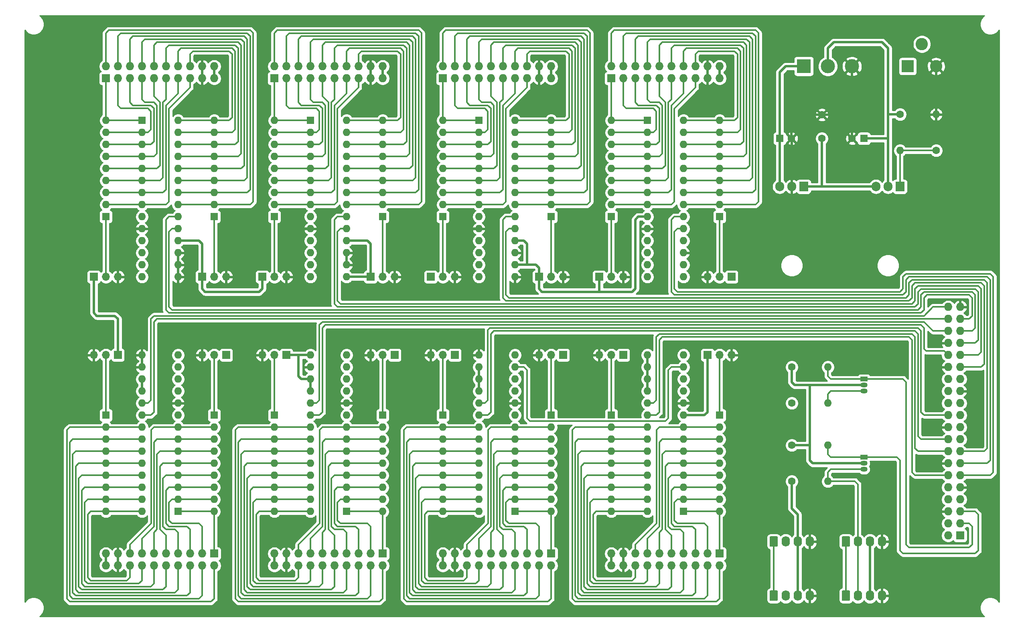
<source format=gbr>
G04 #@! TF.GenerationSoftware,KiCad,Pcbnew,(5.1.5)-3*
G04 #@! TF.CreationDate,2020-12-17T10:26:46+01:00*
G04 #@! TF.ProjectId,FGINT-V3-MASTER-128,4647494e-542d-4563-932d-4d4153544552,rev?*
G04 #@! TF.SameCoordinates,Original*
G04 #@! TF.FileFunction,Copper,L2,Bot*
G04 #@! TF.FilePolarity,Positive*
%FSLAX46Y46*%
G04 Gerber Fmt 4.6, Leading zero omitted, Abs format (unit mm)*
G04 Created by KiCad (PCBNEW (5.1.5)-3) date 2020-12-17 10:26:46*
%MOMM*%
%LPD*%
G04 APERTURE LIST*
%ADD10R,1.727200X1.727200*%
%ADD11O,1.727200X1.727200*%
%ADD12O,1.740000X2.200000*%
%ADD13C,0.100000*%
%ADD14C,1.600000*%
%ADD15R,1.600000X1.600000*%
%ADD16O,1.700000X1.700000*%
%ADD17R,1.700000X1.700000*%
%ADD18R,2.600000X2.600000*%
%ADD19C,2.600000*%
%ADD20R,1.500000X1.050000*%
%ADD21O,1.500000X1.050000*%
%ADD22O,1.600000X1.600000*%
%ADD23O,1.905000X2.000000*%
%ADD24R,1.905000X2.000000*%
%ADD25R,3.000000X3.000000*%
%ADD26C,3.000000*%
%ADD27C,0.550000*%
%ADD28C,0.350000*%
%ADD29C,0.254000*%
G04 APERTURE END LIST*
D10*
X241300000Y-142240000D03*
D11*
X238760000Y-142240000D03*
X241300000Y-139700000D03*
X238760000Y-139700000D03*
X241300000Y-137160000D03*
X238760000Y-137160000D03*
X241300000Y-134620000D03*
X238760000Y-134620000D03*
X241300000Y-132080000D03*
X238760000Y-132080000D03*
X241300000Y-129540000D03*
X238760000Y-129540000D03*
X241300000Y-127000000D03*
X238760000Y-127000000D03*
X241300000Y-124460000D03*
X238760000Y-124460000D03*
X241300000Y-121920000D03*
X238760000Y-121920000D03*
X241300000Y-119380000D03*
X238760000Y-119380000D03*
X241300000Y-116840000D03*
X238760000Y-116840000D03*
X241300000Y-114300000D03*
X238760000Y-114300000D03*
X241300000Y-111760000D03*
X238760000Y-111760000D03*
X241300000Y-109220000D03*
X238760000Y-109220000D03*
X241300000Y-106680000D03*
X238760000Y-106680000D03*
X241300000Y-104140000D03*
X238760000Y-104140000D03*
X241300000Y-101600000D03*
X238760000Y-101600000D03*
X241300000Y-99060000D03*
X238760000Y-99060000D03*
X241300000Y-96520000D03*
X238760000Y-96520000D03*
X241300000Y-93980000D03*
X238760000Y-93980000D03*
D10*
X167640000Y-45720000D03*
D11*
X167640000Y-43180000D03*
X170180000Y-45720000D03*
X170180000Y-43180000D03*
X172720000Y-45720000D03*
X172720000Y-43180000D03*
X175260000Y-45720000D03*
X175260000Y-43180000D03*
X177800000Y-45720000D03*
X177800000Y-43180000D03*
X180340000Y-45720000D03*
X180340000Y-43180000D03*
X182880000Y-45720000D03*
X182880000Y-43180000D03*
X185420000Y-45720000D03*
X185420000Y-43180000D03*
X187960000Y-45720000D03*
X187960000Y-43180000D03*
X190500000Y-45720000D03*
X190500000Y-43180000D03*
D12*
X224790000Y-154940000D03*
X222250000Y-154940000D03*
X219710000Y-154940000D03*
G04 #@! TA.AperFunction,ComponentPad*
D13*
G36*
X217814505Y-153841204D02*
G01*
X217838773Y-153844804D01*
X217862572Y-153850765D01*
X217885671Y-153859030D01*
X217907850Y-153869520D01*
X217928893Y-153882132D01*
X217948599Y-153896747D01*
X217966777Y-153913223D01*
X217983253Y-153931401D01*
X217997868Y-153951107D01*
X218010480Y-153972150D01*
X218020970Y-153994329D01*
X218029235Y-154017428D01*
X218035196Y-154041227D01*
X218038796Y-154065495D01*
X218040000Y-154089999D01*
X218040000Y-155790001D01*
X218038796Y-155814505D01*
X218035196Y-155838773D01*
X218029235Y-155862572D01*
X218020970Y-155885671D01*
X218010480Y-155907850D01*
X217997868Y-155928893D01*
X217983253Y-155948599D01*
X217966777Y-155966777D01*
X217948599Y-155983253D01*
X217928893Y-155997868D01*
X217907850Y-156010480D01*
X217885671Y-156020970D01*
X217862572Y-156029235D01*
X217838773Y-156035196D01*
X217814505Y-156038796D01*
X217790001Y-156040000D01*
X216549999Y-156040000D01*
X216525495Y-156038796D01*
X216501227Y-156035196D01*
X216477428Y-156029235D01*
X216454329Y-156020970D01*
X216432150Y-156010480D01*
X216411107Y-155997868D01*
X216391401Y-155983253D01*
X216373223Y-155966777D01*
X216356747Y-155948599D01*
X216342132Y-155928893D01*
X216329520Y-155907850D01*
X216319030Y-155885671D01*
X216310765Y-155862572D01*
X216304804Y-155838773D01*
X216301204Y-155814505D01*
X216300000Y-155790001D01*
X216300000Y-154089999D01*
X216301204Y-154065495D01*
X216304804Y-154041227D01*
X216310765Y-154017428D01*
X216319030Y-153994329D01*
X216329520Y-153972150D01*
X216342132Y-153951107D01*
X216356747Y-153931401D01*
X216373223Y-153913223D01*
X216391401Y-153896747D01*
X216411107Y-153882132D01*
X216432150Y-153869520D01*
X216454329Y-153859030D01*
X216477428Y-153850765D01*
X216501227Y-153844804D01*
X216525495Y-153841204D01*
X216549999Y-153840000D01*
X217790001Y-153840000D01*
X217814505Y-153841204D01*
G37*
G04 #@! TD.AperFunction*
D12*
X209550000Y-154940000D03*
X207010000Y-154940000D03*
X204470000Y-154940000D03*
G04 #@! TA.AperFunction,ComponentPad*
D13*
G36*
X202574505Y-153841204D02*
G01*
X202598773Y-153844804D01*
X202622572Y-153850765D01*
X202645671Y-153859030D01*
X202667850Y-153869520D01*
X202688893Y-153882132D01*
X202708599Y-153896747D01*
X202726777Y-153913223D01*
X202743253Y-153931401D01*
X202757868Y-153951107D01*
X202770480Y-153972150D01*
X202780970Y-153994329D01*
X202789235Y-154017428D01*
X202795196Y-154041227D01*
X202798796Y-154065495D01*
X202800000Y-154089999D01*
X202800000Y-155790001D01*
X202798796Y-155814505D01*
X202795196Y-155838773D01*
X202789235Y-155862572D01*
X202780970Y-155885671D01*
X202770480Y-155907850D01*
X202757868Y-155928893D01*
X202743253Y-155948599D01*
X202726777Y-155966777D01*
X202708599Y-155983253D01*
X202688893Y-155997868D01*
X202667850Y-156010480D01*
X202645671Y-156020970D01*
X202622572Y-156029235D01*
X202598773Y-156035196D01*
X202574505Y-156038796D01*
X202550001Y-156040000D01*
X201309999Y-156040000D01*
X201285495Y-156038796D01*
X201261227Y-156035196D01*
X201237428Y-156029235D01*
X201214329Y-156020970D01*
X201192150Y-156010480D01*
X201171107Y-155997868D01*
X201151401Y-155983253D01*
X201133223Y-155966777D01*
X201116747Y-155948599D01*
X201102132Y-155928893D01*
X201089520Y-155907850D01*
X201079030Y-155885671D01*
X201070765Y-155862572D01*
X201064804Y-155838773D01*
X201061204Y-155814505D01*
X201060000Y-155790001D01*
X201060000Y-154089999D01*
X201061204Y-154065495D01*
X201064804Y-154041227D01*
X201070765Y-154017428D01*
X201079030Y-153994329D01*
X201089520Y-153972150D01*
X201102132Y-153951107D01*
X201116747Y-153931401D01*
X201133223Y-153913223D01*
X201151401Y-153896747D01*
X201171107Y-153882132D01*
X201192150Y-153869520D01*
X201214329Y-153859030D01*
X201237428Y-153850765D01*
X201261227Y-153844804D01*
X201285495Y-153841204D01*
X201309999Y-153840000D01*
X202550001Y-153840000D01*
X202574505Y-153841204D01*
G37*
G04 #@! TD.AperFunction*
D12*
X209550000Y-143510000D03*
X207010000Y-143510000D03*
X204470000Y-143510000D03*
G04 #@! TA.AperFunction,ComponentPad*
D13*
G36*
X202574505Y-142411204D02*
G01*
X202598773Y-142414804D01*
X202622572Y-142420765D01*
X202645671Y-142429030D01*
X202667850Y-142439520D01*
X202688893Y-142452132D01*
X202708599Y-142466747D01*
X202726777Y-142483223D01*
X202743253Y-142501401D01*
X202757868Y-142521107D01*
X202770480Y-142542150D01*
X202780970Y-142564329D01*
X202789235Y-142587428D01*
X202795196Y-142611227D01*
X202798796Y-142635495D01*
X202800000Y-142659999D01*
X202800000Y-144360001D01*
X202798796Y-144384505D01*
X202795196Y-144408773D01*
X202789235Y-144432572D01*
X202780970Y-144455671D01*
X202770480Y-144477850D01*
X202757868Y-144498893D01*
X202743253Y-144518599D01*
X202726777Y-144536777D01*
X202708599Y-144553253D01*
X202688893Y-144567868D01*
X202667850Y-144580480D01*
X202645671Y-144590970D01*
X202622572Y-144599235D01*
X202598773Y-144605196D01*
X202574505Y-144608796D01*
X202550001Y-144610000D01*
X201309999Y-144610000D01*
X201285495Y-144608796D01*
X201261227Y-144605196D01*
X201237428Y-144599235D01*
X201214329Y-144590970D01*
X201192150Y-144580480D01*
X201171107Y-144567868D01*
X201151401Y-144553253D01*
X201133223Y-144536777D01*
X201116747Y-144518599D01*
X201102132Y-144498893D01*
X201089520Y-144477850D01*
X201079030Y-144455671D01*
X201070765Y-144432572D01*
X201064804Y-144408773D01*
X201061204Y-144384505D01*
X201060000Y-144360001D01*
X201060000Y-142659999D01*
X201061204Y-142635495D01*
X201064804Y-142611227D01*
X201070765Y-142587428D01*
X201079030Y-142564329D01*
X201089520Y-142542150D01*
X201102132Y-142521107D01*
X201116747Y-142501401D01*
X201133223Y-142483223D01*
X201151401Y-142466747D01*
X201171107Y-142452132D01*
X201192150Y-142439520D01*
X201214329Y-142429030D01*
X201237428Y-142420765D01*
X201261227Y-142414804D01*
X201285495Y-142411204D01*
X201309999Y-142410000D01*
X202550001Y-142410000D01*
X202574505Y-142411204D01*
G37*
G04 #@! TD.AperFunction*
D14*
X212090000Y-58420000D03*
X212090000Y-53420000D03*
X205700000Y-58420000D03*
D15*
X203200000Y-58420000D03*
X220980000Y-58420000D03*
D14*
X218480000Y-58420000D03*
D16*
X86360000Y-87630000D03*
X83820000Y-87630000D03*
D17*
X81280000Y-87630000D03*
X58420000Y-87630000D03*
D16*
X60960000Y-87630000D03*
X63500000Y-87630000D03*
D17*
X63500000Y-104140000D03*
D16*
X60960000Y-104140000D03*
X58420000Y-104140000D03*
X81280000Y-104140000D03*
X83820000Y-104140000D03*
D17*
X86360000Y-104140000D03*
X116840000Y-87630000D03*
D16*
X119380000Y-87630000D03*
X121920000Y-87630000D03*
X99060000Y-87630000D03*
X96520000Y-87630000D03*
D17*
X93980000Y-87630000D03*
X99060000Y-104140000D03*
D16*
X96520000Y-104140000D03*
X93980000Y-104140000D03*
D17*
X121920000Y-104140000D03*
D16*
X119380000Y-104140000D03*
X116840000Y-104140000D03*
X157480000Y-87630000D03*
X154940000Y-87630000D03*
D17*
X152400000Y-87630000D03*
D16*
X134620000Y-87630000D03*
X132080000Y-87630000D03*
D17*
X129540000Y-87630000D03*
X134620000Y-104140000D03*
D16*
X132080000Y-104140000D03*
X129540000Y-104140000D03*
X152400000Y-104140000D03*
X154940000Y-104140000D03*
D17*
X157480000Y-104140000D03*
X193040000Y-87630000D03*
D16*
X190500000Y-87630000D03*
X187960000Y-87630000D03*
D17*
X165100000Y-87630000D03*
D16*
X167640000Y-87630000D03*
X170180000Y-87630000D03*
X165100000Y-104140000D03*
X167640000Y-104140000D03*
D17*
X170180000Y-104140000D03*
D16*
X193040000Y-104140000D03*
X190500000Y-104140000D03*
D17*
X187960000Y-104140000D03*
D18*
X230220000Y-43180000D03*
D19*
X236220000Y-43180000D03*
X233220000Y-38480000D03*
D20*
X220980000Y-109220000D03*
D21*
X220980000Y-111760000D03*
X220980000Y-110490000D03*
X220980000Y-127000000D03*
X220980000Y-128270000D03*
D20*
X220980000Y-125730000D03*
D14*
X205740000Y-106680000D03*
D22*
X213360000Y-106680000D03*
X213360000Y-123190000D03*
D14*
X205740000Y-123190000D03*
X236220000Y-60960000D03*
D22*
X236220000Y-53340000D03*
X213360000Y-114300000D03*
D14*
X205740000Y-114300000D03*
X205740000Y-130810000D03*
D22*
X213360000Y-130810000D03*
X228600000Y-60960000D03*
D14*
X228600000Y-53340000D03*
D15*
X83820000Y-74930000D03*
D22*
X83820000Y-72390000D03*
X83820000Y-69850000D03*
X83820000Y-67310000D03*
X83820000Y-64770000D03*
X83820000Y-62230000D03*
X83820000Y-59690000D03*
X83820000Y-57150000D03*
X83820000Y-54610000D03*
X60960000Y-54610000D03*
X60960000Y-57150000D03*
X60960000Y-59690000D03*
X60960000Y-62230000D03*
X60960000Y-64770000D03*
X60960000Y-67310000D03*
X60960000Y-69850000D03*
X60960000Y-72390000D03*
D15*
X60960000Y-74930000D03*
X60960000Y-116840000D03*
D22*
X60960000Y-119380000D03*
X60960000Y-121920000D03*
X60960000Y-124460000D03*
X60960000Y-127000000D03*
X60960000Y-129540000D03*
X60960000Y-132080000D03*
X60960000Y-134620000D03*
X60960000Y-137160000D03*
D15*
X83820000Y-116840000D03*
D22*
X83820000Y-119380000D03*
X83820000Y-121920000D03*
X83820000Y-124460000D03*
X83820000Y-127000000D03*
X83820000Y-129540000D03*
X83820000Y-132080000D03*
X83820000Y-134620000D03*
X83820000Y-137160000D03*
D15*
X119380000Y-74930000D03*
D22*
X119380000Y-72390000D03*
X119380000Y-69850000D03*
X119380000Y-67310000D03*
X119380000Y-64770000D03*
X119380000Y-62230000D03*
X119380000Y-59690000D03*
X119380000Y-57150000D03*
X119380000Y-54610000D03*
X96520000Y-54610000D03*
X96520000Y-57150000D03*
X96520000Y-59690000D03*
X96520000Y-62230000D03*
X96520000Y-64770000D03*
X96520000Y-67310000D03*
X96520000Y-69850000D03*
X96520000Y-72390000D03*
D15*
X96520000Y-74930000D03*
D22*
X96520000Y-137160000D03*
X96520000Y-134620000D03*
X96520000Y-132080000D03*
X96520000Y-129540000D03*
X96520000Y-127000000D03*
X96520000Y-124460000D03*
X96520000Y-121920000D03*
X96520000Y-119380000D03*
D15*
X96520000Y-116840000D03*
D22*
X119380000Y-137160000D03*
X119380000Y-134620000D03*
X119380000Y-132080000D03*
X119380000Y-129540000D03*
X119380000Y-127000000D03*
X119380000Y-124460000D03*
X119380000Y-121920000D03*
X119380000Y-119380000D03*
D15*
X119380000Y-116840000D03*
X154940000Y-74930000D03*
D22*
X154940000Y-72390000D03*
X154940000Y-69850000D03*
X154940000Y-67310000D03*
X154940000Y-64770000D03*
X154940000Y-62230000D03*
X154940000Y-59690000D03*
X154940000Y-57150000D03*
X154940000Y-54610000D03*
X132080000Y-54610000D03*
X132080000Y-57150000D03*
X132080000Y-59690000D03*
X132080000Y-62230000D03*
X132080000Y-64770000D03*
X132080000Y-67310000D03*
X132080000Y-69850000D03*
X132080000Y-72390000D03*
D15*
X132080000Y-74930000D03*
D22*
X132080000Y-137160000D03*
X132080000Y-134620000D03*
X132080000Y-132080000D03*
X132080000Y-129540000D03*
X132080000Y-127000000D03*
X132080000Y-124460000D03*
X132080000Y-121920000D03*
X132080000Y-119380000D03*
D15*
X132080000Y-116840000D03*
X154940000Y-116840000D03*
D22*
X154940000Y-119380000D03*
X154940000Y-121920000D03*
X154940000Y-124460000D03*
X154940000Y-127000000D03*
X154940000Y-129540000D03*
X154940000Y-132080000D03*
X154940000Y-134620000D03*
X154940000Y-137160000D03*
X190500000Y-54610000D03*
X190500000Y-57150000D03*
X190500000Y-59690000D03*
X190500000Y-62230000D03*
X190500000Y-64770000D03*
X190500000Y-67310000D03*
X190500000Y-69850000D03*
X190500000Y-72390000D03*
D15*
X190500000Y-74930000D03*
X167640000Y-74930000D03*
D22*
X167640000Y-72390000D03*
X167640000Y-69850000D03*
X167640000Y-67310000D03*
X167640000Y-64770000D03*
X167640000Y-62230000D03*
X167640000Y-59690000D03*
X167640000Y-57150000D03*
X167640000Y-54610000D03*
D15*
X167640000Y-116840000D03*
D22*
X167640000Y-119380000D03*
X167640000Y-121920000D03*
X167640000Y-124460000D03*
X167640000Y-127000000D03*
X167640000Y-129540000D03*
X167640000Y-132080000D03*
X167640000Y-134620000D03*
X167640000Y-137160000D03*
X190500000Y-137160000D03*
X190500000Y-134620000D03*
X190500000Y-132080000D03*
X190500000Y-129540000D03*
X190500000Y-127000000D03*
X190500000Y-124460000D03*
X190500000Y-121920000D03*
X190500000Y-119380000D03*
D15*
X190500000Y-116840000D03*
D22*
X76200000Y-54610000D03*
X68580000Y-87630000D03*
X76200000Y-57150000D03*
X68580000Y-85090000D03*
X76200000Y-59690000D03*
X68580000Y-82550000D03*
X76200000Y-62230000D03*
X68580000Y-80010000D03*
X76200000Y-64770000D03*
X68580000Y-77470000D03*
X76200000Y-67310000D03*
X68580000Y-74930000D03*
X76200000Y-69850000D03*
X68580000Y-72390000D03*
X76200000Y-72390000D03*
X68580000Y-69850000D03*
X76200000Y-74930000D03*
X68580000Y-67310000D03*
X76200000Y-77470000D03*
X68580000Y-64770000D03*
X76200000Y-80010000D03*
X68580000Y-62230000D03*
X76200000Y-82550000D03*
X68580000Y-59690000D03*
X76200000Y-85090000D03*
X68580000Y-57150000D03*
X76200000Y-87630000D03*
D15*
X68580000Y-54610000D03*
X76200000Y-137160000D03*
D22*
X68580000Y-104140000D03*
X76200000Y-134620000D03*
X68580000Y-106680000D03*
X76200000Y-132080000D03*
X68580000Y-109220000D03*
X76200000Y-129540000D03*
X68580000Y-111760000D03*
X76200000Y-127000000D03*
X68580000Y-114300000D03*
X76200000Y-124460000D03*
X68580000Y-116840000D03*
X76200000Y-121920000D03*
X68580000Y-119380000D03*
X76200000Y-119380000D03*
X68580000Y-121920000D03*
X76200000Y-116840000D03*
X68580000Y-124460000D03*
X76200000Y-114300000D03*
X68580000Y-127000000D03*
X76200000Y-111760000D03*
X68580000Y-129540000D03*
X76200000Y-109220000D03*
X68580000Y-132080000D03*
X76200000Y-106680000D03*
X68580000Y-134620000D03*
X76200000Y-104140000D03*
X68580000Y-137160000D03*
X111760000Y-54610000D03*
X104140000Y-87630000D03*
X111760000Y-57150000D03*
X104140000Y-85090000D03*
X111760000Y-59690000D03*
X104140000Y-82550000D03*
X111760000Y-62230000D03*
X104140000Y-80010000D03*
X111760000Y-64770000D03*
X104140000Y-77470000D03*
X111760000Y-67310000D03*
X104140000Y-74930000D03*
X111760000Y-69850000D03*
X104140000Y-72390000D03*
X111760000Y-72390000D03*
X104140000Y-69850000D03*
X111760000Y-74930000D03*
X104140000Y-67310000D03*
X111760000Y-77470000D03*
X104140000Y-64770000D03*
X111760000Y-80010000D03*
X104140000Y-62230000D03*
X111760000Y-82550000D03*
X104140000Y-59690000D03*
X111760000Y-85090000D03*
X104140000Y-57150000D03*
X111760000Y-87630000D03*
D15*
X104140000Y-54610000D03*
X111760000Y-137160000D03*
D22*
X104140000Y-104140000D03*
X111760000Y-134620000D03*
X104140000Y-106680000D03*
X111760000Y-132080000D03*
X104140000Y-109220000D03*
X111760000Y-129540000D03*
X104140000Y-111760000D03*
X111760000Y-127000000D03*
X104140000Y-114300000D03*
X111760000Y-124460000D03*
X104140000Y-116840000D03*
X111760000Y-121920000D03*
X104140000Y-119380000D03*
X111760000Y-119380000D03*
X104140000Y-121920000D03*
X111760000Y-116840000D03*
X104140000Y-124460000D03*
X111760000Y-114300000D03*
X104140000Y-127000000D03*
X111760000Y-111760000D03*
X104140000Y-129540000D03*
X111760000Y-109220000D03*
X104140000Y-132080000D03*
X111760000Y-106680000D03*
X104140000Y-134620000D03*
X111760000Y-104140000D03*
X104140000Y-137160000D03*
D15*
X139700000Y-54610000D03*
D22*
X147320000Y-87630000D03*
X139700000Y-57150000D03*
X147320000Y-85090000D03*
X139700000Y-59690000D03*
X147320000Y-82550000D03*
X139700000Y-62230000D03*
X147320000Y-80010000D03*
X139700000Y-64770000D03*
X147320000Y-77470000D03*
X139700000Y-67310000D03*
X147320000Y-74930000D03*
X139700000Y-69850000D03*
X147320000Y-72390000D03*
X139700000Y-72390000D03*
X147320000Y-69850000D03*
X139700000Y-74930000D03*
X147320000Y-67310000D03*
X139700000Y-77470000D03*
X147320000Y-64770000D03*
X139700000Y-80010000D03*
X147320000Y-62230000D03*
X139700000Y-82550000D03*
X147320000Y-59690000D03*
X139700000Y-85090000D03*
X147320000Y-57150000D03*
X139700000Y-87630000D03*
X147320000Y-54610000D03*
X139700000Y-137160000D03*
X147320000Y-104140000D03*
X139700000Y-134620000D03*
X147320000Y-106680000D03*
X139700000Y-132080000D03*
X147320000Y-109220000D03*
X139700000Y-129540000D03*
X147320000Y-111760000D03*
X139700000Y-127000000D03*
X147320000Y-114300000D03*
X139700000Y-124460000D03*
X147320000Y-116840000D03*
X139700000Y-121920000D03*
X147320000Y-119380000D03*
X139700000Y-119380000D03*
X147320000Y-121920000D03*
X139700000Y-116840000D03*
X147320000Y-124460000D03*
X139700000Y-114300000D03*
X147320000Y-127000000D03*
X139700000Y-111760000D03*
X147320000Y-129540000D03*
X139700000Y-109220000D03*
X147320000Y-132080000D03*
X139700000Y-106680000D03*
X147320000Y-134620000D03*
X139700000Y-104140000D03*
D15*
X147320000Y-137160000D03*
X175260000Y-54610000D03*
D22*
X182880000Y-87630000D03*
X175260000Y-57150000D03*
X182880000Y-85090000D03*
X175260000Y-59690000D03*
X182880000Y-82550000D03*
X175260000Y-62230000D03*
X182880000Y-80010000D03*
X175260000Y-64770000D03*
X182880000Y-77470000D03*
X175260000Y-67310000D03*
X182880000Y-74930000D03*
X175260000Y-69850000D03*
X182880000Y-72390000D03*
X175260000Y-72390000D03*
X182880000Y-69850000D03*
X175260000Y-74930000D03*
X182880000Y-67310000D03*
X175260000Y-77470000D03*
X182880000Y-64770000D03*
X175260000Y-80010000D03*
X182880000Y-62230000D03*
X175260000Y-82550000D03*
X182880000Y-59690000D03*
X175260000Y-85090000D03*
X182880000Y-57150000D03*
X175260000Y-87630000D03*
X182880000Y-54610000D03*
X175260000Y-137160000D03*
X182880000Y-104140000D03*
X175260000Y-134620000D03*
X182880000Y-106680000D03*
X175260000Y-132080000D03*
X182880000Y-109220000D03*
X175260000Y-129540000D03*
X182880000Y-111760000D03*
X175260000Y-127000000D03*
X182880000Y-114300000D03*
X175260000Y-124460000D03*
X182880000Y-116840000D03*
X175260000Y-121920000D03*
X182880000Y-119380000D03*
X175260000Y-119380000D03*
X182880000Y-121920000D03*
X175260000Y-116840000D03*
X182880000Y-124460000D03*
X175260000Y-114300000D03*
X182880000Y-127000000D03*
X175260000Y-111760000D03*
X182880000Y-129540000D03*
X175260000Y-109220000D03*
X182880000Y-132080000D03*
X175260000Y-106680000D03*
X182880000Y-134620000D03*
X175260000Y-104140000D03*
D15*
X182880000Y-137160000D03*
D23*
X203200000Y-68580000D03*
X205740000Y-68580000D03*
D24*
X208280000Y-68580000D03*
X228600000Y-68580000D03*
D23*
X226060000Y-68580000D03*
X223520000Y-68580000D03*
D11*
X83820000Y-43180000D03*
X83820000Y-45720000D03*
X81280000Y-43180000D03*
X81280000Y-45720000D03*
X78740000Y-43180000D03*
X78740000Y-45720000D03*
X76200000Y-43180000D03*
X76200000Y-45720000D03*
X73660000Y-43180000D03*
X73660000Y-45720000D03*
X71120000Y-43180000D03*
X71120000Y-45720000D03*
X68580000Y-43180000D03*
X68580000Y-45720000D03*
X66040000Y-43180000D03*
X66040000Y-45720000D03*
X63500000Y-43180000D03*
X63500000Y-45720000D03*
X60960000Y-43180000D03*
D10*
X60960000Y-45720000D03*
X83820000Y-146050000D03*
D11*
X83820000Y-148590000D03*
X81280000Y-146050000D03*
X81280000Y-148590000D03*
X78740000Y-146050000D03*
X78740000Y-148590000D03*
X76200000Y-146050000D03*
X76200000Y-148590000D03*
X73660000Y-146050000D03*
X73660000Y-148590000D03*
X71120000Y-146050000D03*
X71120000Y-148590000D03*
X68580000Y-146050000D03*
X68580000Y-148590000D03*
X66040000Y-146050000D03*
X66040000Y-148590000D03*
X63500000Y-146050000D03*
X63500000Y-148590000D03*
X60960000Y-146050000D03*
X60960000Y-148590000D03*
D10*
X96520000Y-45720000D03*
D11*
X96520000Y-43180000D03*
X99060000Y-45720000D03*
X99060000Y-43180000D03*
X101600000Y-45720000D03*
X101600000Y-43180000D03*
X104140000Y-45720000D03*
X104140000Y-43180000D03*
X106680000Y-45720000D03*
X106680000Y-43180000D03*
X109220000Y-45720000D03*
X109220000Y-43180000D03*
X111760000Y-45720000D03*
X111760000Y-43180000D03*
X114300000Y-45720000D03*
X114300000Y-43180000D03*
X116840000Y-45720000D03*
X116840000Y-43180000D03*
X119380000Y-45720000D03*
X119380000Y-43180000D03*
X96520000Y-148590000D03*
X96520000Y-146050000D03*
X99060000Y-148590000D03*
X99060000Y-146050000D03*
X101600000Y-148590000D03*
X101600000Y-146050000D03*
X104140000Y-148590000D03*
X104140000Y-146050000D03*
X106680000Y-148590000D03*
X106680000Y-146050000D03*
X109220000Y-148590000D03*
X109220000Y-146050000D03*
X111760000Y-148590000D03*
X111760000Y-146050000D03*
X114300000Y-148590000D03*
X114300000Y-146050000D03*
X116840000Y-148590000D03*
X116840000Y-146050000D03*
X119380000Y-148590000D03*
D10*
X119380000Y-146050000D03*
X132080000Y-45720000D03*
D11*
X132080000Y-43180000D03*
X134620000Y-45720000D03*
X134620000Y-43180000D03*
X137160000Y-45720000D03*
X137160000Y-43180000D03*
X139700000Y-45720000D03*
X139700000Y-43180000D03*
X142240000Y-45720000D03*
X142240000Y-43180000D03*
X144780000Y-45720000D03*
X144780000Y-43180000D03*
X147320000Y-45720000D03*
X147320000Y-43180000D03*
X149860000Y-45720000D03*
X149860000Y-43180000D03*
X152400000Y-45720000D03*
X152400000Y-43180000D03*
X154940000Y-45720000D03*
X154940000Y-43180000D03*
X132080000Y-148590000D03*
X132080000Y-146050000D03*
X134620000Y-148590000D03*
X134620000Y-146050000D03*
X137160000Y-148590000D03*
X137160000Y-146050000D03*
X139700000Y-148590000D03*
X139700000Y-146050000D03*
X142240000Y-148590000D03*
X142240000Y-146050000D03*
X144780000Y-148590000D03*
X144780000Y-146050000D03*
X147320000Y-148590000D03*
X147320000Y-146050000D03*
X149860000Y-148590000D03*
X149860000Y-146050000D03*
X152400000Y-148590000D03*
X152400000Y-146050000D03*
X154940000Y-148590000D03*
D10*
X154940000Y-146050000D03*
D11*
X167640000Y-148590000D03*
X167640000Y-146050000D03*
X170180000Y-148590000D03*
X170180000Y-146050000D03*
X172720000Y-148590000D03*
X172720000Y-146050000D03*
X175260000Y-148590000D03*
X175260000Y-146050000D03*
X177800000Y-148590000D03*
X177800000Y-146050000D03*
X180340000Y-148590000D03*
X180340000Y-146050000D03*
X182880000Y-148590000D03*
X182880000Y-146050000D03*
X185420000Y-148590000D03*
X185420000Y-146050000D03*
X187960000Y-148590000D03*
X187960000Y-146050000D03*
X190500000Y-148590000D03*
D10*
X190500000Y-146050000D03*
G04 #@! TA.AperFunction,ComponentPad*
D13*
G36*
X217814505Y-142411204D02*
G01*
X217838773Y-142414804D01*
X217862572Y-142420765D01*
X217885671Y-142429030D01*
X217907850Y-142439520D01*
X217928893Y-142452132D01*
X217948599Y-142466747D01*
X217966777Y-142483223D01*
X217983253Y-142501401D01*
X217997868Y-142521107D01*
X218010480Y-142542150D01*
X218020970Y-142564329D01*
X218029235Y-142587428D01*
X218035196Y-142611227D01*
X218038796Y-142635495D01*
X218040000Y-142659999D01*
X218040000Y-144360001D01*
X218038796Y-144384505D01*
X218035196Y-144408773D01*
X218029235Y-144432572D01*
X218020970Y-144455671D01*
X218010480Y-144477850D01*
X217997868Y-144498893D01*
X217983253Y-144518599D01*
X217966777Y-144536777D01*
X217948599Y-144553253D01*
X217928893Y-144567868D01*
X217907850Y-144580480D01*
X217885671Y-144590970D01*
X217862572Y-144599235D01*
X217838773Y-144605196D01*
X217814505Y-144608796D01*
X217790001Y-144610000D01*
X216549999Y-144610000D01*
X216525495Y-144608796D01*
X216501227Y-144605196D01*
X216477428Y-144599235D01*
X216454329Y-144590970D01*
X216432150Y-144580480D01*
X216411107Y-144567868D01*
X216391401Y-144553253D01*
X216373223Y-144536777D01*
X216356747Y-144518599D01*
X216342132Y-144498893D01*
X216329520Y-144477850D01*
X216319030Y-144455671D01*
X216310765Y-144432572D01*
X216304804Y-144408773D01*
X216301204Y-144384505D01*
X216300000Y-144360001D01*
X216300000Y-142659999D01*
X216301204Y-142635495D01*
X216304804Y-142611227D01*
X216310765Y-142587428D01*
X216319030Y-142564329D01*
X216329520Y-142542150D01*
X216342132Y-142521107D01*
X216356747Y-142501401D01*
X216373223Y-142483223D01*
X216391401Y-142466747D01*
X216411107Y-142452132D01*
X216432150Y-142439520D01*
X216454329Y-142429030D01*
X216477428Y-142420765D01*
X216501227Y-142414804D01*
X216525495Y-142411204D01*
X216549999Y-142410000D01*
X217790001Y-142410000D01*
X217814505Y-142411204D01*
G37*
G04 #@! TD.AperFunction*
D12*
X219710000Y-143510000D03*
X222250000Y-143510000D03*
X224790000Y-143510000D03*
D25*
X208280000Y-43180000D03*
D26*
X213360000Y-43180000D03*
X218440000Y-43180000D03*
D27*
X208280000Y-68580000D02*
X212090000Y-68580000D01*
X212090000Y-68580000D02*
X212090000Y-58420000D01*
X212090000Y-68580000D02*
X223520000Y-68580000D01*
X236220000Y-53340000D02*
X236220000Y-43180000D01*
X218480000Y-43220000D02*
X218440000Y-43180000D01*
X218440000Y-53420000D02*
X218480000Y-53380000D01*
X212090000Y-53420000D02*
X218440000Y-53420000D01*
X218480000Y-58420000D02*
X218480000Y-53380000D01*
X218480000Y-53380000D02*
X218480000Y-43220000D01*
X205740000Y-58460000D02*
X205700000Y-58420000D01*
X205740000Y-68580000D02*
X205740000Y-58460000D01*
X205700000Y-58420000D02*
X205700000Y-54650000D01*
X205700000Y-54650000D02*
X207010000Y-53340000D01*
X207090000Y-53420000D02*
X212090000Y-53420000D01*
X207010000Y-53340000D02*
X207090000Y-53420000D01*
X81280000Y-43180000D02*
X81280000Y-45720000D01*
X116840000Y-43180000D02*
X116840000Y-45720000D01*
X152400000Y-43180000D02*
X152400000Y-45720000D01*
X134620000Y-148590000D02*
X134620000Y-146050000D01*
X99060000Y-148590000D02*
X99060000Y-146050000D01*
X63500000Y-148590000D02*
X63500000Y-146050000D01*
X170180000Y-146050000D02*
X170180000Y-148590000D01*
X187960000Y-43180000D02*
X187960000Y-45720000D01*
X68580000Y-104140000D02*
X68580000Y-106680000D01*
X64135000Y-77470000D02*
X68580000Y-77470000D01*
X63500000Y-87630000D02*
X63500000Y-78105000D01*
X63500000Y-78105000D02*
X64135000Y-77470000D01*
X76200000Y-85090000D02*
X76200000Y-87630000D01*
X76200000Y-82550000D02*
X76200000Y-85090000D01*
X99060000Y-87630000D02*
X99060000Y-78105000D01*
X99695000Y-77470000D02*
X104140000Y-77470000D01*
X99060000Y-78105000D02*
X99695000Y-77470000D01*
X137160000Y-78105000D02*
X137795000Y-77470000D01*
X134620000Y-81280000D02*
X135255000Y-80645000D01*
X136525000Y-80645000D02*
X137160000Y-80010000D01*
X134620000Y-87630000D02*
X134620000Y-81280000D01*
X137795000Y-77470000D02*
X139700000Y-77470000D01*
X135255000Y-80645000D02*
X136525000Y-80645000D01*
X137160000Y-80010000D02*
X137160000Y-78105000D01*
X81280000Y-104140000D02*
X81280000Y-101600000D01*
X81280000Y-101600000D02*
X81915000Y-100965000D01*
X81915000Y-100965000D02*
X93345000Y-100965000D01*
X93345000Y-100965000D02*
X93980000Y-101600000D01*
X93980000Y-101600000D02*
X93980000Y-104140000D01*
X116840000Y-104140000D02*
X116840000Y-113665000D01*
X116205000Y-114300000D02*
X111760000Y-114300000D01*
X116840000Y-113665000D02*
X116205000Y-114300000D01*
X129540000Y-104140000D02*
X129540000Y-101600000D01*
X129540000Y-101600000D02*
X130175000Y-100965000D01*
X130175000Y-100965000D02*
X139065000Y-100965000D01*
X139065000Y-100965000D02*
X139700000Y-101600000D01*
X139700000Y-101600000D02*
X139700000Y-104140000D01*
X152400000Y-104140000D02*
X152400000Y-100965000D01*
X152400000Y-100965000D02*
X153035000Y-100330000D01*
X153035000Y-100330000D02*
X164465000Y-100330000D01*
X164465000Y-100330000D02*
X165100000Y-100965000D01*
X165100000Y-100965000D02*
X165100000Y-104140000D01*
X193040000Y-102235000D02*
X193040000Y-104140000D01*
X184785000Y-114300000D02*
X185420000Y-113665000D01*
X182880000Y-114300000D02*
X184785000Y-114300000D01*
X185420000Y-102235000D02*
X186055000Y-101600000D01*
X192405000Y-101600000D02*
X193040000Y-102235000D01*
X185420000Y-113665000D02*
X185420000Y-102235000D01*
X186055000Y-101600000D02*
X192405000Y-101600000D01*
X209550000Y-143510000D02*
X209550000Y-154940000D01*
X204470000Y-43180000D02*
X208280000Y-43180000D01*
X203200000Y-58420000D02*
X203200000Y-44450000D01*
X203200000Y-44450000D02*
X204470000Y-43180000D01*
X203200000Y-68580000D02*
X203200000Y-58420000D01*
X83820000Y-43180000D02*
X83820000Y-45720000D01*
X119380000Y-43180000D02*
X119380000Y-45720000D01*
X154940000Y-43180000D02*
X154940000Y-45720000D01*
X132080000Y-148590000D02*
X132080000Y-146050000D01*
X96520000Y-148590000D02*
X96520000Y-146050000D01*
X60960000Y-148590000D02*
X60960000Y-146050000D01*
X167640000Y-148590000D02*
X167640000Y-146050000D01*
X190500000Y-43180000D02*
X190500000Y-45720000D01*
X68580000Y-109220000D02*
X68580000Y-111760000D01*
X63500000Y-104140000D02*
X63500000Y-96520000D01*
X63500000Y-96520000D02*
X62865000Y-95885000D01*
X62865000Y-95885000D02*
X59055000Y-95885000D01*
X59055000Y-95885000D02*
X58420000Y-95250000D01*
X58420000Y-95250000D02*
X58420000Y-87630000D01*
X76200000Y-80010000D02*
X80645000Y-80010000D01*
X80645000Y-80010000D02*
X81280000Y-80645000D01*
X81280000Y-80645000D02*
X81280000Y-87630000D01*
X81280000Y-87630000D02*
X81280000Y-90170000D01*
X81280000Y-90170000D02*
X81915000Y-90805000D01*
X81915000Y-90805000D02*
X93345000Y-90805000D01*
X93345000Y-90805000D02*
X93980000Y-90170000D01*
X93980000Y-90170000D02*
X93980000Y-87630000D01*
X101600000Y-104140000D02*
X104140000Y-104140000D01*
X99060000Y-104140000D02*
X101600000Y-104140000D01*
X104140000Y-111760000D02*
X104140000Y-109220000D01*
X102235000Y-109220000D02*
X104140000Y-109220000D01*
X101600000Y-104140000D02*
X101600000Y-108585000D01*
X101600000Y-108585000D02*
X102235000Y-109220000D01*
X111760000Y-87630000D02*
X116840000Y-87630000D01*
X116840000Y-87630000D02*
X116840000Y-80645000D01*
X116840000Y-80645000D02*
X116205000Y-80010000D01*
X116205000Y-80010000D02*
X111760000Y-80010000D01*
X139700000Y-106680000D02*
X139700000Y-109220000D01*
X139700000Y-111760000D02*
X139700000Y-109220000D01*
X151765000Y-85090000D02*
X152400000Y-85725000D01*
X152400000Y-85725000D02*
X152400000Y-87630000D01*
X149860000Y-85090000D02*
X151765000Y-85090000D01*
X149860000Y-85090000D02*
X149860000Y-80645000D01*
X147320000Y-85090000D02*
X149860000Y-85090000D01*
X149860000Y-80645000D02*
X149225000Y-80010000D01*
X149225000Y-80010000D02*
X147320000Y-80010000D01*
X165100000Y-90805000D02*
X165100000Y-87630000D01*
X153035000Y-90805000D02*
X165100000Y-90805000D01*
X152400000Y-87630000D02*
X152400000Y-90170000D01*
X152400000Y-90170000D02*
X153035000Y-90805000D01*
X165100000Y-90805000D02*
X172085000Y-90805000D01*
X172085000Y-90805000D02*
X172720000Y-90170000D01*
X172720000Y-90170000D02*
X172720000Y-75565000D01*
X172720000Y-75565000D02*
X173355000Y-74930000D01*
X173355000Y-74930000D02*
X175260000Y-74930000D01*
X175260000Y-104140000D02*
X175260000Y-106680000D01*
X175260000Y-106680000D02*
X175260000Y-109220000D01*
X175260000Y-109220000D02*
X175260000Y-111760000D01*
X187960000Y-116205000D02*
X187960000Y-104140000D01*
X182880000Y-116840000D02*
X187325000Y-116840000D01*
X187325000Y-116840000D02*
X187960000Y-116205000D01*
X222250000Y-143510000D02*
X222250000Y-154940000D01*
X207010000Y-143510000D02*
X207010000Y-154940000D01*
X207010000Y-137795000D02*
X207010000Y-143510000D01*
X205740000Y-136525000D02*
X207010000Y-137795000D01*
X205740000Y-130810000D02*
X205740000Y-136525000D01*
X213360000Y-43180000D02*
X213360000Y-39370000D01*
X213360000Y-39370000D02*
X214630000Y-38100000D01*
X214630000Y-38100000D02*
X224790000Y-38100000D01*
X224790000Y-38100000D02*
X226060000Y-39370000D01*
X226060000Y-58420000D02*
X220980000Y-58420000D01*
X226060000Y-53340000D02*
X228600000Y-53340000D01*
X226060000Y-53340000D02*
X226060000Y-58420000D01*
X226060000Y-39370000D02*
X226060000Y-53340000D01*
X209550000Y-110490000D02*
X220980000Y-110490000D01*
X209550000Y-110490000D02*
X209550000Y-123190000D01*
X209550000Y-123190000D02*
X205740000Y-123190000D01*
X210185000Y-127000000D02*
X220980000Y-127000000D01*
X209550000Y-123190000D02*
X209550000Y-126365000D01*
X209550000Y-126365000D02*
X210185000Y-127000000D01*
X206375000Y-110490000D02*
X209550000Y-110490000D01*
X205740000Y-106680000D02*
X205740000Y-109855000D01*
X205740000Y-109855000D02*
X206375000Y-110490000D01*
X226060000Y-58420000D02*
X226060000Y-68580000D01*
D28*
X83820000Y-54610000D02*
X76200000Y-54610000D01*
X119380000Y-54610000D02*
X111760000Y-54610000D01*
X60960000Y-72390000D02*
X68580000Y-72390000D01*
X96520000Y-72390000D02*
X104140000Y-72390000D01*
X77331370Y-57150000D02*
X83820000Y-57150000D01*
X76200000Y-57150000D02*
X77331370Y-57150000D01*
X111760000Y-57150000D02*
X112891370Y-57150000D01*
X112891370Y-57150000D02*
X119380000Y-57150000D01*
X60960000Y-69850000D02*
X68580000Y-69850000D01*
X96520000Y-69850000D02*
X104140000Y-69850000D01*
X83820000Y-59690000D02*
X76200000Y-59690000D01*
X119380000Y-59690000D02*
X111760000Y-59690000D01*
X60960000Y-67310000D02*
X68580000Y-67310000D01*
X96520000Y-67310000D02*
X104140000Y-67310000D01*
X76200000Y-62230000D02*
X83820000Y-62230000D01*
X111760000Y-62230000D02*
X119380000Y-62230000D01*
X60960000Y-64770000D02*
X68580000Y-64770000D01*
X96520000Y-64770000D02*
X104140000Y-64770000D01*
X83820000Y-64770000D02*
X76200000Y-64770000D01*
X119380000Y-64770000D02*
X111760000Y-64770000D01*
X60960000Y-62230000D02*
X68580000Y-62230000D01*
X96520000Y-62230000D02*
X104140000Y-62230000D01*
X76200000Y-67310000D02*
X83820000Y-67310000D01*
X111760000Y-67310000D02*
X119380000Y-67310000D01*
X60960000Y-59690000D02*
X68580000Y-59690000D01*
X96520000Y-59690000D02*
X104140000Y-59690000D01*
X83820000Y-69850000D02*
X76200000Y-69850000D01*
X119380000Y-69850000D02*
X111760000Y-69850000D01*
X60960000Y-57150000D02*
X68580000Y-57150000D01*
X96520000Y-57150000D02*
X104140000Y-57150000D01*
X76200000Y-72390000D02*
X83820000Y-72390000D01*
X111760000Y-72390000D02*
X119380000Y-72390000D01*
X60960000Y-54610000D02*
X68580000Y-54610000D01*
X96520000Y-54610000D02*
X104140000Y-54610000D01*
X132080000Y-57150000D02*
X139700000Y-57150000D01*
X182880000Y-137160000D02*
X190500000Y-137160000D01*
X132080000Y-59690000D02*
X139700000Y-59690000D01*
X154940000Y-72390000D02*
X147320000Y-72390000D01*
X132080000Y-62230000D02*
X139700000Y-62230000D01*
X147320000Y-69850000D02*
X154940000Y-69850000D01*
X132080000Y-64770000D02*
X139700000Y-64770000D01*
X154940000Y-67310000D02*
X147320000Y-67310000D01*
X132080000Y-67310000D02*
X139700000Y-67310000D01*
X147320000Y-64770000D02*
X154940000Y-64770000D01*
X132080000Y-69850000D02*
X139700000Y-69850000D01*
X154940000Y-62230000D02*
X147320000Y-62230000D01*
X132080000Y-72390000D02*
X139700000Y-72390000D01*
X147320000Y-59690000D02*
X148451370Y-59690000D01*
X148451370Y-59690000D02*
X154940000Y-59690000D01*
X167640000Y-137160000D02*
X175260000Y-137160000D01*
X190500000Y-72390000D02*
X182880000Y-72390000D01*
X167640000Y-57150000D02*
X175260000Y-57150000D01*
X182880000Y-69850000D02*
X190500000Y-69850000D01*
X167640000Y-59690000D02*
X175260000Y-59690000D01*
X190500000Y-67310000D02*
X182880000Y-67310000D01*
X167640000Y-62230000D02*
X175260000Y-62230000D01*
X182880000Y-64770000D02*
X190500000Y-64770000D01*
X167640000Y-64770000D02*
X175260000Y-64770000D01*
X190500000Y-62230000D02*
X182880000Y-62230000D01*
X167640000Y-67310000D02*
X175260000Y-67310000D01*
X184011370Y-59690000D02*
X190500000Y-59690000D01*
X182880000Y-59690000D02*
X184011370Y-59690000D01*
X167640000Y-69850000D02*
X175260000Y-69850000D01*
X154940000Y-57150000D02*
X147320000Y-57150000D01*
X190500000Y-134620000D02*
X182880000Y-134620000D01*
X167640000Y-119380000D02*
X175260000Y-119380000D01*
X182880000Y-132080000D02*
X190500000Y-132080000D01*
X167640000Y-121920000D02*
X175260000Y-121920000D01*
X190500000Y-129540000D02*
X182880000Y-129540000D01*
X167640000Y-124460000D02*
X175260000Y-124460000D01*
X182880000Y-127000000D02*
X190500000Y-127000000D01*
X167640000Y-127000000D02*
X175260000Y-127000000D01*
X190500000Y-124460000D02*
X182880000Y-124460000D01*
X167640000Y-129540000D02*
X175260000Y-129540000D01*
X184011370Y-121920000D02*
X190500000Y-121920000D01*
X182880000Y-121920000D02*
X184011370Y-121920000D01*
X167640000Y-132080000D02*
X175260000Y-132080000D01*
X190500000Y-57150000D02*
X182880000Y-57150000D01*
X190500000Y-119380000D02*
X182880000Y-119380000D01*
X167640000Y-72390000D02*
X175260000Y-72390000D01*
X132080000Y-137160000D02*
X139700000Y-137160000D01*
X96520000Y-137160000D02*
X104140000Y-137160000D01*
X60960000Y-137160000D02*
X68580000Y-137160000D01*
X154940000Y-119380000D02*
X147320000Y-119380000D01*
X119380000Y-119380000D02*
X111760000Y-119380000D01*
X83820000Y-119380000D02*
X76200000Y-119380000D01*
X167640000Y-134620000D02*
X175260000Y-134620000D01*
X132080000Y-134620000D02*
X139700000Y-134620000D01*
X96520000Y-134620000D02*
X104140000Y-134620000D01*
X60960000Y-134620000D02*
X68580000Y-134620000D01*
X147320000Y-121920000D02*
X148451370Y-121920000D01*
X148451370Y-121920000D02*
X154940000Y-121920000D01*
X111760000Y-121920000D02*
X112891370Y-121920000D01*
X112891370Y-121920000D02*
X119380000Y-121920000D01*
X76200000Y-121920000D02*
X77331370Y-121920000D01*
X77331370Y-121920000D02*
X83820000Y-121920000D01*
X132080000Y-132080000D02*
X139700000Y-132080000D01*
X96520000Y-132080000D02*
X104140000Y-132080000D01*
X60960000Y-132080000D02*
X68580000Y-132080000D01*
X154940000Y-124460000D02*
X147320000Y-124460000D01*
X119380000Y-124460000D02*
X111760000Y-124460000D01*
X83820000Y-124460000D02*
X76200000Y-124460000D01*
X132080000Y-129540000D02*
X139700000Y-129540000D01*
X96520000Y-129540000D02*
X104140000Y-129540000D01*
X60960000Y-129540000D02*
X68580000Y-129540000D01*
X147320000Y-127000000D02*
X154940000Y-127000000D01*
X111760000Y-127000000D02*
X119380000Y-127000000D01*
X76200000Y-127000000D02*
X83820000Y-127000000D01*
X132080000Y-127000000D02*
X139700000Y-127000000D01*
X96520000Y-127000000D02*
X104140000Y-127000000D01*
X60960000Y-127000000D02*
X68580000Y-127000000D01*
X154940000Y-129540000D02*
X147320000Y-129540000D01*
X119380000Y-129540000D02*
X111760000Y-129540000D01*
X83820000Y-129540000D02*
X76200000Y-129540000D01*
X132080000Y-124460000D02*
X139700000Y-124460000D01*
X96520000Y-124460000D02*
X104140000Y-124460000D01*
X60960000Y-124460000D02*
X68580000Y-124460000D01*
X147320000Y-132080000D02*
X154940000Y-132080000D01*
X111760000Y-132080000D02*
X119380000Y-132080000D01*
X76200000Y-132080000D02*
X83820000Y-132080000D01*
X132080000Y-121920000D02*
X139700000Y-121920000D01*
X96520000Y-121920000D02*
X104140000Y-121920000D01*
X60960000Y-121920000D02*
X68580000Y-121920000D01*
X154940000Y-134620000D02*
X147320000Y-134620000D01*
X119380000Y-134620000D02*
X111760000Y-134620000D01*
X83820000Y-134620000D02*
X76200000Y-134620000D01*
X132080000Y-119380000D02*
X139700000Y-119380000D01*
X96520000Y-119380000D02*
X104140000Y-119380000D01*
X60960000Y-119380000D02*
X68580000Y-119380000D01*
X147320000Y-137160000D02*
X154940000Y-137160000D01*
X111760000Y-137160000D02*
X119380000Y-137160000D01*
X76200000Y-137160000D02*
X83820000Y-137160000D01*
X83820000Y-155575000D02*
X83820000Y-148590000D01*
X53340000Y-119380000D02*
X52739991Y-119980009D01*
X60960000Y-119380000D02*
X53340000Y-119380000D01*
X52739991Y-155609991D02*
X53340000Y-156210000D01*
X83185000Y-156210000D02*
X83820000Y-155575000D01*
X53340000Y-156210000D02*
X83185000Y-156210000D01*
X52739991Y-119980009D02*
X52739991Y-155609991D01*
X198120000Y-35560000D02*
X168275000Y-35560000D01*
X198720009Y-71789991D02*
X198720009Y-36160009D01*
X190500000Y-72390000D02*
X198120000Y-72390000D01*
X198720009Y-36160009D02*
X198120000Y-35560000D01*
X167640000Y-36195000D02*
X167640000Y-43180000D01*
X198120000Y-72390000D02*
X198720009Y-71789991D01*
X168275000Y-35560000D02*
X167640000Y-36195000D01*
X61595000Y-35560000D02*
X60960000Y-36195000D01*
X91440000Y-35560000D02*
X61595000Y-35560000D01*
X92040009Y-36160009D02*
X91440000Y-35560000D01*
X60960000Y-36195000D02*
X60960000Y-43180000D01*
X83820000Y-72390000D02*
X91440000Y-72390000D01*
X91440000Y-72390000D02*
X92040009Y-71789991D01*
X92040009Y-71789991D02*
X92040009Y-36160009D01*
X118745000Y-156210000D02*
X119380000Y-155575000D01*
X88900000Y-156210000D02*
X118745000Y-156210000D01*
X88299991Y-155609991D02*
X88900000Y-156210000D01*
X119380000Y-155575000D02*
X119380000Y-148590000D01*
X96520000Y-119380000D02*
X88900000Y-119380000D01*
X88900000Y-119380000D02*
X88299991Y-119980009D01*
X88299991Y-119980009D02*
X88299991Y-155609991D01*
X81280000Y-148590000D02*
X81280000Y-154940000D01*
X81280000Y-154940000D02*
X80645000Y-155575000D01*
X80645000Y-155575000D02*
X53975000Y-155575000D01*
X53975000Y-155575000D02*
X53340000Y-154940000D01*
X53340000Y-154940000D02*
X53340000Y-122555000D01*
X53975000Y-121920000D02*
X60960000Y-121920000D01*
X53340000Y-122555000D02*
X53975000Y-121920000D01*
X198120000Y-36830000D02*
X198120000Y-69215000D01*
X170180000Y-43180000D02*
X170180000Y-36830000D01*
X170180000Y-36830000D02*
X170815000Y-36195000D01*
X197485000Y-36195000D02*
X198120000Y-36830000D01*
X170815000Y-36195000D02*
X197485000Y-36195000D01*
X198120000Y-69215000D02*
X197485000Y-69850000D01*
X197485000Y-69850000D02*
X190500000Y-69850000D01*
X90805000Y-69850000D02*
X83820000Y-69850000D01*
X91440000Y-69215000D02*
X90805000Y-69850000D01*
X64135000Y-36195000D02*
X90805000Y-36195000D01*
X90805000Y-36195000D02*
X91440000Y-36830000D01*
X63500000Y-43180000D02*
X63500000Y-36830000D01*
X63500000Y-36830000D02*
X64135000Y-36195000D01*
X91440000Y-36830000D02*
X91440000Y-69215000D01*
X89535000Y-121920000D02*
X96520000Y-121920000D01*
X88900000Y-122555000D02*
X89535000Y-121920000D01*
X116205000Y-155575000D02*
X89535000Y-155575000D01*
X89535000Y-155575000D02*
X88900000Y-154940000D01*
X116840000Y-148590000D02*
X116840000Y-154940000D01*
X116840000Y-154940000D02*
X116205000Y-155575000D01*
X88900000Y-154940000D02*
X88900000Y-122555000D01*
X78740000Y-154305000D02*
X78740000Y-148590000D01*
X78105000Y-154940000D02*
X78740000Y-154305000D01*
X54610000Y-124460000D02*
X53975000Y-125095000D01*
X60960000Y-124460000D02*
X54610000Y-124460000D01*
X53975000Y-125095000D02*
X53975000Y-154305000D01*
X54610000Y-154940000D02*
X78105000Y-154940000D01*
X53975000Y-154305000D02*
X54610000Y-154940000D01*
X197485000Y-66675000D02*
X197485000Y-37465000D01*
X172720000Y-37465000D02*
X172720000Y-43180000D01*
X196850000Y-36830000D02*
X173355000Y-36830000D01*
X197485000Y-37465000D02*
X196850000Y-36830000D01*
X173355000Y-36830000D02*
X172720000Y-37465000D01*
X196850000Y-67310000D02*
X197485000Y-66675000D01*
X190500000Y-67310000D02*
X196850000Y-67310000D01*
X83820000Y-67310000D02*
X90170000Y-67310000D01*
X90170000Y-67310000D02*
X90805000Y-66675000D01*
X66675000Y-36830000D02*
X66040000Y-37465000D01*
X90805000Y-37465000D02*
X90170000Y-36830000D01*
X90170000Y-36830000D02*
X66675000Y-36830000D01*
X66040000Y-37465000D02*
X66040000Y-43180000D01*
X90805000Y-66675000D02*
X90805000Y-37465000D01*
X96520000Y-124460000D02*
X90170000Y-124460000D01*
X90170000Y-124460000D02*
X89535000Y-125095000D01*
X113665000Y-154940000D02*
X114300000Y-154305000D01*
X89535000Y-154305000D02*
X90170000Y-154940000D01*
X90170000Y-154940000D02*
X113665000Y-154940000D01*
X114300000Y-154305000D02*
X114300000Y-148590000D01*
X89535000Y-125095000D02*
X89535000Y-154305000D01*
X55245000Y-127000000D02*
X60960000Y-127000000D01*
X54610000Y-127635000D02*
X55245000Y-127000000D01*
X76200000Y-153670000D02*
X75565000Y-154305000D01*
X54610000Y-153670000D02*
X54610000Y-127635000D01*
X76200000Y-148590000D02*
X76200000Y-153670000D01*
X75565000Y-154305000D02*
X55245000Y-154305000D01*
X55245000Y-154305000D02*
X54610000Y-153670000D01*
X196850000Y-64135000D02*
X196215000Y-64770000D01*
X175260000Y-38100000D02*
X175895000Y-37465000D01*
X196850000Y-38100000D02*
X196850000Y-64135000D01*
X175260000Y-43180000D02*
X175260000Y-38100000D01*
X196215000Y-64770000D02*
X190500000Y-64770000D01*
X175895000Y-37465000D02*
X196215000Y-37465000D01*
X196215000Y-37465000D02*
X196850000Y-38100000D01*
X69215000Y-37465000D02*
X89535000Y-37465000D01*
X90170000Y-64135000D02*
X89535000Y-64770000D01*
X68580000Y-38100000D02*
X69215000Y-37465000D01*
X68580000Y-43180000D02*
X68580000Y-38100000D01*
X90170000Y-38100000D02*
X90170000Y-64135000D01*
X89535000Y-64770000D02*
X83820000Y-64770000D01*
X89535000Y-37465000D02*
X90170000Y-38100000D01*
X111125000Y-154305000D02*
X90805000Y-154305000D01*
X90170000Y-127635000D02*
X90805000Y-127000000D01*
X111760000Y-153670000D02*
X111125000Y-154305000D01*
X111760000Y-148590000D02*
X111760000Y-153670000D01*
X90170000Y-153670000D02*
X90170000Y-127635000D01*
X90805000Y-127000000D02*
X96520000Y-127000000D01*
X90805000Y-154305000D02*
X90170000Y-153670000D01*
X60960000Y-129540000D02*
X55880000Y-129540000D01*
X55880000Y-129540000D02*
X55245000Y-130175000D01*
X55245000Y-130175000D02*
X55245000Y-153035000D01*
X55245000Y-153035000D02*
X55880000Y-153670000D01*
X55880000Y-153670000D02*
X73025000Y-153670000D01*
X73025000Y-153670000D02*
X73660000Y-153035000D01*
X73660000Y-153035000D02*
X73660000Y-148590000D01*
X177800000Y-38735000D02*
X177800000Y-43180000D01*
X178435000Y-38100000D02*
X177800000Y-38735000D01*
X195580000Y-38100000D02*
X178435000Y-38100000D01*
X196215000Y-61595000D02*
X196215000Y-38735000D01*
X196215000Y-38735000D02*
X195580000Y-38100000D01*
X190500000Y-62230000D02*
X195580000Y-62230000D01*
X195580000Y-62230000D02*
X196215000Y-61595000D01*
X89535000Y-61595000D02*
X89535000Y-38735000D01*
X88900000Y-38100000D02*
X71755000Y-38100000D01*
X89535000Y-38735000D02*
X88900000Y-38100000D01*
X83820000Y-62230000D02*
X88900000Y-62230000D01*
X71755000Y-38100000D02*
X71120000Y-38735000D01*
X88900000Y-62230000D02*
X89535000Y-61595000D01*
X71120000Y-38735000D02*
X71120000Y-43180000D01*
X90805000Y-130175000D02*
X90805000Y-153035000D01*
X91440000Y-153670000D02*
X108585000Y-153670000D01*
X90805000Y-153035000D02*
X91440000Y-153670000D01*
X96520000Y-129540000D02*
X91440000Y-129540000D01*
X108585000Y-153670000D02*
X109220000Y-153035000D01*
X91440000Y-129540000D02*
X90805000Y-130175000D01*
X109220000Y-153035000D02*
X109220000Y-148590000D01*
X71120000Y-148590000D02*
X71120000Y-152400000D01*
X71120000Y-152400000D02*
X70485000Y-153035000D01*
X70485000Y-153035000D02*
X56515000Y-153035000D01*
X56515000Y-153035000D02*
X55880000Y-152400000D01*
X55880000Y-152400000D02*
X55880000Y-132715000D01*
X56515000Y-132080000D02*
X60960000Y-132080000D01*
X55880000Y-132715000D02*
X56515000Y-132080000D01*
X194945000Y-38735000D02*
X195580000Y-39370000D01*
X194945000Y-59690000D02*
X190500000Y-59690000D01*
X180975000Y-38735000D02*
X194945000Y-38735000D01*
X195580000Y-59055000D02*
X194945000Y-59690000D01*
X180340000Y-43180000D02*
X180340000Y-39370000D01*
X195580000Y-39370000D02*
X195580000Y-59055000D01*
X180340000Y-39370000D02*
X180975000Y-38735000D01*
X88265000Y-38735000D02*
X88900000Y-39370000D01*
X88900000Y-59055000D02*
X88265000Y-59690000D01*
X73660000Y-43180000D02*
X73660000Y-39370000D01*
X88900000Y-39370000D02*
X88900000Y-59055000D01*
X73660000Y-39370000D02*
X74295000Y-38735000D01*
X88265000Y-59690000D02*
X83820000Y-59690000D01*
X74295000Y-38735000D02*
X88265000Y-38735000D01*
X92075000Y-153035000D02*
X91440000Y-152400000D01*
X91440000Y-132715000D02*
X92075000Y-132080000D01*
X106680000Y-148590000D02*
X106680000Y-152400000D01*
X91440000Y-152400000D02*
X91440000Y-132715000D01*
X106680000Y-152400000D02*
X106045000Y-153035000D01*
X92075000Y-132080000D02*
X96520000Y-132080000D01*
X106045000Y-153035000D02*
X92075000Y-153035000D01*
X60960000Y-134620000D02*
X57150000Y-134620000D01*
X57150000Y-134620000D02*
X56515000Y-135255000D01*
X56515000Y-135255000D02*
X56515000Y-151765000D01*
X56515000Y-151765000D02*
X57150000Y-152400000D01*
X57150000Y-152400000D02*
X67945000Y-152400000D01*
X68580000Y-151765000D02*
X68580000Y-148590000D01*
X67945000Y-152400000D02*
X68580000Y-151765000D01*
X194310000Y-39370000D02*
X183515000Y-39370000D01*
X182880000Y-40005000D02*
X182880000Y-43180000D01*
X183515000Y-39370000D02*
X182880000Y-40005000D01*
X190500000Y-57150000D02*
X194310000Y-57150000D01*
X194945000Y-40005000D02*
X194310000Y-39370000D01*
X194945000Y-56515000D02*
X194945000Y-40005000D01*
X194310000Y-57150000D02*
X194945000Y-56515000D01*
X87630000Y-39370000D02*
X76835000Y-39370000D01*
X76200000Y-40005000D02*
X76200000Y-43180000D01*
X76835000Y-39370000D02*
X76200000Y-40005000D01*
X83820000Y-57150000D02*
X87630000Y-57150000D01*
X88265000Y-40005000D02*
X87630000Y-39370000D01*
X88265000Y-56515000D02*
X88265000Y-40005000D01*
X87630000Y-57150000D02*
X88265000Y-56515000D01*
X92710000Y-152400000D02*
X103505000Y-152400000D01*
X104140000Y-151765000D02*
X104140000Y-148590000D01*
X103505000Y-152400000D02*
X104140000Y-151765000D01*
X96520000Y-134620000D02*
X92710000Y-134620000D01*
X92075000Y-151765000D02*
X92710000Y-152400000D01*
X92075000Y-135255000D02*
X92075000Y-151765000D01*
X92710000Y-134620000D02*
X92075000Y-135255000D01*
X60960000Y-137160000D02*
X57785000Y-137160000D01*
X57785000Y-137160000D02*
X57150000Y-137795000D01*
X57150000Y-137795000D02*
X57150000Y-151130000D01*
X57150000Y-151130000D02*
X57785000Y-151765000D01*
X57785000Y-151765000D02*
X65405000Y-151765000D01*
X65405000Y-151765000D02*
X66040000Y-151130000D01*
X66040000Y-151130000D02*
X66040000Y-148590000D01*
X193675000Y-54610000D02*
X194310000Y-53975000D01*
X190500000Y-54610000D02*
X193675000Y-54610000D01*
X193675000Y-40005000D02*
X186055000Y-40005000D01*
X186055000Y-40005000D02*
X185420000Y-40640000D01*
X185420000Y-40640000D02*
X185420000Y-43180000D01*
X194310000Y-40640000D02*
X193675000Y-40005000D01*
X194310000Y-53975000D02*
X194310000Y-40640000D01*
X87630000Y-53975000D02*
X87630000Y-40640000D01*
X86995000Y-40005000D02*
X79375000Y-40005000D01*
X79375000Y-40005000D02*
X78740000Y-40640000D01*
X78740000Y-40640000D02*
X78740000Y-43180000D01*
X87630000Y-40640000D02*
X86995000Y-40005000D01*
X86995000Y-54610000D02*
X87630000Y-53975000D01*
X83820000Y-54610000D02*
X86995000Y-54610000D01*
X83820000Y-146050000D02*
X83820000Y-137160000D01*
X119380000Y-146050000D02*
X119380000Y-137160000D01*
X76200000Y-134620000D02*
X74930000Y-134620000D01*
X74930000Y-134620000D02*
X74295000Y-135255000D01*
X74295000Y-135255000D02*
X74295000Y-139065000D01*
X74295000Y-139065000D02*
X74930000Y-139700000D01*
X74930000Y-139700000D02*
X80645000Y-139700000D01*
X80645000Y-139700000D02*
X81280000Y-140335000D01*
X81280000Y-140335000D02*
X81280000Y-146050000D01*
X109855000Y-139065000D02*
X110490000Y-139700000D01*
X116205000Y-139700000D02*
X116840000Y-140335000D01*
X110490000Y-139700000D02*
X116205000Y-139700000D01*
X109855000Y-135255000D02*
X109855000Y-139065000D01*
X116840000Y-140335000D02*
X116840000Y-146050000D01*
X110490000Y-134620000D02*
X109855000Y-135255000D01*
X111760000Y-134620000D02*
X110490000Y-134620000D01*
X78740000Y-146050000D02*
X78740000Y-140970000D01*
X78740000Y-140970000D02*
X78105000Y-140335000D01*
X78105000Y-140335000D02*
X74295000Y-140335000D01*
X74295000Y-140335000D02*
X73660000Y-139700000D01*
X73660000Y-139700000D02*
X73660000Y-132715000D01*
X73660000Y-132715000D02*
X74295000Y-132080000D01*
X74295000Y-132080000D02*
X76200000Y-132080000D01*
X109220000Y-132715000D02*
X109855000Y-132080000D01*
X109855000Y-132080000D02*
X111760000Y-132080000D01*
X109220000Y-139700000D02*
X109220000Y-132715000D01*
X114300000Y-146050000D02*
X114300000Y-140970000D01*
X114300000Y-140970000D02*
X113665000Y-140335000D01*
X109855000Y-140335000D02*
X109220000Y-139700000D01*
X113665000Y-140335000D02*
X109855000Y-140335000D01*
X76200000Y-146050000D02*
X76200000Y-141605000D01*
X76200000Y-141605000D02*
X75565000Y-140970000D01*
X75565000Y-140970000D02*
X73660000Y-140970000D01*
X73660000Y-140970000D02*
X73025000Y-140335000D01*
X73025000Y-140335000D02*
X73025000Y-130175000D01*
X73025000Y-130175000D02*
X73660000Y-129540000D01*
X73660000Y-129540000D02*
X76200000Y-129540000D01*
X109220000Y-140970000D02*
X108585000Y-140335000D01*
X111125000Y-140970000D02*
X109220000Y-140970000D01*
X111760000Y-141605000D02*
X111125000Y-140970000D01*
X108585000Y-140335000D02*
X108585000Y-130175000D01*
X108585000Y-130175000D02*
X109220000Y-129540000D01*
X111760000Y-146050000D02*
X111760000Y-141605000D01*
X109220000Y-129540000D02*
X111760000Y-129540000D01*
X76200000Y-127000000D02*
X73025000Y-127000000D01*
X73025000Y-127000000D02*
X72390000Y-127635000D01*
X72390000Y-127635000D02*
X72390000Y-140970000D01*
X73660000Y-142240000D02*
X73660000Y-146050000D01*
X72390000Y-140970000D02*
X73660000Y-142240000D01*
X107950000Y-140970000D02*
X109220000Y-142240000D01*
X111760000Y-127000000D02*
X108585000Y-127000000D01*
X107950000Y-127635000D02*
X107950000Y-140970000D01*
X109220000Y-142240000D02*
X109220000Y-146050000D01*
X108585000Y-127000000D02*
X107950000Y-127635000D01*
X72390000Y-124460000D02*
X76200000Y-124460000D01*
X71755000Y-140970000D02*
X71755000Y-125095000D01*
X71120000Y-146050000D02*
X71120000Y-141605000D01*
X71755000Y-125095000D02*
X72390000Y-124460000D01*
X71120000Y-141605000D02*
X71755000Y-140970000D01*
X107950000Y-124460000D02*
X111760000Y-124460000D01*
X106680000Y-141605000D02*
X107315000Y-140970000D01*
X107315000Y-125095000D02*
X107950000Y-124460000D01*
X106680000Y-146050000D02*
X106680000Y-141605000D01*
X107315000Y-140970000D02*
X107315000Y-125095000D01*
X71755000Y-121920000D02*
X76200000Y-121920000D01*
X71120000Y-122555000D02*
X71755000Y-121920000D01*
X71120000Y-140335000D02*
X71120000Y-122555000D01*
X68580000Y-146050000D02*
X68580000Y-142875000D01*
X68580000Y-142875000D02*
X71120000Y-140335000D01*
X111760000Y-121920000D02*
X112891370Y-121920000D01*
X104140000Y-146050000D02*
X104140000Y-142875000D01*
X107315000Y-121920000D02*
X111760000Y-121920000D01*
X106680000Y-122555000D02*
X107315000Y-121920000D01*
X106680000Y-140335000D02*
X106680000Y-122555000D01*
X104140000Y-142875000D02*
X106680000Y-140335000D01*
X66040000Y-146050000D02*
X66040000Y-144145000D01*
X70519990Y-139665010D02*
X70519990Y-119980010D01*
X66040000Y-144145000D02*
X70519990Y-139665010D01*
X71120000Y-119380000D02*
X76200000Y-119380000D01*
X70519990Y-119980010D02*
X71120000Y-119380000D01*
X106680000Y-119380000D02*
X111760000Y-119380000D01*
X106079990Y-119980010D02*
X106680000Y-119380000D01*
X106079990Y-139665010D02*
X106079990Y-119980010D01*
X101600000Y-144145000D02*
X106079990Y-139665010D01*
X101600000Y-146050000D02*
X101600000Y-144145000D01*
X132715000Y-35560000D02*
X132080000Y-36195000D01*
X162560000Y-35560000D02*
X132715000Y-35560000D01*
X163160009Y-36160009D02*
X162560000Y-35560000D01*
X132080000Y-36195000D02*
X132080000Y-43180000D01*
X154940000Y-72390000D02*
X162560000Y-72390000D01*
X162560000Y-72390000D02*
X163160009Y-71789991D01*
X163160009Y-71789991D02*
X163160009Y-36160009D01*
X161925000Y-69850000D02*
X154940000Y-69850000D01*
X162560000Y-69215000D02*
X161925000Y-69850000D01*
X135255000Y-36195000D02*
X161925000Y-36195000D01*
X161925000Y-36195000D02*
X162560000Y-36830000D01*
X134620000Y-43180000D02*
X134620000Y-36830000D01*
X134620000Y-36830000D02*
X135255000Y-36195000D01*
X162560000Y-36830000D02*
X162560000Y-69215000D01*
X154940000Y-67310000D02*
X161290000Y-67310000D01*
X161290000Y-67310000D02*
X161925000Y-66675000D01*
X137795000Y-36830000D02*
X137160000Y-37465000D01*
X161925000Y-37465000D02*
X161290000Y-36830000D01*
X161290000Y-36830000D02*
X137795000Y-36830000D01*
X137160000Y-37465000D02*
X137160000Y-43180000D01*
X161925000Y-66675000D02*
X161925000Y-37465000D01*
X140335000Y-37465000D02*
X160655000Y-37465000D01*
X161290000Y-64135000D02*
X160655000Y-64770000D01*
X139700000Y-38100000D02*
X140335000Y-37465000D01*
X139700000Y-43180000D02*
X139700000Y-38100000D01*
X161290000Y-38100000D02*
X161290000Y-64135000D01*
X160655000Y-64770000D02*
X154940000Y-64770000D01*
X160655000Y-37465000D02*
X161290000Y-38100000D01*
X160655000Y-61595000D02*
X160655000Y-38735000D01*
X160020000Y-38100000D02*
X142875000Y-38100000D01*
X160655000Y-38735000D02*
X160020000Y-38100000D01*
X154940000Y-62230000D02*
X160020000Y-62230000D01*
X142875000Y-38100000D02*
X142240000Y-38735000D01*
X160020000Y-62230000D02*
X160655000Y-61595000D01*
X142240000Y-38735000D02*
X142240000Y-43180000D01*
X159385000Y-38735000D02*
X160020000Y-39370000D01*
X160020000Y-59055000D02*
X159385000Y-59690000D01*
X144780000Y-43180000D02*
X144780000Y-39370000D01*
X160020000Y-39370000D02*
X160020000Y-59055000D01*
X144780000Y-39370000D02*
X145415000Y-38735000D01*
X159385000Y-59690000D02*
X154940000Y-59690000D01*
X145415000Y-38735000D02*
X159385000Y-38735000D01*
X158750000Y-39370000D02*
X147955000Y-39370000D01*
X147320000Y-40005000D02*
X147320000Y-43180000D01*
X147955000Y-39370000D02*
X147320000Y-40005000D01*
X154940000Y-57150000D02*
X158750000Y-57150000D01*
X159385000Y-40005000D02*
X158750000Y-39370000D01*
X159385000Y-56515000D02*
X159385000Y-40005000D01*
X158750000Y-57150000D02*
X159385000Y-56515000D01*
X158750000Y-53975000D02*
X158750000Y-40640000D01*
X158115000Y-40005000D02*
X150495000Y-40005000D01*
X150495000Y-40005000D02*
X149860000Y-40640000D01*
X149860000Y-40640000D02*
X149860000Y-43180000D01*
X158750000Y-40640000D02*
X158115000Y-40005000D01*
X158115000Y-54610000D02*
X158750000Y-53975000D01*
X154940000Y-54610000D02*
X158115000Y-54610000D01*
X97155000Y-35560000D02*
X96520000Y-36195000D01*
X127000000Y-35560000D02*
X97155000Y-35560000D01*
X127600009Y-36160009D02*
X127000000Y-35560000D01*
X96520000Y-36195000D02*
X96520000Y-43180000D01*
X119380000Y-72390000D02*
X127000000Y-72390000D01*
X127000000Y-72390000D02*
X127600009Y-71789991D01*
X127600009Y-71789991D02*
X127600009Y-36160009D01*
X126365000Y-69850000D02*
X119380000Y-69850000D01*
X127000000Y-69215000D02*
X126365000Y-69850000D01*
X99695000Y-36195000D02*
X126365000Y-36195000D01*
X126365000Y-36195000D02*
X127000000Y-36830000D01*
X99060000Y-43180000D02*
X99060000Y-36830000D01*
X99060000Y-36830000D02*
X99695000Y-36195000D01*
X127000000Y-36830000D02*
X127000000Y-69215000D01*
X119380000Y-67310000D02*
X125730000Y-67310000D01*
X125730000Y-67310000D02*
X126365000Y-66675000D01*
X102235000Y-36830000D02*
X101600000Y-37465000D01*
X126365000Y-37465000D02*
X125730000Y-36830000D01*
X125730000Y-36830000D02*
X102235000Y-36830000D01*
X101600000Y-37465000D02*
X101600000Y-43180000D01*
X126365000Y-66675000D02*
X126365000Y-37465000D01*
X104775000Y-37465000D02*
X125095000Y-37465000D01*
X125730000Y-64135000D02*
X125095000Y-64770000D01*
X104140000Y-38100000D02*
X104775000Y-37465000D01*
X104140000Y-43180000D02*
X104140000Y-38100000D01*
X125730000Y-38100000D02*
X125730000Y-64135000D01*
X125095000Y-64770000D02*
X119380000Y-64770000D01*
X125095000Y-37465000D02*
X125730000Y-38100000D01*
X125095000Y-61595000D02*
X125095000Y-38735000D01*
X124460000Y-38100000D02*
X107315000Y-38100000D01*
X125095000Y-38735000D02*
X124460000Y-38100000D01*
X119380000Y-62230000D02*
X124460000Y-62230000D01*
X107315000Y-38100000D02*
X106680000Y-38735000D01*
X124460000Y-62230000D02*
X125095000Y-61595000D01*
X106680000Y-38735000D02*
X106680000Y-43180000D01*
X123825000Y-38735000D02*
X124460000Y-39370000D01*
X124460000Y-59055000D02*
X123825000Y-59690000D01*
X109220000Y-43180000D02*
X109220000Y-39370000D01*
X124460000Y-39370000D02*
X124460000Y-59055000D01*
X109220000Y-39370000D02*
X109855000Y-38735000D01*
X123825000Y-59690000D02*
X119380000Y-59690000D01*
X109855000Y-38735000D02*
X123825000Y-38735000D01*
X123190000Y-39370000D02*
X112395000Y-39370000D01*
X111760000Y-40005000D02*
X111760000Y-43180000D01*
X112395000Y-39370000D02*
X111760000Y-40005000D01*
X119380000Y-57150000D02*
X123190000Y-57150000D01*
X123825000Y-40005000D02*
X123190000Y-39370000D01*
X123825000Y-56515000D02*
X123825000Y-40005000D01*
X123190000Y-57150000D02*
X123825000Y-56515000D01*
X123190000Y-53975000D02*
X123190000Y-40640000D01*
X122555000Y-40005000D02*
X114935000Y-40005000D01*
X114935000Y-40005000D02*
X114300000Y-40640000D01*
X114300000Y-40640000D02*
X114300000Y-43180000D01*
X123190000Y-40640000D02*
X122555000Y-40005000D01*
X122555000Y-54610000D02*
X123190000Y-53975000D01*
X119380000Y-54610000D02*
X122555000Y-54610000D01*
X92710000Y-137795000D02*
X92710000Y-151130000D01*
X93345000Y-151765000D02*
X100965000Y-151765000D01*
X100965000Y-151765000D02*
X101600000Y-151130000D01*
X101600000Y-151130000D02*
X101600000Y-148590000D01*
X92710000Y-151130000D02*
X93345000Y-151765000D01*
X93345000Y-137160000D02*
X92710000Y-137795000D01*
X96520000Y-137160000D02*
X93345000Y-137160000D01*
X83820000Y-74930000D02*
X83820000Y-87630000D01*
X60960000Y-76080000D02*
X60960000Y-87630000D01*
X60960000Y-74930000D02*
X60960000Y-76080000D01*
X60960000Y-104140000D02*
X60960000Y-116840000D01*
X83820000Y-116840000D02*
X83820000Y-104140000D01*
X141639990Y-119980010D02*
X142240000Y-119380000D01*
X137160000Y-146050000D02*
X137160000Y-144145000D01*
X137160000Y-144145000D02*
X141639990Y-139665010D01*
X142240000Y-119380000D02*
X147320000Y-119380000D01*
X141639990Y-139665010D02*
X141639990Y-119980010D01*
X147320000Y-121920000D02*
X148451370Y-121920000D01*
X139700000Y-142875000D02*
X142240000Y-140335000D01*
X142875000Y-121920000D02*
X147320000Y-121920000D01*
X139700000Y-146050000D02*
X139700000Y-142875000D01*
X142240000Y-140335000D02*
X142240000Y-122555000D01*
X142240000Y-122555000D02*
X142875000Y-121920000D01*
X142875000Y-140970000D02*
X142875000Y-125095000D01*
X143510000Y-124460000D02*
X147320000Y-124460000D01*
X142240000Y-141605000D02*
X142875000Y-140970000D01*
X142240000Y-146050000D02*
X142240000Y-141605000D01*
X142875000Y-125095000D02*
X143510000Y-124460000D01*
X143510000Y-140970000D02*
X144780000Y-142240000D01*
X147320000Y-127000000D02*
X144145000Y-127000000D01*
X144780000Y-142240000D02*
X144780000Y-146050000D01*
X144145000Y-127000000D02*
X143510000Y-127635000D01*
X143510000Y-127635000D02*
X143510000Y-140970000D01*
X144145000Y-140335000D02*
X144145000Y-130175000D01*
X147320000Y-141605000D02*
X146685000Y-140970000D01*
X144780000Y-140970000D02*
X144145000Y-140335000D01*
X146685000Y-140970000D02*
X144780000Y-140970000D01*
X144145000Y-130175000D02*
X144780000Y-129540000D01*
X147320000Y-146050000D02*
X147320000Y-141605000D01*
X144780000Y-129540000D02*
X147320000Y-129540000D01*
X149860000Y-140970000D02*
X149225000Y-140335000D01*
X145415000Y-140335000D02*
X144780000Y-139700000D01*
X149225000Y-140335000D02*
X145415000Y-140335000D01*
X144780000Y-139700000D02*
X144780000Y-132715000D01*
X144780000Y-132715000D02*
X145415000Y-132080000D01*
X149860000Y-146050000D02*
X149860000Y-140970000D01*
X145415000Y-132080000D02*
X147320000Y-132080000D01*
X146050000Y-139700000D02*
X151765000Y-139700000D01*
X145415000Y-135255000D02*
X145415000Y-139065000D01*
X152400000Y-140335000D02*
X152400000Y-146050000D01*
X147320000Y-134620000D02*
X146050000Y-134620000D01*
X146050000Y-134620000D02*
X145415000Y-135255000D01*
X145415000Y-139065000D02*
X146050000Y-139700000D01*
X151765000Y-139700000D02*
X152400000Y-140335000D01*
X154940000Y-146050000D02*
X154940000Y-137160000D01*
X137160000Y-151130000D02*
X137160000Y-148590000D01*
X136525000Y-151765000D02*
X137160000Y-151130000D01*
X132080000Y-137160000D02*
X128905000Y-137160000D01*
X128270000Y-137795000D02*
X128270000Y-151130000D01*
X128270000Y-151130000D02*
X128905000Y-151765000D01*
X128905000Y-137160000D02*
X128270000Y-137795000D01*
X128905000Y-151765000D02*
X136525000Y-151765000D01*
X139065000Y-152400000D02*
X139700000Y-151765000D01*
X127635000Y-151765000D02*
X128270000Y-152400000D01*
X128270000Y-152400000D02*
X139065000Y-152400000D01*
X139700000Y-151765000D02*
X139700000Y-148590000D01*
X132080000Y-134620000D02*
X128270000Y-134620000D01*
X127635000Y-135255000D02*
X127635000Y-151765000D01*
X128270000Y-134620000D02*
X127635000Y-135255000D01*
X127635000Y-153035000D02*
X127000000Y-152400000D01*
X142240000Y-148590000D02*
X142240000Y-152400000D01*
X127000000Y-132715000D02*
X127635000Y-132080000D01*
X127000000Y-152400000D02*
X127000000Y-132715000D01*
X142240000Y-152400000D02*
X141605000Y-153035000D01*
X127635000Y-132080000D02*
X132080000Y-132080000D01*
X141605000Y-153035000D02*
X127635000Y-153035000D01*
X126365000Y-130175000D02*
X126365000Y-153035000D01*
X127000000Y-153670000D02*
X144145000Y-153670000D01*
X144145000Y-153670000D02*
X144780000Y-153035000D01*
X127000000Y-129540000D02*
X126365000Y-130175000D01*
X126365000Y-153035000D02*
X127000000Y-153670000D01*
X144780000Y-153035000D02*
X144780000Y-148590000D01*
X132080000Y-129540000D02*
X127000000Y-129540000D01*
X146685000Y-154305000D02*
X126365000Y-154305000D01*
X126365000Y-127000000D02*
X132080000Y-127000000D01*
X147320000Y-148590000D02*
X147320000Y-153670000D01*
X126365000Y-154305000D02*
X125730000Y-153670000D01*
X125730000Y-153670000D02*
X125730000Y-127635000D01*
X125730000Y-127635000D02*
X126365000Y-127000000D01*
X147320000Y-153670000D02*
X146685000Y-154305000D01*
X132080000Y-124460000D02*
X125730000Y-124460000D01*
X125730000Y-124460000D02*
X125095000Y-125095000D01*
X149225000Y-154940000D02*
X149860000Y-154305000D01*
X125095000Y-125095000D02*
X125095000Y-154305000D01*
X125730000Y-154940000D02*
X149225000Y-154940000D01*
X125095000Y-154305000D02*
X125730000Y-154940000D01*
X149860000Y-154305000D02*
X149860000Y-148590000D01*
X152400000Y-148590000D02*
X152400000Y-154940000D01*
X125095000Y-155575000D02*
X124460000Y-154940000D01*
X124460000Y-122555000D02*
X125095000Y-121920000D01*
X152400000Y-154940000D02*
X151765000Y-155575000D01*
X125095000Y-121920000D02*
X132080000Y-121920000D01*
X151765000Y-155575000D02*
X125095000Y-155575000D01*
X124460000Y-154940000D02*
X124460000Y-122555000D01*
X124460000Y-156210000D02*
X154305000Y-156210000D01*
X123859991Y-155609991D02*
X124460000Y-156210000D01*
X132080000Y-119380000D02*
X124460000Y-119380000D01*
X124460000Y-119380000D02*
X123859991Y-119980009D01*
X154940000Y-155575000D02*
X154940000Y-148590000D01*
X123859991Y-119980009D02*
X123859991Y-155609991D01*
X154305000Y-156210000D02*
X154940000Y-155575000D01*
X119380000Y-76080000D02*
X119380000Y-87630000D01*
X119380000Y-74930000D02*
X119380000Y-76080000D01*
X96520000Y-74930000D02*
X96520000Y-87630000D01*
X96520000Y-116840000D02*
X96520000Y-104140000D01*
X119380000Y-116840000D02*
X119380000Y-104140000D01*
X132080000Y-54610000D02*
X139700000Y-54610000D01*
X154940000Y-54610000D02*
X147320000Y-54610000D01*
X177199990Y-119980010D02*
X177800000Y-119380000D01*
X177800000Y-119380000D02*
X182880000Y-119380000D01*
X172720000Y-144145000D02*
X177199990Y-139665010D01*
X172720000Y-146050000D02*
X172720000Y-144145000D01*
X177199990Y-139665010D02*
X177199990Y-119980010D01*
X182880000Y-121920000D02*
X184011370Y-121920000D01*
X178435000Y-121920000D02*
X182880000Y-121920000D01*
X175260000Y-146050000D02*
X175260000Y-142875000D01*
X177800000Y-140335000D02*
X177800000Y-122555000D01*
X175260000Y-142875000D02*
X177800000Y-140335000D01*
X177800000Y-122555000D02*
X178435000Y-121920000D01*
X179070000Y-124460000D02*
X182880000Y-124460000D01*
X177800000Y-141605000D02*
X178435000Y-140970000D01*
X177800000Y-146050000D02*
X177800000Y-141605000D01*
X178435000Y-140970000D02*
X178435000Y-125095000D01*
X178435000Y-125095000D02*
X179070000Y-124460000D01*
X179070000Y-127635000D02*
X179070000Y-140970000D01*
X180340000Y-142240000D02*
X180340000Y-146050000D01*
X179705000Y-127000000D02*
X179070000Y-127635000D01*
X179070000Y-140970000D02*
X180340000Y-142240000D01*
X182880000Y-127000000D02*
X179705000Y-127000000D01*
X179705000Y-140335000D02*
X179705000Y-130175000D01*
X182880000Y-146050000D02*
X182880000Y-141605000D01*
X179705000Y-130175000D02*
X180340000Y-129540000D01*
X182880000Y-141605000D02*
X182245000Y-140970000D01*
X180340000Y-140970000D02*
X179705000Y-140335000D01*
X182245000Y-140970000D02*
X180340000Y-140970000D01*
X180340000Y-129540000D02*
X182880000Y-129540000D01*
X185420000Y-146050000D02*
X185420000Y-140970000D01*
X185420000Y-140970000D02*
X184785000Y-140335000D01*
X180340000Y-139700000D02*
X180340000Y-132715000D01*
X180340000Y-132715000D02*
X180975000Y-132080000D01*
X184785000Y-140335000D02*
X180975000Y-140335000D01*
X180975000Y-140335000D02*
X180340000Y-139700000D01*
X180975000Y-132080000D02*
X182880000Y-132080000D01*
X180975000Y-135255000D02*
X180975000Y-139065000D01*
X187960000Y-140335000D02*
X187960000Y-146050000D01*
X181610000Y-139700000D02*
X187325000Y-139700000D01*
X181610000Y-134620000D02*
X180975000Y-135255000D01*
X182880000Y-134620000D02*
X181610000Y-134620000D01*
X180975000Y-139065000D02*
X181610000Y-139700000D01*
X187325000Y-139700000D02*
X187960000Y-140335000D01*
X190500000Y-146050000D02*
X190500000Y-137160000D01*
X167640000Y-137160000D02*
X164465000Y-137160000D01*
X172720000Y-151130000D02*
X172720000Y-148590000D01*
X172085000Y-151765000D02*
X172720000Y-151130000D01*
X163830000Y-137795000D02*
X163830000Y-151130000D01*
X164465000Y-151765000D02*
X172085000Y-151765000D01*
X163830000Y-151130000D02*
X164465000Y-151765000D01*
X164465000Y-137160000D02*
X163830000Y-137795000D01*
X163195000Y-151765000D02*
X163830000Y-152400000D01*
X174625000Y-152400000D02*
X175260000Y-151765000D01*
X175260000Y-151765000D02*
X175260000Y-148590000D01*
X163195000Y-135255000D02*
X163195000Y-151765000D01*
X167640000Y-134620000D02*
X163830000Y-134620000D01*
X163830000Y-152400000D02*
X174625000Y-152400000D01*
X163830000Y-134620000D02*
X163195000Y-135255000D01*
X163195000Y-153035000D02*
X162560000Y-152400000D01*
X177800000Y-148590000D02*
X177800000Y-152400000D01*
X162560000Y-132715000D02*
X163195000Y-132080000D01*
X162560000Y-152400000D02*
X162560000Y-132715000D01*
X177165000Y-153035000D02*
X163195000Y-153035000D01*
X163195000Y-132080000D02*
X167640000Y-132080000D01*
X177800000Y-152400000D02*
X177165000Y-153035000D01*
X161925000Y-130175000D02*
X161925000Y-153035000D01*
X162560000Y-153670000D02*
X179705000Y-153670000D01*
X179705000Y-153670000D02*
X180340000Y-153035000D01*
X162560000Y-129540000D02*
X161925000Y-130175000D01*
X161925000Y-153035000D02*
X162560000Y-153670000D01*
X180340000Y-153035000D02*
X180340000Y-148590000D01*
X167640000Y-129540000D02*
X162560000Y-129540000D01*
X182880000Y-148590000D02*
X182880000Y-153670000D01*
X161925000Y-154305000D02*
X161290000Y-153670000D01*
X161290000Y-153670000D02*
X161290000Y-127635000D01*
X182245000Y-154305000D02*
X161925000Y-154305000D01*
X161925000Y-127000000D02*
X167640000Y-127000000D01*
X182880000Y-153670000D02*
X182245000Y-154305000D01*
X161290000Y-127635000D02*
X161925000Y-127000000D01*
X167640000Y-124460000D02*
X161290000Y-124460000D01*
X184785000Y-154940000D02*
X185420000Y-154305000D01*
X161290000Y-124460000D02*
X160655000Y-125095000D01*
X160655000Y-125095000D02*
X160655000Y-154305000D01*
X185420000Y-154305000D02*
X185420000Y-148590000D01*
X161290000Y-154940000D02*
X184785000Y-154940000D01*
X160655000Y-154305000D02*
X161290000Y-154940000D01*
X187960000Y-148590000D02*
X187960000Y-154940000D01*
X160020000Y-122555000D02*
X160655000Y-121920000D01*
X160655000Y-155575000D02*
X160020000Y-154940000D01*
X187960000Y-154940000D02*
X187325000Y-155575000D01*
X160655000Y-121920000D02*
X167640000Y-121920000D01*
X187325000Y-155575000D02*
X160655000Y-155575000D01*
X160020000Y-154940000D02*
X160020000Y-122555000D01*
X160020000Y-156210000D02*
X189865000Y-156210000D01*
X159419991Y-155609991D02*
X160020000Y-156210000D01*
X167640000Y-119380000D02*
X160020000Y-119380000D01*
X160020000Y-119380000D02*
X159419991Y-119980009D01*
X190500000Y-155575000D02*
X190500000Y-148590000D01*
X159419991Y-119980009D02*
X159419991Y-155609991D01*
X189865000Y-156210000D02*
X190500000Y-155575000D01*
X154940000Y-74930000D02*
X154940000Y-87630000D01*
X132080000Y-87630000D02*
X132080000Y-74930000D01*
X132080000Y-116840000D02*
X132080000Y-104140000D01*
X154940000Y-116840000D02*
X154940000Y-104140000D01*
X175260000Y-54610000D02*
X167640000Y-54610000D01*
X182880000Y-54610000D02*
X190500000Y-54610000D01*
X74260010Y-71789990D02*
X73660000Y-72390000D01*
X74260010Y-52104990D02*
X74260010Y-71789990D01*
X73660000Y-72390000D02*
X68580000Y-72390000D01*
X78740000Y-45720000D02*
X78740000Y-47625000D01*
X78740000Y-47625000D02*
X74260010Y-52104990D01*
X109820010Y-52104990D02*
X109820010Y-71789990D01*
X109220000Y-72390000D02*
X104140000Y-72390000D01*
X109820010Y-71789990D02*
X109220000Y-72390000D01*
X114300000Y-45720000D02*
X114300000Y-47625000D01*
X114300000Y-47625000D02*
X109820010Y-52104990D01*
X76200000Y-48895000D02*
X73660000Y-51435000D01*
X68580000Y-69850000D02*
X67448630Y-69850000D01*
X73025000Y-69850000D02*
X68580000Y-69850000D01*
X73660000Y-51435000D02*
X73660000Y-69215000D01*
X76200000Y-45720000D02*
X76200000Y-48895000D01*
X73660000Y-69215000D02*
X73025000Y-69850000D01*
X109220000Y-51435000D02*
X109220000Y-69215000D01*
X104140000Y-69850000D02*
X103008630Y-69850000D01*
X111760000Y-45720000D02*
X111760000Y-48895000D01*
X109220000Y-69215000D02*
X108585000Y-69850000D01*
X108585000Y-69850000D02*
X104140000Y-69850000D01*
X111760000Y-48895000D02*
X109220000Y-51435000D01*
X73660000Y-45720000D02*
X73660000Y-50165000D01*
X72390000Y-67310000D02*
X68580000Y-67310000D01*
X73660000Y-50165000D02*
X73025000Y-50800000D01*
X73025000Y-66675000D02*
X72390000Y-67310000D01*
X73025000Y-50800000D02*
X73025000Y-66675000D01*
X109220000Y-45720000D02*
X109220000Y-50165000D01*
X108585000Y-66675000D02*
X107950000Y-67310000D01*
X107950000Y-67310000D02*
X104140000Y-67310000D01*
X109220000Y-50165000D02*
X108585000Y-50800000D01*
X108585000Y-50800000D02*
X108585000Y-66675000D01*
X72390000Y-50800000D02*
X71120000Y-49530000D01*
X71755000Y-64770000D02*
X72390000Y-64135000D01*
X71120000Y-49530000D02*
X71120000Y-45720000D01*
X72390000Y-64135000D02*
X72390000Y-50800000D01*
X68580000Y-64770000D02*
X71755000Y-64770000D01*
X107950000Y-64135000D02*
X107950000Y-50800000D01*
X106680000Y-49530000D02*
X106680000Y-45720000D01*
X107315000Y-64770000D02*
X107950000Y-64135000D01*
X107950000Y-50800000D02*
X106680000Y-49530000D01*
X104140000Y-64770000D02*
X107315000Y-64770000D01*
X68580000Y-50165000D02*
X69215000Y-50800000D01*
X68580000Y-45720000D02*
X68580000Y-50165000D01*
X71755000Y-61595000D02*
X71120000Y-62230000D01*
X71755000Y-51435000D02*
X71755000Y-61595000D01*
X71120000Y-62230000D02*
X68580000Y-62230000D01*
X69215000Y-50800000D02*
X71120000Y-50800000D01*
X71120000Y-50800000D02*
X71755000Y-51435000D01*
X104140000Y-50165000D02*
X104775000Y-50800000D01*
X107315000Y-51435000D02*
X107315000Y-61595000D01*
X104775000Y-50800000D02*
X106680000Y-50800000D01*
X106680000Y-62230000D02*
X104140000Y-62230000D01*
X107315000Y-61595000D02*
X106680000Y-62230000D01*
X104140000Y-45720000D02*
X104140000Y-50165000D01*
X106680000Y-50800000D02*
X107315000Y-51435000D01*
X70485000Y-59690000D02*
X68580000Y-59690000D01*
X71120000Y-59055000D02*
X70485000Y-59690000D01*
X66675000Y-51435000D02*
X70485000Y-51435000D01*
X70485000Y-51435000D02*
X71120000Y-52070000D01*
X66040000Y-45720000D02*
X66040000Y-50800000D01*
X66040000Y-50800000D02*
X66675000Y-51435000D01*
X71120000Y-52070000D02*
X71120000Y-59055000D01*
X101600000Y-50800000D02*
X102235000Y-51435000D01*
X106045000Y-59690000D02*
X104140000Y-59690000D01*
X106680000Y-52070000D02*
X106680000Y-59055000D01*
X101600000Y-45720000D02*
X101600000Y-50800000D01*
X106680000Y-59055000D02*
X106045000Y-59690000D01*
X102235000Y-51435000D02*
X106045000Y-51435000D01*
X106045000Y-51435000D02*
X106680000Y-52070000D01*
X69850000Y-57150000D02*
X70485000Y-56515000D01*
X68580000Y-57150000D02*
X69850000Y-57150000D01*
X70485000Y-56515000D02*
X70485000Y-52705000D01*
X63500000Y-51435000D02*
X63500000Y-45720000D01*
X69850000Y-52070000D02*
X64135000Y-52070000D01*
X64135000Y-52070000D02*
X63500000Y-51435000D01*
X70485000Y-52705000D02*
X69850000Y-52070000D01*
X104140000Y-57150000D02*
X105410000Y-57150000D01*
X105410000Y-57150000D02*
X106045000Y-56515000D01*
X99060000Y-51435000D02*
X99060000Y-45720000D01*
X106045000Y-56515000D02*
X106045000Y-52705000D01*
X99695000Y-52070000D02*
X99060000Y-51435000D01*
X106045000Y-52705000D02*
X105410000Y-52070000D01*
X105410000Y-52070000D02*
X99695000Y-52070000D01*
X60960000Y-45720000D02*
X60960000Y-54610000D01*
X96520000Y-45720000D02*
X96520000Y-54610000D01*
X132080000Y-45720000D02*
X132080000Y-54610000D01*
X167640000Y-45720000D02*
X167640000Y-54610000D01*
X140970000Y-57150000D02*
X141605000Y-56515000D01*
X134620000Y-51435000D02*
X134620000Y-45720000D01*
X141605000Y-56515000D02*
X141605000Y-52705000D01*
X135255000Y-52070000D02*
X134620000Y-51435000D01*
X141605000Y-52705000D02*
X140970000Y-52070000D01*
X139700000Y-57150000D02*
X140970000Y-57150000D01*
X140970000Y-52070000D02*
X135255000Y-52070000D01*
X170180000Y-51435000D02*
X170180000Y-45720000D01*
X177165000Y-52705000D02*
X176530000Y-52070000D01*
X175260000Y-57150000D02*
X176530000Y-57150000D01*
X177165000Y-56515000D02*
X177165000Y-52705000D01*
X170815000Y-52070000D02*
X170180000Y-51435000D01*
X176530000Y-57150000D02*
X177165000Y-56515000D01*
X176530000Y-52070000D02*
X170815000Y-52070000D01*
X142240000Y-52070000D02*
X142240000Y-59055000D01*
X137160000Y-45720000D02*
X137160000Y-50800000D01*
X141605000Y-59690000D02*
X139700000Y-59690000D01*
X137160000Y-50800000D02*
X137795000Y-51435000D01*
X141605000Y-51435000D02*
X142240000Y-52070000D01*
X142240000Y-59055000D02*
X141605000Y-59690000D01*
X137795000Y-51435000D02*
X141605000Y-51435000D01*
X173355000Y-51435000D02*
X177165000Y-51435000D01*
X177165000Y-51435000D02*
X177800000Y-52070000D01*
X177800000Y-59055000D02*
X177165000Y-59690000D01*
X172720000Y-45720000D02*
X172720000Y-50800000D01*
X177165000Y-59690000D02*
X175260000Y-59690000D01*
X172720000Y-50800000D02*
X173355000Y-51435000D01*
X177800000Y-52070000D02*
X177800000Y-59055000D01*
X140335000Y-50800000D02*
X142240000Y-50800000D01*
X139700000Y-50165000D02*
X140335000Y-50800000D01*
X142875000Y-51435000D02*
X142875000Y-61595000D01*
X142240000Y-62230000D02*
X139700000Y-62230000D01*
X139700000Y-45720000D02*
X139700000Y-50165000D01*
X142875000Y-61595000D02*
X142240000Y-62230000D01*
X142240000Y-50800000D02*
X142875000Y-51435000D01*
X178435000Y-61595000D02*
X177800000Y-62230000D01*
X175260000Y-45720000D02*
X175260000Y-50165000D01*
X178435000Y-51435000D02*
X178435000Y-61595000D01*
X177800000Y-62230000D02*
X175260000Y-62230000D01*
X175895000Y-50800000D02*
X177800000Y-50800000D01*
X175260000Y-50165000D02*
X175895000Y-50800000D01*
X177800000Y-50800000D02*
X178435000Y-51435000D01*
X143510000Y-50800000D02*
X142240000Y-49530000D01*
X143510000Y-64135000D02*
X143510000Y-50800000D01*
X142240000Y-49530000D02*
X142240000Y-45720000D01*
X142875000Y-64770000D02*
X143510000Y-64135000D01*
X139700000Y-64770000D02*
X142875000Y-64770000D01*
X178435000Y-64770000D02*
X179070000Y-64135000D01*
X179070000Y-50800000D02*
X177800000Y-49530000D01*
X179070000Y-64135000D02*
X179070000Y-50800000D01*
X177800000Y-49530000D02*
X177800000Y-45720000D01*
X175260000Y-64770000D02*
X178435000Y-64770000D01*
X144145000Y-66675000D02*
X143510000Y-67310000D01*
X144780000Y-45720000D02*
X144780000Y-50165000D01*
X144145000Y-50800000D02*
X144145000Y-66675000D01*
X143510000Y-67310000D02*
X139700000Y-67310000D01*
X144780000Y-50165000D02*
X144145000Y-50800000D01*
X179705000Y-66675000D02*
X179070000Y-67310000D01*
X180340000Y-45720000D02*
X180340000Y-50165000D01*
X180340000Y-50165000D02*
X179705000Y-50800000D01*
X179705000Y-50800000D02*
X179705000Y-66675000D01*
X179070000Y-67310000D02*
X175260000Y-67310000D01*
X139700000Y-69850000D02*
X138568630Y-69850000D01*
X144780000Y-51435000D02*
X144780000Y-69215000D01*
X147320000Y-45720000D02*
X147320000Y-48895000D01*
X144780000Y-69215000D02*
X144145000Y-69850000D01*
X144145000Y-69850000D02*
X139700000Y-69850000D01*
X147320000Y-48895000D02*
X144780000Y-51435000D01*
X180340000Y-69215000D02*
X179705000Y-69850000D01*
X180340000Y-51435000D02*
X180340000Y-69215000D01*
X182880000Y-45720000D02*
X182880000Y-48895000D01*
X175260000Y-69850000D02*
X174128630Y-69850000D01*
X182880000Y-48895000D02*
X180340000Y-51435000D01*
X179705000Y-69850000D02*
X175260000Y-69850000D01*
X144780000Y-72390000D02*
X139700000Y-72390000D01*
X145380010Y-52104990D02*
X145380010Y-71789990D01*
X145380010Y-71789990D02*
X144780000Y-72390000D01*
X149860000Y-45720000D02*
X149860000Y-47625000D01*
X149860000Y-47625000D02*
X145380010Y-52104990D01*
X180940010Y-71789990D02*
X180340000Y-72390000D01*
X185420000Y-45720000D02*
X185420000Y-47625000D01*
X180940010Y-52104990D02*
X180940010Y-71789990D01*
X180340000Y-72390000D02*
X175260000Y-72390000D01*
X185420000Y-47625000D02*
X180940010Y-52104990D01*
X190500000Y-74930000D02*
X190500000Y-87630000D01*
X167640000Y-74930000D02*
X167640000Y-87630000D01*
X167640000Y-104140000D02*
X167640000Y-116840000D01*
X190500000Y-104140000D02*
X190500000Y-116840000D01*
X229870000Y-109855000D02*
X229235000Y-109220000D01*
X229235000Y-109220000D02*
X220980000Y-109220000D01*
X229870000Y-144145000D02*
X229870000Y-109855000D01*
X243205000Y-139700000D02*
X243840000Y-140335000D01*
X241300000Y-139700000D02*
X243205000Y-139700000D01*
X243840000Y-140335000D02*
X243840000Y-144145000D01*
X230505000Y-144780000D02*
X229870000Y-144145000D01*
X243205000Y-144780000D02*
X230505000Y-144780000D01*
X243840000Y-144145000D02*
X243205000Y-144780000D01*
X213360000Y-106680000D02*
X213360000Y-108585000D01*
X213360000Y-108585000D02*
X213995000Y-109220000D01*
X213995000Y-109220000D02*
X220980000Y-109220000D01*
X228600000Y-126365000D02*
X227965000Y-125730000D01*
X227965000Y-125730000D02*
X220980000Y-125730000D01*
X228600000Y-145415000D02*
X228600000Y-126365000D01*
X229235000Y-146050000D02*
X228600000Y-145415000D01*
X244475000Y-137160000D02*
X245110000Y-137795000D01*
X241300000Y-137160000D02*
X244475000Y-137160000D01*
X245110000Y-137795000D02*
X245110000Y-145415000D01*
X245110000Y-145415000D02*
X244475000Y-146050000D01*
X244475000Y-146050000D02*
X229235000Y-146050000D01*
X213360000Y-123190000D02*
X213360000Y-125095000D01*
X213360000Y-125095000D02*
X213995000Y-125730000D01*
X213995000Y-125730000D02*
X220980000Y-125730000D01*
X213995000Y-111760000D02*
X220980000Y-111760000D01*
X213360000Y-114300000D02*
X213360000Y-112395000D01*
X213360000Y-112395000D02*
X213995000Y-111760000D01*
X217170000Y-143510000D02*
X217170000Y-154940000D01*
X201930000Y-143510000D02*
X201930000Y-154940000D01*
X147320000Y-106680000D02*
X149225000Y-106680000D01*
X149225000Y-106680000D02*
X149860000Y-107315000D01*
X149860000Y-107315000D02*
X149860000Y-117475000D01*
X149860000Y-117475000D02*
X150495000Y-118110000D01*
X150495000Y-118110000D02*
X179070000Y-118110000D01*
X179070000Y-118110000D02*
X179705000Y-117475000D01*
X179705000Y-117475000D02*
X179705000Y-107315000D01*
X179705000Y-107315000D02*
X180340000Y-106680000D01*
X180340000Y-106680000D02*
X182880000Y-106680000D01*
X213360000Y-130810000D02*
X213360000Y-128905000D01*
X213360000Y-128905000D02*
X213995000Y-128270000D01*
X213995000Y-128270000D02*
X220980000Y-128270000D01*
X219710000Y-143510000D02*
X219710000Y-154940000D01*
X219710000Y-143510000D02*
X219710000Y-131445000D01*
X219075000Y-130810000D02*
X213360000Y-130810000D01*
X219710000Y-131445000D02*
X219075000Y-130810000D01*
X228600000Y-68580000D02*
X228600000Y-60960000D01*
X228600000Y-60960000D02*
X236220000Y-60960000D01*
X243205000Y-96520000D02*
X241300000Y-96520000D01*
X243840000Y-95885000D02*
X243205000Y-96520000D01*
X74295000Y-95250000D02*
X233045000Y-95250000D01*
X73660000Y-75565000D02*
X73660000Y-94615000D01*
X73660000Y-94615000D02*
X74295000Y-95250000D01*
X76200000Y-74930000D02*
X74295000Y-74930000D01*
X234315000Y-91440000D02*
X243205000Y-91440000D01*
X74295000Y-74930000D02*
X73660000Y-75565000D01*
X233045000Y-95250000D02*
X233680000Y-94615000D01*
X233680000Y-94615000D02*
X233680000Y-92075000D01*
X233680000Y-92075000D02*
X234315000Y-91440000D01*
X243205000Y-91440000D02*
X243840000Y-92075000D01*
X243840000Y-92075000D02*
X243840000Y-95885000D01*
X74295000Y-93980000D02*
X74930000Y-94615000D01*
X74930000Y-94615000D02*
X232410000Y-94615000D01*
X233045000Y-91440000D02*
X233680000Y-90805000D01*
X243840000Y-99060000D02*
X241300000Y-99060000D01*
X76200000Y-77470000D02*
X74930000Y-77470000D01*
X244475000Y-98425000D02*
X243840000Y-99060000D01*
X74930000Y-77470000D02*
X74295000Y-78105000D01*
X232410000Y-94615000D02*
X233045000Y-93980000D01*
X233045000Y-93980000D02*
X233045000Y-91440000D01*
X233680000Y-90805000D02*
X243840000Y-90805000D01*
X74295000Y-78105000D02*
X74295000Y-93980000D01*
X243840000Y-90805000D02*
X244475000Y-91440000D01*
X244475000Y-91440000D02*
X244475000Y-98425000D01*
X68580000Y-114300000D02*
X69850000Y-114300000D01*
X233680000Y-95885000D02*
X235585000Y-93980000D01*
X71120000Y-95885000D02*
X233680000Y-95885000D01*
X69850000Y-114300000D02*
X70485000Y-113665000D01*
X70485000Y-113665000D02*
X70485000Y-96520000D01*
X70485000Y-96520000D02*
X71120000Y-95885000D01*
X235585000Y-93980000D02*
X238760000Y-93980000D01*
X71120000Y-97155000D02*
X71755000Y-96520000D01*
X71755000Y-96520000D02*
X238760000Y-96520000D01*
X71120000Y-116205000D02*
X71120000Y-97155000D01*
X68580000Y-116840000D02*
X70485000Y-116840000D01*
X70485000Y-116840000D02*
X71120000Y-116205000D01*
X109855000Y-74930000D02*
X111760000Y-74930000D01*
X244509990Y-90204990D02*
X233010010Y-90204990D01*
X245110000Y-100965000D02*
X245110000Y-90805000D01*
X245110000Y-90805000D02*
X244509990Y-90204990D01*
X233010010Y-90204990D02*
X232410000Y-90805000D01*
X244475000Y-101600000D02*
X245110000Y-100965000D01*
X241300000Y-101600000D02*
X244475000Y-101600000D01*
X232410000Y-90805000D02*
X232410000Y-93345000D01*
X232410000Y-93345000D02*
X231775000Y-93980000D01*
X231775000Y-93980000D02*
X109855000Y-93980000D01*
X109855000Y-93980000D02*
X109220000Y-93345000D01*
X109220000Y-75565000D02*
X109855000Y-74930000D01*
X109220000Y-93345000D02*
X109220000Y-75565000D01*
X245110000Y-104140000D02*
X241300000Y-104140000D01*
X245745000Y-103505000D02*
X245110000Y-104140000D01*
X110490000Y-93345000D02*
X231140000Y-93345000D01*
X109855000Y-78105000D02*
X109855000Y-92710000D01*
X109855000Y-92710000D02*
X110490000Y-93345000D01*
X231775000Y-90170000D02*
X232410000Y-89535000D01*
X111760000Y-77470000D02*
X110490000Y-77470000D01*
X110490000Y-77470000D02*
X109855000Y-78105000D01*
X231140000Y-93345000D02*
X231775000Y-92710000D01*
X245110000Y-89535000D02*
X245745000Y-90170000D01*
X245745000Y-90170000D02*
X245745000Y-103505000D01*
X231775000Y-92710000D02*
X231775000Y-90170000D01*
X232410000Y-89535000D02*
X245110000Y-89535000D01*
X233680000Y-97155000D02*
X235585000Y-99060000D01*
X106045000Y-97790000D02*
X106680000Y-97155000D01*
X235585000Y-99060000D02*
X238760000Y-99060000D01*
X104140000Y-114300000D02*
X105410000Y-114300000D01*
X105410000Y-114300000D02*
X106045000Y-113665000D01*
X106045000Y-113665000D02*
X106045000Y-97790000D01*
X106680000Y-97155000D02*
X233680000Y-97155000D01*
X237896401Y-103276401D02*
X238760000Y-104140000D01*
X234086401Y-103276401D02*
X237896401Y-103276401D01*
X233680000Y-102870000D02*
X234086401Y-103276401D01*
X233680000Y-98425000D02*
X233680000Y-102870000D01*
X233045000Y-97790000D02*
X233680000Y-98425000D01*
X106045000Y-116840000D02*
X106680000Y-116205000D01*
X104140000Y-116840000D02*
X106045000Y-116840000D01*
X106680000Y-116205000D02*
X106680000Y-98425000D01*
X106680000Y-98425000D02*
X107315000Y-97790000D01*
X107315000Y-97790000D02*
X233045000Y-97790000D01*
X246380000Y-124460000D02*
X241300000Y-124460000D01*
X247015000Y-123825000D02*
X246380000Y-124460000D01*
X146050000Y-92075000D02*
X229870000Y-92075000D01*
X145415000Y-91440000D02*
X146050000Y-92075000D01*
X147320000Y-77470000D02*
X146050000Y-77470000D01*
X145415000Y-78105000D02*
X145415000Y-91440000D01*
X146050000Y-77470000D02*
X145415000Y-78105000D01*
X231140000Y-88265000D02*
X246380000Y-88265000D01*
X229870000Y-92075000D02*
X230505000Y-91440000D01*
X230505000Y-91440000D02*
X230505000Y-88900000D01*
X230505000Y-88900000D02*
X231140000Y-88265000D01*
X246380000Y-88265000D02*
X247015000Y-88900000D01*
X247015000Y-88900000D02*
X247015000Y-123825000D01*
X245745000Y-106680000D02*
X241300000Y-106680000D01*
X246380000Y-106045000D02*
X245745000Y-106680000D01*
X145415000Y-92710000D02*
X230505000Y-92710000D01*
X147320000Y-74930000D02*
X145415000Y-74930000D01*
X231140000Y-92075000D02*
X231140000Y-89535000D01*
X145415000Y-74930000D02*
X144780000Y-75565000D01*
X231775000Y-88900000D02*
X245745000Y-88900000D01*
X245745000Y-88900000D02*
X246380000Y-89535000D01*
X230505000Y-92710000D02*
X231140000Y-92075000D01*
X144780000Y-75565000D02*
X144780000Y-92075000D01*
X231140000Y-89535000D02*
X231775000Y-88900000D01*
X144780000Y-92075000D02*
X145415000Y-92710000D01*
X246380000Y-89535000D02*
X246380000Y-106045000D01*
X231775000Y-99060000D02*
X232410000Y-99695000D01*
X141605000Y-116840000D02*
X142240000Y-116205000D01*
X142240000Y-116205000D02*
X142240000Y-99695000D01*
X139700000Y-116840000D02*
X141605000Y-116840000D01*
X142875000Y-99060000D02*
X231775000Y-99060000D01*
X142240000Y-99695000D02*
X142875000Y-99060000D01*
X232410000Y-99695000D02*
X232410000Y-121285000D01*
X233045000Y-121920000D02*
X238760000Y-121920000D01*
X232410000Y-121285000D02*
X233045000Y-121920000D01*
X232410000Y-98425000D02*
X233045000Y-99060000D01*
X140970000Y-114300000D02*
X141605000Y-113665000D01*
X141605000Y-98846457D02*
X142026457Y-98425000D01*
X139700000Y-114300000D02*
X140970000Y-114300000D01*
X141605000Y-113665000D02*
X141605000Y-98846457D01*
X142026457Y-98425000D02*
X232410000Y-98425000D01*
X233045000Y-99060000D02*
X233045000Y-116205000D01*
X233680000Y-116840000D02*
X238760000Y-116840000D01*
X233045000Y-116205000D02*
X233680000Y-116840000D01*
X247650000Y-129540000D02*
X241300000Y-129540000D01*
X248285000Y-128905000D02*
X247650000Y-129540000D01*
X229235000Y-90170000D02*
X229235000Y-87630000D01*
X180975000Y-90170000D02*
X181610000Y-90805000D01*
X180975000Y-78105000D02*
X180975000Y-90170000D01*
X181610000Y-90805000D02*
X228600000Y-90805000D01*
X247650000Y-86995000D02*
X248285000Y-87630000D01*
X248285000Y-87630000D02*
X248285000Y-128905000D01*
X182880000Y-77470000D02*
X181610000Y-77470000D01*
X181610000Y-77470000D02*
X180975000Y-78105000D01*
X229235000Y-87630000D02*
X229870000Y-86995000D01*
X228600000Y-90805000D02*
X229235000Y-90170000D01*
X229870000Y-86995000D02*
X247650000Y-86995000D01*
X247015000Y-127000000D02*
X241300000Y-127000000D01*
X247650000Y-126365000D02*
X247015000Y-127000000D01*
X180975000Y-91440000D02*
X229235000Y-91440000D01*
X180340000Y-90805000D02*
X180975000Y-91440000D01*
X180340000Y-75565000D02*
X180340000Y-90805000D01*
X182880000Y-74930000D02*
X180975000Y-74930000D01*
X180975000Y-74930000D02*
X180340000Y-75565000D01*
X229235000Y-91440000D02*
X229870000Y-90805000D01*
X229870000Y-90805000D02*
X229870000Y-88265000D01*
X229870000Y-88265000D02*
X230505000Y-87630000D01*
X230505000Y-87630000D02*
X247015000Y-87630000D01*
X247015000Y-87630000D02*
X247650000Y-88265000D01*
X247650000Y-88265000D02*
X247650000Y-126365000D01*
X177800000Y-100965000D02*
X178435000Y-100330000D01*
X175260000Y-116840000D02*
X177165000Y-116840000D01*
X177165000Y-116840000D02*
X177800000Y-116205000D01*
X177800000Y-116205000D02*
X177800000Y-100965000D01*
X230505000Y-100330000D02*
X231140000Y-100965000D01*
X178435000Y-100330000D02*
X230505000Y-100330000D01*
X231140000Y-100965000D02*
X231140000Y-128905000D01*
X231140000Y-128905000D02*
X231775000Y-129540000D01*
X231775000Y-129540000D02*
X238760000Y-129540000D01*
X176530000Y-114300000D02*
X177165000Y-113665000D01*
X175260000Y-114300000D02*
X176530000Y-114300000D01*
X231140000Y-99695000D02*
X231775000Y-100330000D01*
X177165000Y-113665000D02*
X177165000Y-100330000D01*
X177165000Y-100330000D02*
X177800000Y-99695000D01*
X177800000Y-99695000D02*
X231140000Y-99695000D01*
X231775000Y-100330000D02*
X231775000Y-123825000D01*
X232410000Y-124460000D02*
X238760000Y-124460000D01*
X231775000Y-123825000D02*
X232410000Y-124460000D01*
D29*
G36*
X246235303Y-32566187D02*
G01*
X245926187Y-32875303D01*
X245683316Y-33238785D01*
X245516023Y-33642665D01*
X245430738Y-34071422D01*
X245430738Y-34508578D01*
X245516023Y-34937335D01*
X245683316Y-35341215D01*
X245926187Y-35704697D01*
X246235303Y-36013813D01*
X246598785Y-36256684D01*
X247002665Y-36423977D01*
X247431422Y-36509262D01*
X247868578Y-36509262D01*
X248297335Y-36423977D01*
X248701215Y-36256684D01*
X249064697Y-36013813D01*
X249373813Y-35704697D01*
X249480000Y-35545777D01*
X249480001Y-156224224D01*
X249373813Y-156065303D01*
X249064697Y-155756187D01*
X248701215Y-155513316D01*
X248297335Y-155346023D01*
X247868578Y-155260738D01*
X247431422Y-155260738D01*
X247002665Y-155346023D01*
X246598785Y-155513316D01*
X246235303Y-155756187D01*
X245926187Y-156065303D01*
X245683316Y-156428785D01*
X245516023Y-156832665D01*
X245430738Y-157261422D01*
X245430738Y-157698578D01*
X245516023Y-158127335D01*
X245683316Y-158531215D01*
X245926187Y-158894697D01*
X246235303Y-159203813D01*
X246394223Y-159310000D01*
X46975777Y-159310000D01*
X47134697Y-159203813D01*
X47443813Y-158894697D01*
X47686684Y-158531215D01*
X47853977Y-158127335D01*
X47939262Y-157698578D01*
X47939262Y-157261422D01*
X47853977Y-156832665D01*
X47686684Y-156428785D01*
X47443813Y-156065303D01*
X47134697Y-155756187D01*
X46771215Y-155513316D01*
X46367335Y-155346023D01*
X45938578Y-155260738D01*
X45501422Y-155260738D01*
X45072665Y-155346023D01*
X44668785Y-155513316D01*
X44305303Y-155756187D01*
X43996187Y-156065303D01*
X43890000Y-156224223D01*
X43890000Y-119980009D01*
X51926072Y-119980009D01*
X51929991Y-120019797D01*
X51929992Y-155570193D01*
X51926072Y-155609991D01*
X51931528Y-155665380D01*
X51941712Y-155768779D01*
X51977415Y-155886474D01*
X51988029Y-155921464D01*
X52063242Y-156062180D01*
X52109794Y-156118903D01*
X52164464Y-156185519D01*
X52195374Y-156210886D01*
X52739105Y-156754617D01*
X52764472Y-156785528D01*
X52795380Y-156810893D01*
X52887810Y-156886749D01*
X52963024Y-156926951D01*
X53028527Y-156961963D01*
X53181212Y-157008280D01*
X53300209Y-157020000D01*
X53300212Y-157020000D01*
X53340000Y-157023919D01*
X53379788Y-157020000D01*
X83145212Y-157020000D01*
X83185000Y-157023919D01*
X83224788Y-157020000D01*
X83224791Y-157020000D01*
X83343788Y-157008280D01*
X83496473Y-156961963D01*
X83637189Y-156886749D01*
X83760528Y-156785528D01*
X83785899Y-156754613D01*
X84364621Y-156175892D01*
X84395528Y-156150528D01*
X84496749Y-156027189D01*
X84505841Y-156010179D01*
X84571963Y-155886474D01*
X84587021Y-155836833D01*
X84618280Y-155733788D01*
X84630000Y-155614791D01*
X84630000Y-155614788D01*
X84633919Y-155575000D01*
X84630000Y-155535212D01*
X84630000Y-149851126D01*
X84775302Y-149754039D01*
X84984039Y-149545302D01*
X85148042Y-149299853D01*
X85261010Y-149027125D01*
X85318600Y-148737599D01*
X85318600Y-148442401D01*
X85261010Y-148152875D01*
X85148042Y-147880147D01*
X84984039Y-147634698D01*
X84869977Y-147520636D01*
X84927780Y-147503102D01*
X85038094Y-147444137D01*
X85134785Y-147364785D01*
X85214137Y-147268094D01*
X85273102Y-147157780D01*
X85309412Y-147038082D01*
X85321672Y-146913600D01*
X85321672Y-145186400D01*
X85309412Y-145061918D01*
X85273102Y-144942220D01*
X85214137Y-144831906D01*
X85134785Y-144735215D01*
X85038094Y-144655863D01*
X84927780Y-144596898D01*
X84808082Y-144560588D01*
X84683600Y-144548328D01*
X84630000Y-144548328D01*
X84630000Y-138344635D01*
X84734759Y-138274637D01*
X84934637Y-138074759D01*
X85091680Y-137839727D01*
X85199853Y-137578574D01*
X85255000Y-137301335D01*
X85255000Y-137018665D01*
X85199853Y-136741426D01*
X85091680Y-136480273D01*
X84934637Y-136245241D01*
X84734759Y-136045363D01*
X84502241Y-135890000D01*
X84734759Y-135734637D01*
X84934637Y-135534759D01*
X85091680Y-135299727D01*
X85199853Y-135038574D01*
X85255000Y-134761335D01*
X85255000Y-134478665D01*
X85199853Y-134201426D01*
X85091680Y-133940273D01*
X84934637Y-133705241D01*
X84734759Y-133505363D01*
X84502241Y-133350000D01*
X84734759Y-133194637D01*
X84934637Y-132994759D01*
X85091680Y-132759727D01*
X85199853Y-132498574D01*
X85255000Y-132221335D01*
X85255000Y-131938665D01*
X85199853Y-131661426D01*
X85091680Y-131400273D01*
X84934637Y-131165241D01*
X84734759Y-130965363D01*
X84502241Y-130810000D01*
X84734759Y-130654637D01*
X84934637Y-130454759D01*
X85091680Y-130219727D01*
X85199853Y-129958574D01*
X85255000Y-129681335D01*
X85255000Y-129398665D01*
X85199853Y-129121426D01*
X85091680Y-128860273D01*
X84934637Y-128625241D01*
X84734759Y-128425363D01*
X84502241Y-128270000D01*
X84734759Y-128114637D01*
X84934637Y-127914759D01*
X85091680Y-127679727D01*
X85199853Y-127418574D01*
X85255000Y-127141335D01*
X85255000Y-126858665D01*
X85199853Y-126581426D01*
X85091680Y-126320273D01*
X84934637Y-126085241D01*
X84734759Y-125885363D01*
X84502241Y-125730000D01*
X84734759Y-125574637D01*
X84934637Y-125374759D01*
X85091680Y-125139727D01*
X85199853Y-124878574D01*
X85255000Y-124601335D01*
X85255000Y-124318665D01*
X85199853Y-124041426D01*
X85091680Y-123780273D01*
X84934637Y-123545241D01*
X84734759Y-123345363D01*
X84502241Y-123190000D01*
X84734759Y-123034637D01*
X84934637Y-122834759D01*
X85091680Y-122599727D01*
X85199853Y-122338574D01*
X85255000Y-122061335D01*
X85255000Y-121778665D01*
X85199853Y-121501426D01*
X85091680Y-121240273D01*
X84934637Y-121005241D01*
X84734759Y-120805363D01*
X84502241Y-120650000D01*
X84734759Y-120494637D01*
X84934637Y-120294759D01*
X85091680Y-120059727D01*
X85199853Y-119798574D01*
X85255000Y-119521335D01*
X85255000Y-119238665D01*
X85199853Y-118961426D01*
X85091680Y-118700273D01*
X84934637Y-118465241D01*
X84736039Y-118266643D01*
X84744482Y-118265812D01*
X84864180Y-118229502D01*
X84974494Y-118170537D01*
X85071185Y-118091185D01*
X85150537Y-117994494D01*
X85209502Y-117884180D01*
X85245812Y-117764482D01*
X85258072Y-117640000D01*
X85258072Y-116040000D01*
X85245812Y-115915518D01*
X85209502Y-115795820D01*
X85150537Y-115685506D01*
X85071185Y-115588815D01*
X84974494Y-115509463D01*
X84864180Y-115450498D01*
X84744482Y-115414188D01*
X84630000Y-115402913D01*
X84630000Y-105384770D01*
X84766632Y-105293475D01*
X84898487Y-105161620D01*
X84920498Y-105234180D01*
X84979463Y-105344494D01*
X85058815Y-105441185D01*
X85155506Y-105520537D01*
X85265820Y-105579502D01*
X85385518Y-105615812D01*
X85510000Y-105628072D01*
X87210000Y-105628072D01*
X87334482Y-105615812D01*
X87454180Y-105579502D01*
X87564494Y-105520537D01*
X87661185Y-105441185D01*
X87740537Y-105344494D01*
X87799502Y-105234180D01*
X87835812Y-105114482D01*
X87848072Y-104990000D01*
X87848072Y-104496891D01*
X92538519Y-104496891D01*
X92635843Y-104771252D01*
X92784822Y-105021355D01*
X92979731Y-105237588D01*
X93213080Y-105411641D01*
X93475901Y-105536825D01*
X93623110Y-105581476D01*
X93853000Y-105460155D01*
X93853000Y-104267000D01*
X92659186Y-104267000D01*
X92538519Y-104496891D01*
X87848072Y-104496891D01*
X87848072Y-103783109D01*
X92538519Y-103783109D01*
X92659186Y-104013000D01*
X93853000Y-104013000D01*
X93853000Y-102819845D01*
X93623110Y-102698524D01*
X93475901Y-102743175D01*
X93213080Y-102868359D01*
X92979731Y-103042412D01*
X92784822Y-103258645D01*
X92635843Y-103508748D01*
X92538519Y-103783109D01*
X87848072Y-103783109D01*
X87848072Y-103290000D01*
X87835812Y-103165518D01*
X87799502Y-103045820D01*
X87740537Y-102935506D01*
X87661185Y-102838815D01*
X87564494Y-102759463D01*
X87454180Y-102700498D01*
X87334482Y-102664188D01*
X87210000Y-102651928D01*
X85510000Y-102651928D01*
X85385518Y-102664188D01*
X85265820Y-102700498D01*
X85155506Y-102759463D01*
X85058815Y-102838815D01*
X84979463Y-102935506D01*
X84920498Y-103045820D01*
X84898487Y-103118380D01*
X84766632Y-102986525D01*
X84523411Y-102824010D01*
X84253158Y-102712068D01*
X83966260Y-102655000D01*
X83673740Y-102655000D01*
X83386842Y-102712068D01*
X83116589Y-102824010D01*
X82873368Y-102986525D01*
X82666525Y-103193368D01*
X82544805Y-103375534D01*
X82475178Y-103258645D01*
X82280269Y-103042412D01*
X82046920Y-102868359D01*
X81784099Y-102743175D01*
X81636890Y-102698524D01*
X81407000Y-102819845D01*
X81407000Y-104013000D01*
X81427000Y-104013000D01*
X81427000Y-104267000D01*
X81407000Y-104267000D01*
X81407000Y-105460155D01*
X81636890Y-105581476D01*
X81784099Y-105536825D01*
X82046920Y-105411641D01*
X82280269Y-105237588D01*
X82475178Y-105021355D01*
X82544805Y-104904466D01*
X82666525Y-105086632D01*
X82873368Y-105293475D01*
X83010001Y-105384770D01*
X83010000Y-115402913D01*
X82895518Y-115414188D01*
X82775820Y-115450498D01*
X82665506Y-115509463D01*
X82568815Y-115588815D01*
X82489463Y-115685506D01*
X82430498Y-115795820D01*
X82394188Y-115915518D01*
X82381928Y-116040000D01*
X82381928Y-117640000D01*
X82394188Y-117764482D01*
X82430498Y-117884180D01*
X82489463Y-117994494D01*
X82568815Y-118091185D01*
X82665506Y-118170537D01*
X82775820Y-118229502D01*
X82895518Y-118265812D01*
X82903961Y-118266643D01*
X82705363Y-118465241D01*
X82635365Y-118570000D01*
X77384635Y-118570000D01*
X77314637Y-118465241D01*
X77114759Y-118265363D01*
X76882241Y-118110000D01*
X77114759Y-117954637D01*
X77314637Y-117754759D01*
X77471680Y-117519727D01*
X77579853Y-117258574D01*
X77635000Y-116981335D01*
X77635000Y-116698665D01*
X77579853Y-116421426D01*
X77471680Y-116160273D01*
X77314637Y-115925241D01*
X77114759Y-115725363D01*
X76879727Y-115568320D01*
X76869135Y-115563933D01*
X77055131Y-115452385D01*
X77263519Y-115263414D01*
X77431037Y-115037420D01*
X77551246Y-114783087D01*
X77591904Y-114649039D01*
X77469915Y-114427000D01*
X76327000Y-114427000D01*
X76327000Y-114447000D01*
X76073000Y-114447000D01*
X76073000Y-114427000D01*
X74930085Y-114427000D01*
X74808096Y-114649039D01*
X74848754Y-114783087D01*
X74968963Y-115037420D01*
X75136481Y-115263414D01*
X75344869Y-115452385D01*
X75530865Y-115563933D01*
X75520273Y-115568320D01*
X75285241Y-115725363D01*
X75085363Y-115925241D01*
X74928320Y-116160273D01*
X74820147Y-116421426D01*
X74765000Y-116698665D01*
X74765000Y-116981335D01*
X74820147Y-117258574D01*
X74928320Y-117519727D01*
X75085363Y-117754759D01*
X75285241Y-117954637D01*
X75517759Y-118110000D01*
X75285241Y-118265363D01*
X75085363Y-118465241D01*
X75015365Y-118570000D01*
X71159787Y-118570000D01*
X71119999Y-118566081D01*
X71080211Y-118570000D01*
X71080209Y-118570000D01*
X70961212Y-118581720D01*
X70808527Y-118628037D01*
X70743024Y-118663049D01*
X70667810Y-118703251D01*
X70612210Y-118748881D01*
X70544472Y-118804472D01*
X70519105Y-118835383D01*
X70015000Y-119339488D01*
X70015000Y-119238665D01*
X69959853Y-118961426D01*
X69851680Y-118700273D01*
X69694637Y-118465241D01*
X69494759Y-118265363D01*
X69262241Y-118110000D01*
X69494759Y-117954637D01*
X69694637Y-117754759D01*
X69764635Y-117650000D01*
X70445212Y-117650000D01*
X70485000Y-117653919D01*
X70524788Y-117650000D01*
X70524791Y-117650000D01*
X70643788Y-117638280D01*
X70796473Y-117591963D01*
X70937189Y-117516749D01*
X71060528Y-117415528D01*
X71085899Y-117384613D01*
X71664619Y-116805894D01*
X71695528Y-116780528D01*
X71796749Y-116657189D01*
X71851410Y-116554926D01*
X71871963Y-116516474D01*
X71882743Y-116480937D01*
X71918280Y-116363788D01*
X71930000Y-116244791D01*
X71930000Y-116244788D01*
X71933919Y-116205000D01*
X71930000Y-116165212D01*
X71930000Y-103998665D01*
X74765000Y-103998665D01*
X74765000Y-104281335D01*
X74820147Y-104558574D01*
X74928320Y-104819727D01*
X75085363Y-105054759D01*
X75285241Y-105254637D01*
X75517759Y-105410000D01*
X75285241Y-105565363D01*
X75085363Y-105765241D01*
X74928320Y-106000273D01*
X74820147Y-106261426D01*
X74765000Y-106538665D01*
X74765000Y-106821335D01*
X74820147Y-107098574D01*
X74928320Y-107359727D01*
X75085363Y-107594759D01*
X75285241Y-107794637D01*
X75517759Y-107950000D01*
X75285241Y-108105363D01*
X75085363Y-108305241D01*
X74928320Y-108540273D01*
X74820147Y-108801426D01*
X74765000Y-109078665D01*
X74765000Y-109361335D01*
X74820147Y-109638574D01*
X74928320Y-109899727D01*
X75085363Y-110134759D01*
X75285241Y-110334637D01*
X75517759Y-110490000D01*
X75285241Y-110645363D01*
X75085363Y-110845241D01*
X74928320Y-111080273D01*
X74820147Y-111341426D01*
X74765000Y-111618665D01*
X74765000Y-111901335D01*
X74820147Y-112178574D01*
X74928320Y-112439727D01*
X75085363Y-112674759D01*
X75285241Y-112874637D01*
X75520273Y-113031680D01*
X75530865Y-113036067D01*
X75344869Y-113147615D01*
X75136481Y-113336586D01*
X74968963Y-113562580D01*
X74848754Y-113816913D01*
X74808096Y-113950961D01*
X74930085Y-114173000D01*
X76073000Y-114173000D01*
X76073000Y-114153000D01*
X76327000Y-114153000D01*
X76327000Y-114173000D01*
X77469915Y-114173000D01*
X77591904Y-113950961D01*
X77551246Y-113816913D01*
X77431037Y-113562580D01*
X77263519Y-113336586D01*
X77055131Y-113147615D01*
X76869135Y-113036067D01*
X76879727Y-113031680D01*
X77114759Y-112874637D01*
X77314637Y-112674759D01*
X77471680Y-112439727D01*
X77579853Y-112178574D01*
X77635000Y-111901335D01*
X77635000Y-111618665D01*
X77579853Y-111341426D01*
X77471680Y-111080273D01*
X77314637Y-110845241D01*
X77114759Y-110645363D01*
X76882241Y-110490000D01*
X77114759Y-110334637D01*
X77314637Y-110134759D01*
X77471680Y-109899727D01*
X77579853Y-109638574D01*
X77635000Y-109361335D01*
X77635000Y-109078665D01*
X77579853Y-108801426D01*
X77471680Y-108540273D01*
X77314637Y-108305241D01*
X77114759Y-108105363D01*
X76882241Y-107950000D01*
X77114759Y-107794637D01*
X77314637Y-107594759D01*
X77471680Y-107359727D01*
X77579853Y-107098574D01*
X77635000Y-106821335D01*
X77635000Y-106538665D01*
X77579853Y-106261426D01*
X77471680Y-106000273D01*
X77314637Y-105765241D01*
X77114759Y-105565363D01*
X76882241Y-105410000D01*
X77114759Y-105254637D01*
X77314637Y-105054759D01*
X77471680Y-104819727D01*
X77579853Y-104558574D01*
X77592122Y-104496891D01*
X79838519Y-104496891D01*
X79935843Y-104771252D01*
X80084822Y-105021355D01*
X80279731Y-105237588D01*
X80513080Y-105411641D01*
X80775901Y-105536825D01*
X80923110Y-105581476D01*
X81153000Y-105460155D01*
X81153000Y-104267000D01*
X79959186Y-104267000D01*
X79838519Y-104496891D01*
X77592122Y-104496891D01*
X77635000Y-104281335D01*
X77635000Y-103998665D01*
X77592123Y-103783109D01*
X79838519Y-103783109D01*
X79959186Y-104013000D01*
X81153000Y-104013000D01*
X81153000Y-102819845D01*
X80923110Y-102698524D01*
X80775901Y-102743175D01*
X80513080Y-102868359D01*
X80279731Y-103042412D01*
X80084822Y-103258645D01*
X79935843Y-103508748D01*
X79838519Y-103783109D01*
X77592123Y-103783109D01*
X77579853Y-103721426D01*
X77471680Y-103460273D01*
X77314637Y-103225241D01*
X77114759Y-103025363D01*
X76879727Y-102868320D01*
X76618574Y-102760147D01*
X76341335Y-102705000D01*
X76058665Y-102705000D01*
X75781426Y-102760147D01*
X75520273Y-102868320D01*
X75285241Y-103025363D01*
X75085363Y-103225241D01*
X74928320Y-103460273D01*
X74820147Y-103721426D01*
X74765000Y-103998665D01*
X71930000Y-103998665D01*
X71930000Y-97490512D01*
X72090513Y-97330000D01*
X105374661Y-97330000D01*
X105368251Y-97337811D01*
X105299481Y-97466473D01*
X105293038Y-97478527D01*
X105248084Y-97626721D01*
X105246721Y-97631213D01*
X105231081Y-97790000D01*
X105235001Y-97829798D01*
X105235001Y-103205605D01*
X105054759Y-103025363D01*
X104819727Y-102868320D01*
X104558574Y-102760147D01*
X104281335Y-102705000D01*
X103998665Y-102705000D01*
X103721426Y-102760147D01*
X103460273Y-102868320D01*
X103225241Y-103025363D01*
X103025363Y-103225241D01*
X103022183Y-103230000D01*
X101644704Y-103230000D01*
X101600000Y-103225597D01*
X101555296Y-103230000D01*
X100542163Y-103230000D01*
X100535812Y-103165518D01*
X100499502Y-103045820D01*
X100440537Y-102935506D01*
X100361185Y-102838815D01*
X100264494Y-102759463D01*
X100154180Y-102700498D01*
X100034482Y-102664188D01*
X99910000Y-102651928D01*
X98210000Y-102651928D01*
X98085518Y-102664188D01*
X97965820Y-102700498D01*
X97855506Y-102759463D01*
X97758815Y-102838815D01*
X97679463Y-102935506D01*
X97620498Y-103045820D01*
X97598487Y-103118380D01*
X97466632Y-102986525D01*
X97223411Y-102824010D01*
X96953158Y-102712068D01*
X96666260Y-102655000D01*
X96373740Y-102655000D01*
X96086842Y-102712068D01*
X95816589Y-102824010D01*
X95573368Y-102986525D01*
X95366525Y-103193368D01*
X95244805Y-103375534D01*
X95175178Y-103258645D01*
X94980269Y-103042412D01*
X94746920Y-102868359D01*
X94484099Y-102743175D01*
X94336890Y-102698524D01*
X94107000Y-102819845D01*
X94107000Y-104013000D01*
X94127000Y-104013000D01*
X94127000Y-104267000D01*
X94107000Y-104267000D01*
X94107000Y-105460155D01*
X94336890Y-105581476D01*
X94484099Y-105536825D01*
X94746920Y-105411641D01*
X94980269Y-105237588D01*
X95175178Y-105021355D01*
X95244805Y-104904466D01*
X95366525Y-105086632D01*
X95573368Y-105293475D01*
X95710001Y-105384770D01*
X95710000Y-115402913D01*
X95595518Y-115414188D01*
X95475820Y-115450498D01*
X95365506Y-115509463D01*
X95268815Y-115588815D01*
X95189463Y-115685506D01*
X95130498Y-115795820D01*
X95094188Y-115915518D01*
X95081928Y-116040000D01*
X95081928Y-117640000D01*
X95094188Y-117764482D01*
X95130498Y-117884180D01*
X95189463Y-117994494D01*
X95268815Y-118091185D01*
X95365506Y-118170537D01*
X95475820Y-118229502D01*
X95595518Y-118265812D01*
X95603961Y-118266643D01*
X95405363Y-118465241D01*
X95335365Y-118570000D01*
X88939788Y-118570000D01*
X88900000Y-118566081D01*
X88860212Y-118570000D01*
X88860209Y-118570000D01*
X88741212Y-118581720D01*
X88588527Y-118628037D01*
X88523024Y-118663049D01*
X88447810Y-118703251D01*
X88383796Y-118755786D01*
X88324472Y-118804472D01*
X88299105Y-118835383D01*
X87755378Y-119379110D01*
X87724463Y-119404481D01*
X87654694Y-119489496D01*
X87623242Y-119527820D01*
X87583040Y-119603034D01*
X87548028Y-119668537D01*
X87501711Y-119821222D01*
X87489991Y-119940218D01*
X87486072Y-119980009D01*
X87489991Y-120019797D01*
X87489992Y-155570193D01*
X87486072Y-155609991D01*
X87491528Y-155665380D01*
X87501712Y-155768779D01*
X87537415Y-155886474D01*
X87548029Y-155921464D01*
X87623242Y-156062180D01*
X87669794Y-156118903D01*
X87724464Y-156185519D01*
X87755374Y-156210886D01*
X88299105Y-156754617D01*
X88324472Y-156785528D01*
X88355380Y-156810893D01*
X88447810Y-156886749D01*
X88523024Y-156926951D01*
X88588527Y-156961963D01*
X88741212Y-157008280D01*
X88860209Y-157020000D01*
X88860212Y-157020000D01*
X88900000Y-157023919D01*
X88939788Y-157020000D01*
X118705212Y-157020000D01*
X118745000Y-157023919D01*
X118784788Y-157020000D01*
X118784791Y-157020000D01*
X118903788Y-157008280D01*
X119056473Y-156961963D01*
X119197189Y-156886749D01*
X119320528Y-156785528D01*
X119345899Y-156754613D01*
X119924621Y-156175892D01*
X119955528Y-156150528D01*
X120056749Y-156027189D01*
X120065841Y-156010179D01*
X120131963Y-155886474D01*
X120147021Y-155836833D01*
X120178280Y-155733788D01*
X120190000Y-155614791D01*
X120190000Y-155614788D01*
X120193919Y-155575000D01*
X120190000Y-155535212D01*
X120190000Y-149851126D01*
X120335302Y-149754039D01*
X120544039Y-149545302D01*
X120708042Y-149299853D01*
X120821010Y-149027125D01*
X120878600Y-148737599D01*
X120878600Y-148442401D01*
X120821010Y-148152875D01*
X120708042Y-147880147D01*
X120544039Y-147634698D01*
X120429977Y-147520636D01*
X120487780Y-147503102D01*
X120598094Y-147444137D01*
X120694785Y-147364785D01*
X120774137Y-147268094D01*
X120833102Y-147157780D01*
X120869412Y-147038082D01*
X120881672Y-146913600D01*
X120881672Y-145186400D01*
X120869412Y-145061918D01*
X120833102Y-144942220D01*
X120774137Y-144831906D01*
X120694785Y-144735215D01*
X120598094Y-144655863D01*
X120487780Y-144596898D01*
X120368082Y-144560588D01*
X120243600Y-144548328D01*
X120190000Y-144548328D01*
X120190000Y-138344635D01*
X120294759Y-138274637D01*
X120494637Y-138074759D01*
X120651680Y-137839727D01*
X120759853Y-137578574D01*
X120815000Y-137301335D01*
X120815000Y-137018665D01*
X120759853Y-136741426D01*
X120651680Y-136480273D01*
X120494637Y-136245241D01*
X120294759Y-136045363D01*
X120062241Y-135890000D01*
X120294759Y-135734637D01*
X120494637Y-135534759D01*
X120651680Y-135299727D01*
X120759853Y-135038574D01*
X120815000Y-134761335D01*
X120815000Y-134478665D01*
X120759853Y-134201426D01*
X120651680Y-133940273D01*
X120494637Y-133705241D01*
X120294759Y-133505363D01*
X120062241Y-133350000D01*
X120294759Y-133194637D01*
X120494637Y-132994759D01*
X120651680Y-132759727D01*
X120759853Y-132498574D01*
X120815000Y-132221335D01*
X120815000Y-131938665D01*
X120759853Y-131661426D01*
X120651680Y-131400273D01*
X120494637Y-131165241D01*
X120294759Y-130965363D01*
X120062241Y-130810000D01*
X120294759Y-130654637D01*
X120494637Y-130454759D01*
X120651680Y-130219727D01*
X120759853Y-129958574D01*
X120815000Y-129681335D01*
X120815000Y-129398665D01*
X120759853Y-129121426D01*
X120651680Y-128860273D01*
X120494637Y-128625241D01*
X120294759Y-128425363D01*
X120062241Y-128270000D01*
X120294759Y-128114637D01*
X120494637Y-127914759D01*
X120651680Y-127679727D01*
X120759853Y-127418574D01*
X120815000Y-127141335D01*
X120815000Y-126858665D01*
X120759853Y-126581426D01*
X120651680Y-126320273D01*
X120494637Y-126085241D01*
X120294759Y-125885363D01*
X120062241Y-125730000D01*
X120294759Y-125574637D01*
X120494637Y-125374759D01*
X120651680Y-125139727D01*
X120759853Y-124878574D01*
X120815000Y-124601335D01*
X120815000Y-124318665D01*
X120759853Y-124041426D01*
X120651680Y-123780273D01*
X120494637Y-123545241D01*
X120294759Y-123345363D01*
X120062241Y-123190000D01*
X120294759Y-123034637D01*
X120494637Y-122834759D01*
X120651680Y-122599727D01*
X120759853Y-122338574D01*
X120815000Y-122061335D01*
X120815000Y-121778665D01*
X120759853Y-121501426D01*
X120651680Y-121240273D01*
X120494637Y-121005241D01*
X120294759Y-120805363D01*
X120062241Y-120650000D01*
X120294759Y-120494637D01*
X120494637Y-120294759D01*
X120651680Y-120059727D01*
X120759853Y-119798574D01*
X120815000Y-119521335D01*
X120815000Y-119238665D01*
X120759853Y-118961426D01*
X120651680Y-118700273D01*
X120494637Y-118465241D01*
X120296039Y-118266643D01*
X120304482Y-118265812D01*
X120424180Y-118229502D01*
X120534494Y-118170537D01*
X120631185Y-118091185D01*
X120710537Y-117994494D01*
X120769502Y-117884180D01*
X120805812Y-117764482D01*
X120818072Y-117640000D01*
X120818072Y-116040000D01*
X120805812Y-115915518D01*
X120769502Y-115795820D01*
X120710537Y-115685506D01*
X120631185Y-115588815D01*
X120534494Y-115509463D01*
X120424180Y-115450498D01*
X120304482Y-115414188D01*
X120190000Y-115402913D01*
X120190000Y-105384770D01*
X120326632Y-105293475D01*
X120458487Y-105161620D01*
X120480498Y-105234180D01*
X120539463Y-105344494D01*
X120618815Y-105441185D01*
X120715506Y-105520537D01*
X120825820Y-105579502D01*
X120945518Y-105615812D01*
X121070000Y-105628072D01*
X122770000Y-105628072D01*
X122894482Y-105615812D01*
X123014180Y-105579502D01*
X123124494Y-105520537D01*
X123221185Y-105441185D01*
X123300537Y-105344494D01*
X123359502Y-105234180D01*
X123395812Y-105114482D01*
X123408072Y-104990000D01*
X123408072Y-104496891D01*
X128098519Y-104496891D01*
X128195843Y-104771252D01*
X128344822Y-105021355D01*
X128539731Y-105237588D01*
X128773080Y-105411641D01*
X129035901Y-105536825D01*
X129183110Y-105581476D01*
X129413000Y-105460155D01*
X129413000Y-104267000D01*
X128219186Y-104267000D01*
X128098519Y-104496891D01*
X123408072Y-104496891D01*
X123408072Y-103783109D01*
X128098519Y-103783109D01*
X128219186Y-104013000D01*
X129413000Y-104013000D01*
X129413000Y-102819845D01*
X129183110Y-102698524D01*
X129035901Y-102743175D01*
X128773080Y-102868359D01*
X128539731Y-103042412D01*
X128344822Y-103258645D01*
X128195843Y-103508748D01*
X128098519Y-103783109D01*
X123408072Y-103783109D01*
X123408072Y-103290000D01*
X123395812Y-103165518D01*
X123359502Y-103045820D01*
X123300537Y-102935506D01*
X123221185Y-102838815D01*
X123124494Y-102759463D01*
X123014180Y-102700498D01*
X122894482Y-102664188D01*
X122770000Y-102651928D01*
X121070000Y-102651928D01*
X120945518Y-102664188D01*
X120825820Y-102700498D01*
X120715506Y-102759463D01*
X120618815Y-102838815D01*
X120539463Y-102935506D01*
X120480498Y-103045820D01*
X120458487Y-103118380D01*
X120326632Y-102986525D01*
X120083411Y-102824010D01*
X119813158Y-102712068D01*
X119526260Y-102655000D01*
X119233740Y-102655000D01*
X118946842Y-102712068D01*
X118676589Y-102824010D01*
X118433368Y-102986525D01*
X118226525Y-103193368D01*
X118104805Y-103375534D01*
X118035178Y-103258645D01*
X117840269Y-103042412D01*
X117606920Y-102868359D01*
X117344099Y-102743175D01*
X117196890Y-102698524D01*
X116967000Y-102819845D01*
X116967000Y-104013000D01*
X116987000Y-104013000D01*
X116987000Y-104267000D01*
X116967000Y-104267000D01*
X116967000Y-105460155D01*
X117196890Y-105581476D01*
X117344099Y-105536825D01*
X117606920Y-105411641D01*
X117840269Y-105237588D01*
X118035178Y-105021355D01*
X118104805Y-104904466D01*
X118226525Y-105086632D01*
X118433368Y-105293475D01*
X118570001Y-105384770D01*
X118570000Y-115402913D01*
X118455518Y-115414188D01*
X118335820Y-115450498D01*
X118225506Y-115509463D01*
X118128815Y-115588815D01*
X118049463Y-115685506D01*
X117990498Y-115795820D01*
X117954188Y-115915518D01*
X117941928Y-116040000D01*
X117941928Y-117640000D01*
X117954188Y-117764482D01*
X117990498Y-117884180D01*
X118049463Y-117994494D01*
X118128815Y-118091185D01*
X118225506Y-118170537D01*
X118335820Y-118229502D01*
X118455518Y-118265812D01*
X118463961Y-118266643D01*
X118265363Y-118465241D01*
X118195365Y-118570000D01*
X112944635Y-118570000D01*
X112874637Y-118465241D01*
X112674759Y-118265363D01*
X112442241Y-118110000D01*
X112674759Y-117954637D01*
X112874637Y-117754759D01*
X113031680Y-117519727D01*
X113139853Y-117258574D01*
X113195000Y-116981335D01*
X113195000Y-116698665D01*
X113139853Y-116421426D01*
X113031680Y-116160273D01*
X112874637Y-115925241D01*
X112674759Y-115725363D01*
X112439727Y-115568320D01*
X112429135Y-115563933D01*
X112615131Y-115452385D01*
X112823519Y-115263414D01*
X112991037Y-115037420D01*
X113111246Y-114783087D01*
X113151904Y-114649039D01*
X113029915Y-114427000D01*
X111887000Y-114427000D01*
X111887000Y-114447000D01*
X111633000Y-114447000D01*
X111633000Y-114427000D01*
X110490085Y-114427000D01*
X110368096Y-114649039D01*
X110408754Y-114783087D01*
X110528963Y-115037420D01*
X110696481Y-115263414D01*
X110904869Y-115452385D01*
X111090865Y-115563933D01*
X111080273Y-115568320D01*
X110845241Y-115725363D01*
X110645363Y-115925241D01*
X110488320Y-116160273D01*
X110380147Y-116421426D01*
X110325000Y-116698665D01*
X110325000Y-116981335D01*
X110380147Y-117258574D01*
X110488320Y-117519727D01*
X110645363Y-117754759D01*
X110845241Y-117954637D01*
X111077759Y-118110000D01*
X110845241Y-118265363D01*
X110645363Y-118465241D01*
X110575365Y-118570000D01*
X106719787Y-118570000D01*
X106679999Y-118566081D01*
X106640211Y-118570000D01*
X106640209Y-118570000D01*
X106521212Y-118581720D01*
X106368527Y-118628037D01*
X106303024Y-118663049D01*
X106227810Y-118703251D01*
X106172210Y-118748881D01*
X106104472Y-118804472D01*
X106079105Y-118835383D01*
X105575000Y-119339488D01*
X105575000Y-119238665D01*
X105519853Y-118961426D01*
X105411680Y-118700273D01*
X105254637Y-118465241D01*
X105054759Y-118265363D01*
X104822241Y-118110000D01*
X105054759Y-117954637D01*
X105254637Y-117754759D01*
X105324635Y-117650000D01*
X106005212Y-117650000D01*
X106045000Y-117653919D01*
X106084788Y-117650000D01*
X106084791Y-117650000D01*
X106203788Y-117638280D01*
X106356473Y-117591963D01*
X106497189Y-117516749D01*
X106620528Y-117415528D01*
X106645899Y-117384613D01*
X107224619Y-116805894D01*
X107255528Y-116780528D01*
X107356749Y-116657189D01*
X107411410Y-116554926D01*
X107431963Y-116516474D01*
X107442743Y-116480937D01*
X107478280Y-116363788D01*
X107490000Y-116244791D01*
X107490000Y-116244788D01*
X107493919Y-116205000D01*
X107490000Y-116165212D01*
X107490000Y-103998665D01*
X110325000Y-103998665D01*
X110325000Y-104281335D01*
X110380147Y-104558574D01*
X110488320Y-104819727D01*
X110645363Y-105054759D01*
X110845241Y-105254637D01*
X111077759Y-105410000D01*
X110845241Y-105565363D01*
X110645363Y-105765241D01*
X110488320Y-106000273D01*
X110380147Y-106261426D01*
X110325000Y-106538665D01*
X110325000Y-106821335D01*
X110380147Y-107098574D01*
X110488320Y-107359727D01*
X110645363Y-107594759D01*
X110845241Y-107794637D01*
X111077759Y-107950000D01*
X110845241Y-108105363D01*
X110645363Y-108305241D01*
X110488320Y-108540273D01*
X110380147Y-108801426D01*
X110325000Y-109078665D01*
X110325000Y-109361335D01*
X110380147Y-109638574D01*
X110488320Y-109899727D01*
X110645363Y-110134759D01*
X110845241Y-110334637D01*
X111077759Y-110490000D01*
X110845241Y-110645363D01*
X110645363Y-110845241D01*
X110488320Y-111080273D01*
X110380147Y-111341426D01*
X110325000Y-111618665D01*
X110325000Y-111901335D01*
X110380147Y-112178574D01*
X110488320Y-112439727D01*
X110645363Y-112674759D01*
X110845241Y-112874637D01*
X111080273Y-113031680D01*
X111090865Y-113036067D01*
X110904869Y-113147615D01*
X110696481Y-113336586D01*
X110528963Y-113562580D01*
X110408754Y-113816913D01*
X110368096Y-113950961D01*
X110490085Y-114173000D01*
X111633000Y-114173000D01*
X111633000Y-114153000D01*
X111887000Y-114153000D01*
X111887000Y-114173000D01*
X113029915Y-114173000D01*
X113151904Y-113950961D01*
X113111246Y-113816913D01*
X112991037Y-113562580D01*
X112823519Y-113336586D01*
X112615131Y-113147615D01*
X112429135Y-113036067D01*
X112439727Y-113031680D01*
X112674759Y-112874637D01*
X112874637Y-112674759D01*
X113031680Y-112439727D01*
X113139853Y-112178574D01*
X113195000Y-111901335D01*
X113195000Y-111618665D01*
X113139853Y-111341426D01*
X113031680Y-111080273D01*
X112874637Y-110845241D01*
X112674759Y-110645363D01*
X112442241Y-110490000D01*
X112674759Y-110334637D01*
X112874637Y-110134759D01*
X113031680Y-109899727D01*
X113139853Y-109638574D01*
X113195000Y-109361335D01*
X113195000Y-109078665D01*
X113139853Y-108801426D01*
X113031680Y-108540273D01*
X112874637Y-108305241D01*
X112674759Y-108105363D01*
X112442241Y-107950000D01*
X112674759Y-107794637D01*
X112874637Y-107594759D01*
X113031680Y-107359727D01*
X113139853Y-107098574D01*
X113195000Y-106821335D01*
X113195000Y-106538665D01*
X113139853Y-106261426D01*
X113031680Y-106000273D01*
X112874637Y-105765241D01*
X112674759Y-105565363D01*
X112442241Y-105410000D01*
X112674759Y-105254637D01*
X112874637Y-105054759D01*
X113031680Y-104819727D01*
X113139853Y-104558574D01*
X113152122Y-104496891D01*
X115398519Y-104496891D01*
X115495843Y-104771252D01*
X115644822Y-105021355D01*
X115839731Y-105237588D01*
X116073080Y-105411641D01*
X116335901Y-105536825D01*
X116483110Y-105581476D01*
X116713000Y-105460155D01*
X116713000Y-104267000D01*
X115519186Y-104267000D01*
X115398519Y-104496891D01*
X113152122Y-104496891D01*
X113195000Y-104281335D01*
X113195000Y-103998665D01*
X113152123Y-103783109D01*
X115398519Y-103783109D01*
X115519186Y-104013000D01*
X116713000Y-104013000D01*
X116713000Y-102819845D01*
X116483110Y-102698524D01*
X116335901Y-102743175D01*
X116073080Y-102868359D01*
X115839731Y-103042412D01*
X115644822Y-103258645D01*
X115495843Y-103508748D01*
X115398519Y-103783109D01*
X113152123Y-103783109D01*
X113139853Y-103721426D01*
X113031680Y-103460273D01*
X112874637Y-103225241D01*
X112674759Y-103025363D01*
X112439727Y-102868320D01*
X112178574Y-102760147D01*
X111901335Y-102705000D01*
X111618665Y-102705000D01*
X111341426Y-102760147D01*
X111080273Y-102868320D01*
X110845241Y-103025363D01*
X110645363Y-103225241D01*
X110488320Y-103460273D01*
X110380147Y-103721426D01*
X110325000Y-103998665D01*
X107490000Y-103998665D01*
X107490000Y-98760512D01*
X107650513Y-98600000D01*
X140833316Y-98600000D01*
X140806721Y-98687670D01*
X140791081Y-98846457D01*
X140795001Y-98886255D01*
X140795001Y-103219057D01*
X140763519Y-103176586D01*
X140555131Y-102987615D01*
X140313881Y-102842930D01*
X140049040Y-102748091D01*
X139827000Y-102869376D01*
X139827000Y-104013000D01*
X139847000Y-104013000D01*
X139847000Y-104267000D01*
X139827000Y-104267000D01*
X139827000Y-104287000D01*
X139573000Y-104287000D01*
X139573000Y-104267000D01*
X138430085Y-104267000D01*
X138308096Y-104489039D01*
X138348754Y-104623087D01*
X138468963Y-104877420D01*
X138636481Y-105103414D01*
X138844869Y-105292385D01*
X139030865Y-105403933D01*
X139020273Y-105408320D01*
X138785241Y-105565363D01*
X138585363Y-105765241D01*
X138428320Y-106000273D01*
X138320147Y-106261426D01*
X138265000Y-106538665D01*
X138265000Y-106821335D01*
X138320147Y-107098574D01*
X138428320Y-107359727D01*
X138585363Y-107594759D01*
X138785241Y-107794637D01*
X138790000Y-107797817D01*
X138790001Y-108102183D01*
X138785241Y-108105363D01*
X138585363Y-108305241D01*
X138428320Y-108540273D01*
X138320147Y-108801426D01*
X138265000Y-109078665D01*
X138265000Y-109361335D01*
X138320147Y-109638574D01*
X138428320Y-109899727D01*
X138585363Y-110134759D01*
X138785241Y-110334637D01*
X138790001Y-110337817D01*
X138790000Y-110642183D01*
X138785241Y-110645363D01*
X138585363Y-110845241D01*
X138428320Y-111080273D01*
X138320147Y-111341426D01*
X138265000Y-111618665D01*
X138265000Y-111901335D01*
X138320147Y-112178574D01*
X138428320Y-112439727D01*
X138585363Y-112674759D01*
X138785241Y-112874637D01*
X139017759Y-113030000D01*
X138785241Y-113185363D01*
X138585363Y-113385241D01*
X138428320Y-113620273D01*
X138320147Y-113881426D01*
X138265000Y-114158665D01*
X138265000Y-114441335D01*
X138320147Y-114718574D01*
X138428320Y-114979727D01*
X138585363Y-115214759D01*
X138785241Y-115414637D01*
X139017759Y-115570000D01*
X138785241Y-115725363D01*
X138585363Y-115925241D01*
X138428320Y-116160273D01*
X138320147Y-116421426D01*
X138265000Y-116698665D01*
X138265000Y-116981335D01*
X138320147Y-117258574D01*
X138428320Y-117519727D01*
X138585363Y-117754759D01*
X138785241Y-117954637D01*
X139017759Y-118110000D01*
X138785241Y-118265363D01*
X138585363Y-118465241D01*
X138515365Y-118570000D01*
X133264635Y-118570000D01*
X133194637Y-118465241D01*
X132996039Y-118266643D01*
X133004482Y-118265812D01*
X133124180Y-118229502D01*
X133234494Y-118170537D01*
X133331185Y-118091185D01*
X133410537Y-117994494D01*
X133469502Y-117884180D01*
X133505812Y-117764482D01*
X133518072Y-117640000D01*
X133518072Y-116040000D01*
X133505812Y-115915518D01*
X133469502Y-115795820D01*
X133410537Y-115685506D01*
X133331185Y-115588815D01*
X133234494Y-115509463D01*
X133124180Y-115450498D01*
X133004482Y-115414188D01*
X132890000Y-115402913D01*
X132890000Y-105384770D01*
X133026632Y-105293475D01*
X133158487Y-105161620D01*
X133180498Y-105234180D01*
X133239463Y-105344494D01*
X133318815Y-105441185D01*
X133415506Y-105520537D01*
X133525820Y-105579502D01*
X133645518Y-105615812D01*
X133770000Y-105628072D01*
X135470000Y-105628072D01*
X135594482Y-105615812D01*
X135714180Y-105579502D01*
X135824494Y-105520537D01*
X135921185Y-105441185D01*
X136000537Y-105344494D01*
X136059502Y-105234180D01*
X136095812Y-105114482D01*
X136108072Y-104990000D01*
X136108072Y-103790961D01*
X138308096Y-103790961D01*
X138430085Y-104013000D01*
X139573000Y-104013000D01*
X139573000Y-102869376D01*
X139350960Y-102748091D01*
X139086119Y-102842930D01*
X138844869Y-102987615D01*
X138636481Y-103176586D01*
X138468963Y-103402580D01*
X138348754Y-103656913D01*
X138308096Y-103790961D01*
X136108072Y-103790961D01*
X136108072Y-103290000D01*
X136095812Y-103165518D01*
X136059502Y-103045820D01*
X136000537Y-102935506D01*
X135921185Y-102838815D01*
X135824494Y-102759463D01*
X135714180Y-102700498D01*
X135594482Y-102664188D01*
X135470000Y-102651928D01*
X133770000Y-102651928D01*
X133645518Y-102664188D01*
X133525820Y-102700498D01*
X133415506Y-102759463D01*
X133318815Y-102838815D01*
X133239463Y-102935506D01*
X133180498Y-103045820D01*
X133158487Y-103118380D01*
X133026632Y-102986525D01*
X132783411Y-102824010D01*
X132513158Y-102712068D01*
X132226260Y-102655000D01*
X131933740Y-102655000D01*
X131646842Y-102712068D01*
X131376589Y-102824010D01*
X131133368Y-102986525D01*
X130926525Y-103193368D01*
X130804805Y-103375534D01*
X130735178Y-103258645D01*
X130540269Y-103042412D01*
X130306920Y-102868359D01*
X130044099Y-102743175D01*
X129896890Y-102698524D01*
X129667000Y-102819845D01*
X129667000Y-104013000D01*
X129687000Y-104013000D01*
X129687000Y-104267000D01*
X129667000Y-104267000D01*
X129667000Y-105460155D01*
X129896890Y-105581476D01*
X130044099Y-105536825D01*
X130306920Y-105411641D01*
X130540269Y-105237588D01*
X130735178Y-105021355D01*
X130804805Y-104904466D01*
X130926525Y-105086632D01*
X131133368Y-105293475D01*
X131270001Y-105384770D01*
X131270000Y-115402913D01*
X131155518Y-115414188D01*
X131035820Y-115450498D01*
X130925506Y-115509463D01*
X130828815Y-115588815D01*
X130749463Y-115685506D01*
X130690498Y-115795820D01*
X130654188Y-115915518D01*
X130641928Y-116040000D01*
X130641928Y-117640000D01*
X130654188Y-117764482D01*
X130690498Y-117884180D01*
X130749463Y-117994494D01*
X130828815Y-118091185D01*
X130925506Y-118170537D01*
X131035820Y-118229502D01*
X131155518Y-118265812D01*
X131163961Y-118266643D01*
X130965363Y-118465241D01*
X130895365Y-118570000D01*
X124499788Y-118570000D01*
X124460000Y-118566081D01*
X124420212Y-118570000D01*
X124420209Y-118570000D01*
X124301212Y-118581720D01*
X124148527Y-118628037D01*
X124083024Y-118663049D01*
X124007810Y-118703251D01*
X123943796Y-118755786D01*
X123884472Y-118804472D01*
X123859105Y-118835383D01*
X123315378Y-119379110D01*
X123284463Y-119404481D01*
X123214694Y-119489496D01*
X123183242Y-119527820D01*
X123143040Y-119603034D01*
X123108028Y-119668537D01*
X123061711Y-119821222D01*
X123049991Y-119940218D01*
X123046072Y-119980009D01*
X123049991Y-120019797D01*
X123049992Y-155570193D01*
X123046072Y-155609991D01*
X123051528Y-155665380D01*
X123061712Y-155768779D01*
X123097415Y-155886474D01*
X123108029Y-155921464D01*
X123183242Y-156062180D01*
X123229794Y-156118903D01*
X123284464Y-156185519D01*
X123315374Y-156210886D01*
X123859105Y-156754617D01*
X123884472Y-156785528D01*
X123915380Y-156810893D01*
X124007810Y-156886749D01*
X124083024Y-156926951D01*
X124148527Y-156961963D01*
X124301212Y-157008280D01*
X124420209Y-157020000D01*
X124420212Y-157020000D01*
X124460000Y-157023919D01*
X124499788Y-157020000D01*
X154265212Y-157020000D01*
X154305000Y-157023919D01*
X154344788Y-157020000D01*
X154344791Y-157020000D01*
X154463788Y-157008280D01*
X154616473Y-156961963D01*
X154757189Y-156886749D01*
X154880528Y-156785528D01*
X154905899Y-156754613D01*
X155484621Y-156175892D01*
X155515528Y-156150528D01*
X155616749Y-156027189D01*
X155625841Y-156010179D01*
X155691963Y-155886474D01*
X155707021Y-155836833D01*
X155738280Y-155733788D01*
X155750000Y-155614791D01*
X155750000Y-155614788D01*
X155753919Y-155575000D01*
X155750000Y-155535212D01*
X155750000Y-149851126D01*
X155895302Y-149754039D01*
X156104039Y-149545302D01*
X156268042Y-149299853D01*
X156381010Y-149027125D01*
X156438600Y-148737599D01*
X156438600Y-148442401D01*
X156381010Y-148152875D01*
X156268042Y-147880147D01*
X156104039Y-147634698D01*
X155989977Y-147520636D01*
X156047780Y-147503102D01*
X156158094Y-147444137D01*
X156254785Y-147364785D01*
X156334137Y-147268094D01*
X156393102Y-147157780D01*
X156429412Y-147038082D01*
X156441672Y-146913600D01*
X156441672Y-145186400D01*
X156429412Y-145061918D01*
X156393102Y-144942220D01*
X156334137Y-144831906D01*
X156254785Y-144735215D01*
X156158094Y-144655863D01*
X156047780Y-144596898D01*
X155928082Y-144560588D01*
X155803600Y-144548328D01*
X155750000Y-144548328D01*
X155750000Y-138344635D01*
X155854759Y-138274637D01*
X156054637Y-138074759D01*
X156211680Y-137839727D01*
X156319853Y-137578574D01*
X156375000Y-137301335D01*
X156375000Y-137018665D01*
X156319853Y-136741426D01*
X156211680Y-136480273D01*
X156054637Y-136245241D01*
X155854759Y-136045363D01*
X155622241Y-135890000D01*
X155854759Y-135734637D01*
X156054637Y-135534759D01*
X156211680Y-135299727D01*
X156319853Y-135038574D01*
X156375000Y-134761335D01*
X156375000Y-134478665D01*
X156319853Y-134201426D01*
X156211680Y-133940273D01*
X156054637Y-133705241D01*
X155854759Y-133505363D01*
X155622241Y-133350000D01*
X155854759Y-133194637D01*
X156054637Y-132994759D01*
X156211680Y-132759727D01*
X156319853Y-132498574D01*
X156375000Y-132221335D01*
X156375000Y-131938665D01*
X156319853Y-131661426D01*
X156211680Y-131400273D01*
X156054637Y-131165241D01*
X155854759Y-130965363D01*
X155622241Y-130810000D01*
X155854759Y-130654637D01*
X156054637Y-130454759D01*
X156211680Y-130219727D01*
X156319853Y-129958574D01*
X156375000Y-129681335D01*
X156375000Y-129398665D01*
X156319853Y-129121426D01*
X156211680Y-128860273D01*
X156054637Y-128625241D01*
X155854759Y-128425363D01*
X155622241Y-128270000D01*
X155854759Y-128114637D01*
X156054637Y-127914759D01*
X156211680Y-127679727D01*
X156319853Y-127418574D01*
X156375000Y-127141335D01*
X156375000Y-126858665D01*
X156319853Y-126581426D01*
X156211680Y-126320273D01*
X156054637Y-126085241D01*
X155854759Y-125885363D01*
X155622241Y-125730000D01*
X155854759Y-125574637D01*
X156054637Y-125374759D01*
X156211680Y-125139727D01*
X156319853Y-124878574D01*
X156375000Y-124601335D01*
X156375000Y-124318665D01*
X156319853Y-124041426D01*
X156211680Y-123780273D01*
X156054637Y-123545241D01*
X155854759Y-123345363D01*
X155622241Y-123190000D01*
X155854759Y-123034637D01*
X156054637Y-122834759D01*
X156211680Y-122599727D01*
X156319853Y-122338574D01*
X156375000Y-122061335D01*
X156375000Y-121778665D01*
X156319853Y-121501426D01*
X156211680Y-121240273D01*
X156054637Y-121005241D01*
X155854759Y-120805363D01*
X155622241Y-120650000D01*
X155854759Y-120494637D01*
X156054637Y-120294759D01*
X156211680Y-120059727D01*
X156319853Y-119798574D01*
X156375000Y-119521335D01*
X156375000Y-119238665D01*
X156319853Y-118961426D01*
X156302694Y-118920000D01*
X159334487Y-118920000D01*
X158875378Y-119379110D01*
X158844463Y-119404481D01*
X158774694Y-119489496D01*
X158743242Y-119527820D01*
X158703040Y-119603034D01*
X158668028Y-119668537D01*
X158621711Y-119821222D01*
X158609991Y-119940218D01*
X158606072Y-119980009D01*
X158609991Y-120019797D01*
X158609992Y-155570193D01*
X158606072Y-155609991D01*
X158611528Y-155665380D01*
X158621712Y-155768779D01*
X158657415Y-155886474D01*
X158668029Y-155921464D01*
X158743242Y-156062180D01*
X158789794Y-156118903D01*
X158844464Y-156185519D01*
X158875374Y-156210886D01*
X159419105Y-156754617D01*
X159444472Y-156785528D01*
X159475380Y-156810893D01*
X159567810Y-156886749D01*
X159643024Y-156926951D01*
X159708527Y-156961963D01*
X159861212Y-157008280D01*
X159980209Y-157020000D01*
X159980212Y-157020000D01*
X160020000Y-157023919D01*
X160059788Y-157020000D01*
X189825212Y-157020000D01*
X189865000Y-157023919D01*
X189904788Y-157020000D01*
X189904791Y-157020000D01*
X190023788Y-157008280D01*
X190176473Y-156961963D01*
X190317189Y-156886749D01*
X190440528Y-156785528D01*
X190465899Y-156754613D01*
X191044621Y-156175892D01*
X191075528Y-156150528D01*
X191176749Y-156027189D01*
X191185841Y-156010179D01*
X191251963Y-155886474D01*
X191267021Y-155836833D01*
X191298280Y-155733788D01*
X191310000Y-155614791D01*
X191310000Y-155614788D01*
X191313919Y-155575000D01*
X191310000Y-155535212D01*
X191310000Y-149851126D01*
X191455302Y-149754039D01*
X191664039Y-149545302D01*
X191828042Y-149299853D01*
X191941010Y-149027125D01*
X191998600Y-148737599D01*
X191998600Y-148442401D01*
X191941010Y-148152875D01*
X191828042Y-147880147D01*
X191664039Y-147634698D01*
X191549977Y-147520636D01*
X191607780Y-147503102D01*
X191718094Y-147444137D01*
X191814785Y-147364785D01*
X191894137Y-147268094D01*
X191953102Y-147157780D01*
X191989412Y-147038082D01*
X192001672Y-146913600D01*
X192001672Y-145186400D01*
X191989412Y-145061918D01*
X191953102Y-144942220D01*
X191894137Y-144831906D01*
X191814785Y-144735215D01*
X191718094Y-144655863D01*
X191607780Y-144596898D01*
X191488082Y-144560588D01*
X191363600Y-144548328D01*
X191310000Y-144548328D01*
X191310000Y-142659999D01*
X200421928Y-142659999D01*
X200421928Y-144360001D01*
X200438992Y-144533255D01*
X200489528Y-144699851D01*
X200571595Y-144853387D01*
X200682038Y-144987962D01*
X200816613Y-145098405D01*
X200970149Y-145180472D01*
X201120000Y-145225929D01*
X201120001Y-153224071D01*
X200970149Y-153269528D01*
X200816613Y-153351595D01*
X200682038Y-153462038D01*
X200571595Y-153596613D01*
X200489528Y-153750149D01*
X200438992Y-153916745D01*
X200421928Y-154089999D01*
X200421928Y-155790001D01*
X200438992Y-155963255D01*
X200489528Y-156129851D01*
X200571595Y-156283387D01*
X200682038Y-156417962D01*
X200816613Y-156528405D01*
X200970149Y-156610472D01*
X201136745Y-156661008D01*
X201309999Y-156678072D01*
X202550001Y-156678072D01*
X202723255Y-156661008D01*
X202889851Y-156610472D01*
X203043387Y-156528405D01*
X203177962Y-156417962D01*
X203288405Y-156283387D01*
X203346934Y-156173886D01*
X203400655Y-156239345D01*
X203629822Y-156427417D01*
X203891276Y-156567166D01*
X204174969Y-156653224D01*
X204470000Y-156682282D01*
X204765032Y-156653224D01*
X205048725Y-156567166D01*
X205310179Y-156427417D01*
X205539345Y-156239345D01*
X205727417Y-156010179D01*
X205740000Y-155986638D01*
X205752583Y-156010179D01*
X205940655Y-156239345D01*
X206169822Y-156427417D01*
X206431276Y-156567166D01*
X206714969Y-156653224D01*
X207010000Y-156682282D01*
X207305032Y-156653224D01*
X207588725Y-156567166D01*
X207850179Y-156427417D01*
X208079345Y-156239345D01*
X208267417Y-156010179D01*
X208282302Y-155982331D01*
X208371744Y-156118903D01*
X208579506Y-156330536D01*
X208824563Y-156497571D01*
X209097498Y-156613588D01*
X209189969Y-156631302D01*
X209423000Y-156510246D01*
X209423000Y-155067000D01*
X209677000Y-155067000D01*
X209677000Y-156510246D01*
X209910031Y-156631302D01*
X210002502Y-156613588D01*
X210275437Y-156497571D01*
X210520494Y-156330536D01*
X210728256Y-156118903D01*
X210890738Y-155870804D01*
X211001696Y-155595773D01*
X211056866Y-155304380D01*
X210900586Y-155067000D01*
X209677000Y-155067000D01*
X209423000Y-155067000D01*
X209403000Y-155067000D01*
X209403000Y-154813000D01*
X209423000Y-154813000D01*
X209423000Y-153369754D01*
X209677000Y-153369754D01*
X209677000Y-154813000D01*
X210900586Y-154813000D01*
X211056866Y-154575620D01*
X211001696Y-154284227D01*
X210890738Y-154009196D01*
X210728256Y-153761097D01*
X210520494Y-153549464D01*
X210275437Y-153382429D01*
X210002502Y-153266412D01*
X209910031Y-153248698D01*
X209677000Y-153369754D01*
X209423000Y-153369754D01*
X209189969Y-153248698D01*
X209097498Y-153266412D01*
X208824563Y-153382429D01*
X208579506Y-153549464D01*
X208371744Y-153761097D01*
X208282302Y-153897669D01*
X208267417Y-153869821D01*
X208079345Y-153640655D01*
X207920000Y-153509884D01*
X207920000Y-144940116D01*
X208079345Y-144809345D01*
X208267417Y-144580179D01*
X208282302Y-144552331D01*
X208371744Y-144688903D01*
X208579506Y-144900536D01*
X208824563Y-145067571D01*
X209097498Y-145183588D01*
X209189969Y-145201302D01*
X209423000Y-145080246D01*
X209423000Y-143637000D01*
X209677000Y-143637000D01*
X209677000Y-145080246D01*
X209910031Y-145201302D01*
X210002502Y-145183588D01*
X210275437Y-145067571D01*
X210520494Y-144900536D01*
X210728256Y-144688903D01*
X210890738Y-144440804D01*
X211001696Y-144165773D01*
X211056866Y-143874380D01*
X210900586Y-143637000D01*
X209677000Y-143637000D01*
X209423000Y-143637000D01*
X209403000Y-143637000D01*
X209403000Y-143383000D01*
X209423000Y-143383000D01*
X209423000Y-141939754D01*
X209677000Y-141939754D01*
X209677000Y-143383000D01*
X210900586Y-143383000D01*
X211056866Y-143145620D01*
X211001696Y-142854227D01*
X210890738Y-142579196D01*
X210728256Y-142331097D01*
X210520494Y-142119464D01*
X210275437Y-141952429D01*
X210002502Y-141836412D01*
X209910031Y-141818698D01*
X209677000Y-141939754D01*
X209423000Y-141939754D01*
X209189969Y-141818698D01*
X209097498Y-141836412D01*
X208824563Y-141952429D01*
X208579506Y-142119464D01*
X208371744Y-142331097D01*
X208282302Y-142467669D01*
X208267417Y-142439821D01*
X208079345Y-142210655D01*
X207920000Y-142079884D01*
X207920000Y-137839701D01*
X207924403Y-137794999D01*
X207912073Y-137669814D01*
X207906833Y-137616609D01*
X207854798Y-137445073D01*
X207787297Y-137318787D01*
X207770298Y-137286984D01*
X207714892Y-137219472D01*
X207656581Y-137148419D01*
X207621853Y-137119919D01*
X206650000Y-136148067D01*
X206650000Y-131927817D01*
X206654759Y-131924637D01*
X206854637Y-131724759D01*
X207011680Y-131489727D01*
X207119853Y-131228574D01*
X207175000Y-130951335D01*
X207175000Y-130668665D01*
X207119853Y-130391426D01*
X207011680Y-130130273D01*
X206854637Y-129895241D01*
X206654759Y-129695363D01*
X206419727Y-129538320D01*
X206158574Y-129430147D01*
X205881335Y-129375000D01*
X205598665Y-129375000D01*
X205321426Y-129430147D01*
X205060273Y-129538320D01*
X204825241Y-129695363D01*
X204625363Y-129895241D01*
X204468320Y-130130273D01*
X204360147Y-130391426D01*
X204305000Y-130668665D01*
X204305000Y-130951335D01*
X204360147Y-131228574D01*
X204468320Y-131489727D01*
X204625363Y-131724759D01*
X204825241Y-131924637D01*
X204830000Y-131927817D01*
X204830001Y-136480288D01*
X204825597Y-136525000D01*
X204843168Y-136703391D01*
X204895202Y-136874926D01*
X204979702Y-137033015D01*
X205027688Y-137091485D01*
X205093420Y-137171581D01*
X205128149Y-137200082D01*
X206100000Y-138171934D01*
X206100001Y-142079883D01*
X205940655Y-142210655D01*
X205752583Y-142439822D01*
X205740000Y-142463363D01*
X205727417Y-142439821D01*
X205539345Y-142210655D01*
X205310178Y-142022583D01*
X205048724Y-141882834D01*
X204765031Y-141796776D01*
X204470000Y-141767718D01*
X204174968Y-141796776D01*
X203891275Y-141882834D01*
X203629821Y-142022583D01*
X203400655Y-142210655D01*
X203346935Y-142276114D01*
X203288405Y-142166613D01*
X203177962Y-142032038D01*
X203043387Y-141921595D01*
X202889851Y-141839528D01*
X202723255Y-141788992D01*
X202550001Y-141771928D01*
X201309999Y-141771928D01*
X201136745Y-141788992D01*
X200970149Y-141839528D01*
X200816613Y-141921595D01*
X200682038Y-142032038D01*
X200571595Y-142166613D01*
X200489528Y-142320149D01*
X200438992Y-142486745D01*
X200421928Y-142659999D01*
X191310000Y-142659999D01*
X191310000Y-138344635D01*
X191414759Y-138274637D01*
X191614637Y-138074759D01*
X191771680Y-137839727D01*
X191879853Y-137578574D01*
X191935000Y-137301335D01*
X191935000Y-137018665D01*
X191879853Y-136741426D01*
X191771680Y-136480273D01*
X191614637Y-136245241D01*
X191414759Y-136045363D01*
X191182241Y-135890000D01*
X191414759Y-135734637D01*
X191614637Y-135534759D01*
X191771680Y-135299727D01*
X191879853Y-135038574D01*
X191935000Y-134761335D01*
X191935000Y-134478665D01*
X191879853Y-134201426D01*
X191771680Y-133940273D01*
X191614637Y-133705241D01*
X191414759Y-133505363D01*
X191182241Y-133350000D01*
X191414759Y-133194637D01*
X191614637Y-132994759D01*
X191771680Y-132759727D01*
X191879853Y-132498574D01*
X191935000Y-132221335D01*
X191935000Y-131938665D01*
X191879853Y-131661426D01*
X191771680Y-131400273D01*
X191614637Y-131165241D01*
X191414759Y-130965363D01*
X191182241Y-130810000D01*
X191414759Y-130654637D01*
X191614637Y-130454759D01*
X191771680Y-130219727D01*
X191879853Y-129958574D01*
X191935000Y-129681335D01*
X191935000Y-129398665D01*
X191879853Y-129121426D01*
X191771680Y-128860273D01*
X191614637Y-128625241D01*
X191414759Y-128425363D01*
X191182241Y-128270000D01*
X191414759Y-128114637D01*
X191614637Y-127914759D01*
X191771680Y-127679727D01*
X191879853Y-127418574D01*
X191935000Y-127141335D01*
X191935000Y-126858665D01*
X191879853Y-126581426D01*
X191771680Y-126320273D01*
X191614637Y-126085241D01*
X191414759Y-125885363D01*
X191182241Y-125730000D01*
X191414759Y-125574637D01*
X191614637Y-125374759D01*
X191771680Y-125139727D01*
X191879853Y-124878574D01*
X191935000Y-124601335D01*
X191935000Y-124318665D01*
X191879853Y-124041426D01*
X191771680Y-123780273D01*
X191614637Y-123545241D01*
X191414759Y-123345363D01*
X191182241Y-123190000D01*
X191414759Y-123034637D01*
X191614637Y-122834759D01*
X191771680Y-122599727D01*
X191879853Y-122338574D01*
X191935000Y-122061335D01*
X191935000Y-121778665D01*
X191879853Y-121501426D01*
X191771680Y-121240273D01*
X191614637Y-121005241D01*
X191414759Y-120805363D01*
X191182241Y-120650000D01*
X191414759Y-120494637D01*
X191614637Y-120294759D01*
X191771680Y-120059727D01*
X191879853Y-119798574D01*
X191935000Y-119521335D01*
X191935000Y-119238665D01*
X191879853Y-118961426D01*
X191771680Y-118700273D01*
X191614637Y-118465241D01*
X191416039Y-118266643D01*
X191424482Y-118265812D01*
X191544180Y-118229502D01*
X191654494Y-118170537D01*
X191751185Y-118091185D01*
X191830537Y-117994494D01*
X191889502Y-117884180D01*
X191925812Y-117764482D01*
X191938072Y-117640000D01*
X191938072Y-116040000D01*
X191925812Y-115915518D01*
X191889502Y-115795820D01*
X191830537Y-115685506D01*
X191751185Y-115588815D01*
X191654494Y-115509463D01*
X191544180Y-115450498D01*
X191424482Y-115414188D01*
X191310000Y-115402913D01*
X191310000Y-114158665D01*
X204305000Y-114158665D01*
X204305000Y-114441335D01*
X204360147Y-114718574D01*
X204468320Y-114979727D01*
X204625363Y-115214759D01*
X204825241Y-115414637D01*
X205060273Y-115571680D01*
X205321426Y-115679853D01*
X205598665Y-115735000D01*
X205881335Y-115735000D01*
X206158574Y-115679853D01*
X206419727Y-115571680D01*
X206654759Y-115414637D01*
X206854637Y-115214759D01*
X207011680Y-114979727D01*
X207119853Y-114718574D01*
X207175000Y-114441335D01*
X207175000Y-114158665D01*
X207119853Y-113881426D01*
X207011680Y-113620273D01*
X206854637Y-113385241D01*
X206654759Y-113185363D01*
X206419727Y-113028320D01*
X206158574Y-112920147D01*
X205881335Y-112865000D01*
X205598665Y-112865000D01*
X205321426Y-112920147D01*
X205060273Y-113028320D01*
X204825241Y-113185363D01*
X204625363Y-113385241D01*
X204468320Y-113620273D01*
X204360147Y-113881426D01*
X204305000Y-114158665D01*
X191310000Y-114158665D01*
X191310000Y-105384770D01*
X191446632Y-105293475D01*
X191653475Y-105086632D01*
X191775195Y-104904466D01*
X191844822Y-105021355D01*
X192039731Y-105237588D01*
X192273080Y-105411641D01*
X192535901Y-105536825D01*
X192683110Y-105581476D01*
X192913000Y-105460155D01*
X192913000Y-104267000D01*
X193167000Y-104267000D01*
X193167000Y-105460155D01*
X193396890Y-105581476D01*
X193544099Y-105536825D01*
X193806920Y-105411641D01*
X194040269Y-105237588D01*
X194235178Y-105021355D01*
X194384157Y-104771252D01*
X194481481Y-104496891D01*
X194360814Y-104267000D01*
X193167000Y-104267000D01*
X192913000Y-104267000D01*
X192893000Y-104267000D01*
X192893000Y-104013000D01*
X192913000Y-104013000D01*
X192913000Y-102819845D01*
X193167000Y-102819845D01*
X193167000Y-104013000D01*
X194360814Y-104013000D01*
X194481481Y-103783109D01*
X194384157Y-103508748D01*
X194235178Y-103258645D01*
X194040269Y-103042412D01*
X193806920Y-102868359D01*
X193544099Y-102743175D01*
X193396890Y-102698524D01*
X193167000Y-102819845D01*
X192913000Y-102819845D01*
X192683110Y-102698524D01*
X192535901Y-102743175D01*
X192273080Y-102868359D01*
X192039731Y-103042412D01*
X191844822Y-103258645D01*
X191775195Y-103375534D01*
X191653475Y-103193368D01*
X191446632Y-102986525D01*
X191203411Y-102824010D01*
X190933158Y-102712068D01*
X190646260Y-102655000D01*
X190353740Y-102655000D01*
X190066842Y-102712068D01*
X189796589Y-102824010D01*
X189553368Y-102986525D01*
X189421513Y-103118380D01*
X189399502Y-103045820D01*
X189340537Y-102935506D01*
X189261185Y-102838815D01*
X189164494Y-102759463D01*
X189054180Y-102700498D01*
X188934482Y-102664188D01*
X188810000Y-102651928D01*
X187110000Y-102651928D01*
X186985518Y-102664188D01*
X186865820Y-102700498D01*
X186755506Y-102759463D01*
X186658815Y-102838815D01*
X186579463Y-102935506D01*
X186520498Y-103045820D01*
X186484188Y-103165518D01*
X186471928Y-103290000D01*
X186471928Y-104990000D01*
X186484188Y-105114482D01*
X186520498Y-105234180D01*
X186579463Y-105344494D01*
X186658815Y-105441185D01*
X186755506Y-105520537D01*
X186865820Y-105579502D01*
X186985518Y-105615812D01*
X187050001Y-105622163D01*
X187050000Y-115828066D01*
X186948067Y-115930000D01*
X183997817Y-115930000D01*
X183994637Y-115925241D01*
X183794759Y-115725363D01*
X183559727Y-115568320D01*
X183549135Y-115563933D01*
X183735131Y-115452385D01*
X183943519Y-115263414D01*
X184111037Y-115037420D01*
X184231246Y-114783087D01*
X184271904Y-114649039D01*
X184149915Y-114427000D01*
X183007000Y-114427000D01*
X183007000Y-114447000D01*
X182753000Y-114447000D01*
X182753000Y-114427000D01*
X181610085Y-114427000D01*
X181488096Y-114649039D01*
X181528754Y-114783087D01*
X181648963Y-115037420D01*
X181816481Y-115263414D01*
X182024869Y-115452385D01*
X182210865Y-115563933D01*
X182200273Y-115568320D01*
X181965241Y-115725363D01*
X181765363Y-115925241D01*
X181608320Y-116160273D01*
X181500147Y-116421426D01*
X181445000Y-116698665D01*
X181445000Y-116981335D01*
X181500147Y-117258574D01*
X181608320Y-117519727D01*
X181765363Y-117754759D01*
X181965241Y-117954637D01*
X182197759Y-118110000D01*
X181965241Y-118265363D01*
X181765363Y-118465241D01*
X181695365Y-118570000D01*
X179755512Y-118570000D01*
X180249619Y-118075894D01*
X180280528Y-118050528D01*
X180381749Y-117927189D01*
X180406224Y-117881400D01*
X180456963Y-117786474D01*
X180472021Y-117736833D01*
X180503280Y-117633788D01*
X180515000Y-117514791D01*
X180515000Y-117514788D01*
X180518919Y-117475000D01*
X180515000Y-117435212D01*
X180515000Y-107650512D01*
X180675513Y-107490000D01*
X181695365Y-107490000D01*
X181765363Y-107594759D01*
X181965241Y-107794637D01*
X182197759Y-107950000D01*
X181965241Y-108105363D01*
X181765363Y-108305241D01*
X181608320Y-108540273D01*
X181500147Y-108801426D01*
X181445000Y-109078665D01*
X181445000Y-109361335D01*
X181500147Y-109638574D01*
X181608320Y-109899727D01*
X181765363Y-110134759D01*
X181965241Y-110334637D01*
X182197759Y-110490000D01*
X181965241Y-110645363D01*
X181765363Y-110845241D01*
X181608320Y-111080273D01*
X181500147Y-111341426D01*
X181445000Y-111618665D01*
X181445000Y-111901335D01*
X181500147Y-112178574D01*
X181608320Y-112439727D01*
X181765363Y-112674759D01*
X181965241Y-112874637D01*
X182200273Y-113031680D01*
X182210865Y-113036067D01*
X182024869Y-113147615D01*
X181816481Y-113336586D01*
X181648963Y-113562580D01*
X181528754Y-113816913D01*
X181488096Y-113950961D01*
X181610085Y-114173000D01*
X182753000Y-114173000D01*
X182753000Y-114153000D01*
X183007000Y-114153000D01*
X183007000Y-114173000D01*
X184149915Y-114173000D01*
X184271904Y-113950961D01*
X184231246Y-113816913D01*
X184111037Y-113562580D01*
X183943519Y-113336586D01*
X183735131Y-113147615D01*
X183549135Y-113036067D01*
X183559727Y-113031680D01*
X183794759Y-112874637D01*
X183994637Y-112674759D01*
X184151680Y-112439727D01*
X184259853Y-112178574D01*
X184315000Y-111901335D01*
X184315000Y-111618665D01*
X184259853Y-111341426D01*
X184151680Y-111080273D01*
X183994637Y-110845241D01*
X183794759Y-110645363D01*
X183562241Y-110490000D01*
X183794759Y-110334637D01*
X183994637Y-110134759D01*
X184151680Y-109899727D01*
X184259853Y-109638574D01*
X184315000Y-109361335D01*
X184315000Y-109078665D01*
X184259853Y-108801426D01*
X184151680Y-108540273D01*
X183994637Y-108305241D01*
X183794759Y-108105363D01*
X183562241Y-107950000D01*
X183794759Y-107794637D01*
X183994637Y-107594759D01*
X184151680Y-107359727D01*
X184259853Y-107098574D01*
X184315000Y-106821335D01*
X184315000Y-106538665D01*
X184259853Y-106261426D01*
X184151680Y-106000273D01*
X183994637Y-105765241D01*
X183794759Y-105565363D01*
X183562241Y-105410000D01*
X183794759Y-105254637D01*
X183994637Y-105054759D01*
X184151680Y-104819727D01*
X184259853Y-104558574D01*
X184315000Y-104281335D01*
X184315000Y-103998665D01*
X184259853Y-103721426D01*
X184151680Y-103460273D01*
X183994637Y-103225241D01*
X183794759Y-103025363D01*
X183559727Y-102868320D01*
X183298574Y-102760147D01*
X183021335Y-102705000D01*
X182738665Y-102705000D01*
X182461426Y-102760147D01*
X182200273Y-102868320D01*
X181965241Y-103025363D01*
X181765363Y-103225241D01*
X181608320Y-103460273D01*
X181500147Y-103721426D01*
X181445000Y-103998665D01*
X181445000Y-104281335D01*
X181500147Y-104558574D01*
X181608320Y-104819727D01*
X181765363Y-105054759D01*
X181965241Y-105254637D01*
X182197759Y-105410000D01*
X181965241Y-105565363D01*
X181765363Y-105765241D01*
X181695365Y-105870000D01*
X180379788Y-105870000D01*
X180340000Y-105866081D01*
X180300212Y-105870000D01*
X180300209Y-105870000D01*
X180181212Y-105881720D01*
X180064063Y-105917257D01*
X180028526Y-105928037D01*
X179949744Y-105970147D01*
X179887811Y-106003251D01*
X179764472Y-106104472D01*
X179739107Y-106135380D01*
X179160383Y-106714105D01*
X179129473Y-106739472D01*
X179104108Y-106770380D01*
X179028251Y-106862811D01*
X178959481Y-106991473D01*
X178953038Y-107003527D01*
X178914009Y-107132189D01*
X178906721Y-107156213D01*
X178891081Y-107315000D01*
X178895001Y-107354798D01*
X178895000Y-117139487D01*
X178734488Y-117300000D01*
X177850512Y-117300000D01*
X178344619Y-116805894D01*
X178375528Y-116780528D01*
X178476749Y-116657189D01*
X178531410Y-116554926D01*
X178551963Y-116516474D01*
X178562743Y-116480937D01*
X178598280Y-116363788D01*
X178610000Y-116244791D01*
X178610000Y-116244788D01*
X178613919Y-116205000D01*
X178610000Y-116165212D01*
X178610000Y-101300512D01*
X178770513Y-101140000D01*
X230169488Y-101140000D01*
X230330000Y-101300513D01*
X230330000Y-109169487D01*
X229835899Y-108675387D01*
X229810528Y-108644472D01*
X229687189Y-108543251D01*
X229546473Y-108468037D01*
X229393788Y-108421720D01*
X229274791Y-108410000D01*
X229274788Y-108410000D01*
X229235000Y-108406081D01*
X229195212Y-108410000D01*
X222297683Y-108410000D01*
X222260537Y-108340506D01*
X222181185Y-108243815D01*
X222084494Y-108164463D01*
X221974180Y-108105498D01*
X221854482Y-108069188D01*
X221730000Y-108056928D01*
X220230000Y-108056928D01*
X220105518Y-108069188D01*
X219985820Y-108105498D01*
X219875506Y-108164463D01*
X219778815Y-108243815D01*
X219699463Y-108340506D01*
X219662317Y-108410000D01*
X214330513Y-108410000D01*
X214170000Y-108249488D01*
X214170000Y-107864635D01*
X214274759Y-107794637D01*
X214474637Y-107594759D01*
X214631680Y-107359727D01*
X214739853Y-107098574D01*
X214795000Y-106821335D01*
X214795000Y-106538665D01*
X214739853Y-106261426D01*
X214631680Y-106000273D01*
X214474637Y-105765241D01*
X214274759Y-105565363D01*
X214039727Y-105408320D01*
X213778574Y-105300147D01*
X213501335Y-105245000D01*
X213218665Y-105245000D01*
X212941426Y-105300147D01*
X212680273Y-105408320D01*
X212445241Y-105565363D01*
X212245363Y-105765241D01*
X212088320Y-106000273D01*
X211980147Y-106261426D01*
X211925000Y-106538665D01*
X211925000Y-106821335D01*
X211980147Y-107098574D01*
X212088320Y-107359727D01*
X212245363Y-107594759D01*
X212445241Y-107794637D01*
X212550001Y-107864635D01*
X212550001Y-108545202D01*
X212546081Y-108585000D01*
X212556916Y-108695000D01*
X212561721Y-108743788D01*
X212600030Y-108870073D01*
X212608038Y-108896473D01*
X212683251Y-109037189D01*
X212717290Y-109078665D01*
X212784473Y-109160528D01*
X212815383Y-109185895D01*
X213209487Y-109580000D01*
X209594704Y-109580000D01*
X209550000Y-109575597D01*
X209505296Y-109580000D01*
X206751934Y-109580000D01*
X206650000Y-109478067D01*
X206650000Y-107797817D01*
X206654759Y-107794637D01*
X206854637Y-107594759D01*
X207011680Y-107359727D01*
X207119853Y-107098574D01*
X207175000Y-106821335D01*
X207175000Y-106538665D01*
X207119853Y-106261426D01*
X207011680Y-106000273D01*
X206854637Y-105765241D01*
X206654759Y-105565363D01*
X206419727Y-105408320D01*
X206158574Y-105300147D01*
X205881335Y-105245000D01*
X205598665Y-105245000D01*
X205321426Y-105300147D01*
X205060273Y-105408320D01*
X204825241Y-105565363D01*
X204625363Y-105765241D01*
X204468320Y-106000273D01*
X204360147Y-106261426D01*
X204305000Y-106538665D01*
X204305000Y-106821335D01*
X204360147Y-107098574D01*
X204468320Y-107359727D01*
X204625363Y-107594759D01*
X204825241Y-107794637D01*
X204830000Y-107797817D01*
X204830001Y-109810288D01*
X204825597Y-109855000D01*
X204843168Y-110033391D01*
X204895202Y-110204926D01*
X204979702Y-110363015D01*
X205012547Y-110403036D01*
X205093420Y-110501581D01*
X205128149Y-110530082D01*
X205699917Y-111101851D01*
X205728419Y-111136581D01*
X205866985Y-111250298D01*
X206025073Y-111334798D01*
X206196609Y-111386833D01*
X206330296Y-111400000D01*
X206330298Y-111400000D01*
X206375000Y-111404403D01*
X206419702Y-111400000D01*
X208640000Y-111400000D01*
X208640001Y-122280000D01*
X206857817Y-122280000D01*
X206854637Y-122275241D01*
X206654759Y-122075363D01*
X206419727Y-121918320D01*
X206158574Y-121810147D01*
X205881335Y-121755000D01*
X205598665Y-121755000D01*
X205321426Y-121810147D01*
X205060273Y-121918320D01*
X204825241Y-122075363D01*
X204625363Y-122275241D01*
X204468320Y-122510273D01*
X204360147Y-122771426D01*
X204305000Y-123048665D01*
X204305000Y-123331335D01*
X204360147Y-123608574D01*
X204468320Y-123869727D01*
X204625363Y-124104759D01*
X204825241Y-124304637D01*
X205060273Y-124461680D01*
X205321426Y-124569853D01*
X205598665Y-124625000D01*
X205881335Y-124625000D01*
X206158574Y-124569853D01*
X206419727Y-124461680D01*
X206654759Y-124304637D01*
X206854637Y-124104759D01*
X206857817Y-124100000D01*
X208640000Y-124100000D01*
X208640001Y-126320288D01*
X208635597Y-126365000D01*
X208653168Y-126543391D01*
X208705202Y-126714926D01*
X208789702Y-126873015D01*
X208837688Y-126931485D01*
X208903420Y-127011581D01*
X208938149Y-127040082D01*
X209509917Y-127611851D01*
X209538419Y-127646581D01*
X209676985Y-127760298D01*
X209835073Y-127844798D01*
X210006609Y-127896833D01*
X210140296Y-127910000D01*
X210140298Y-127910000D01*
X210185000Y-127914403D01*
X210229702Y-127910000D01*
X213209487Y-127910000D01*
X212815383Y-128304105D01*
X212784473Y-128329472D01*
X212759108Y-128360380D01*
X212683251Y-128452811D01*
X212658777Y-128498600D01*
X212608038Y-128593527D01*
X212563084Y-128741721D01*
X212561721Y-128746213D01*
X212546081Y-128905000D01*
X212550001Y-128944798D01*
X212550001Y-129625365D01*
X212445241Y-129695363D01*
X212245363Y-129895241D01*
X212088320Y-130130273D01*
X211980147Y-130391426D01*
X211925000Y-130668665D01*
X211925000Y-130951335D01*
X211980147Y-131228574D01*
X212088320Y-131489727D01*
X212245363Y-131724759D01*
X212445241Y-131924637D01*
X212680273Y-132081680D01*
X212941426Y-132189853D01*
X213218665Y-132245000D01*
X213501335Y-132245000D01*
X213778574Y-132189853D01*
X214039727Y-132081680D01*
X214274759Y-131924637D01*
X214474637Y-131724759D01*
X214544635Y-131620000D01*
X218739488Y-131620000D01*
X218900001Y-131780514D01*
X218900000Y-142006452D01*
X218869821Y-142022583D01*
X218640655Y-142210655D01*
X218586935Y-142276114D01*
X218528405Y-142166613D01*
X218417962Y-142032038D01*
X218283387Y-141921595D01*
X218129851Y-141839528D01*
X217963255Y-141788992D01*
X217790001Y-141771928D01*
X216549999Y-141771928D01*
X216376745Y-141788992D01*
X216210149Y-141839528D01*
X216056613Y-141921595D01*
X215922038Y-142032038D01*
X215811595Y-142166613D01*
X215729528Y-142320149D01*
X215678992Y-142486745D01*
X215661928Y-142659999D01*
X215661928Y-144360001D01*
X215678992Y-144533255D01*
X215729528Y-144699851D01*
X215811595Y-144853387D01*
X215922038Y-144987962D01*
X216056613Y-145098405D01*
X216210149Y-145180472D01*
X216360000Y-145225929D01*
X216360001Y-153224071D01*
X216210149Y-153269528D01*
X216056613Y-153351595D01*
X215922038Y-153462038D01*
X215811595Y-153596613D01*
X215729528Y-153750149D01*
X215678992Y-153916745D01*
X215661928Y-154089999D01*
X215661928Y-155790001D01*
X215678992Y-155963255D01*
X215729528Y-156129851D01*
X215811595Y-156283387D01*
X215922038Y-156417962D01*
X216056613Y-156528405D01*
X216210149Y-156610472D01*
X216376745Y-156661008D01*
X216549999Y-156678072D01*
X217790001Y-156678072D01*
X217963255Y-156661008D01*
X218129851Y-156610472D01*
X218283387Y-156528405D01*
X218417962Y-156417962D01*
X218528405Y-156283387D01*
X218586934Y-156173886D01*
X218640655Y-156239345D01*
X218869822Y-156427417D01*
X219131276Y-156567166D01*
X219414969Y-156653224D01*
X219710000Y-156682282D01*
X220005032Y-156653224D01*
X220288725Y-156567166D01*
X220550179Y-156427417D01*
X220779345Y-156239345D01*
X220967417Y-156010179D01*
X220980000Y-155986638D01*
X220992583Y-156010179D01*
X221180655Y-156239345D01*
X221409822Y-156427417D01*
X221671276Y-156567166D01*
X221954969Y-156653224D01*
X222250000Y-156682282D01*
X222545032Y-156653224D01*
X222828725Y-156567166D01*
X223090179Y-156427417D01*
X223319345Y-156239345D01*
X223507417Y-156010179D01*
X223522302Y-155982331D01*
X223611744Y-156118903D01*
X223819506Y-156330536D01*
X224064563Y-156497571D01*
X224337498Y-156613588D01*
X224429969Y-156631302D01*
X224663000Y-156510246D01*
X224663000Y-155067000D01*
X224917000Y-155067000D01*
X224917000Y-156510246D01*
X225150031Y-156631302D01*
X225242502Y-156613588D01*
X225515437Y-156497571D01*
X225760494Y-156330536D01*
X225968256Y-156118903D01*
X226130738Y-155870804D01*
X226241696Y-155595773D01*
X226296866Y-155304380D01*
X226140586Y-155067000D01*
X224917000Y-155067000D01*
X224663000Y-155067000D01*
X224643000Y-155067000D01*
X224643000Y-154813000D01*
X224663000Y-154813000D01*
X224663000Y-153369754D01*
X224917000Y-153369754D01*
X224917000Y-154813000D01*
X226140586Y-154813000D01*
X226296866Y-154575620D01*
X226241696Y-154284227D01*
X226130738Y-154009196D01*
X225968256Y-153761097D01*
X225760494Y-153549464D01*
X225515437Y-153382429D01*
X225242502Y-153266412D01*
X225150031Y-153248698D01*
X224917000Y-153369754D01*
X224663000Y-153369754D01*
X224429969Y-153248698D01*
X224337498Y-153266412D01*
X224064563Y-153382429D01*
X223819506Y-153549464D01*
X223611744Y-153761097D01*
X223522302Y-153897669D01*
X223507417Y-153869821D01*
X223319345Y-153640655D01*
X223160000Y-153509884D01*
X223160000Y-144940116D01*
X223319345Y-144809345D01*
X223507417Y-144580179D01*
X223522302Y-144552331D01*
X223611744Y-144688903D01*
X223819506Y-144900536D01*
X224064563Y-145067571D01*
X224337498Y-145183588D01*
X224429969Y-145201302D01*
X224663000Y-145080246D01*
X224663000Y-143637000D01*
X224917000Y-143637000D01*
X224917000Y-145080246D01*
X225150031Y-145201302D01*
X225242502Y-145183588D01*
X225515437Y-145067571D01*
X225760494Y-144900536D01*
X225968256Y-144688903D01*
X226130738Y-144440804D01*
X226241696Y-144165773D01*
X226296866Y-143874380D01*
X226140586Y-143637000D01*
X224917000Y-143637000D01*
X224663000Y-143637000D01*
X224643000Y-143637000D01*
X224643000Y-143383000D01*
X224663000Y-143383000D01*
X224663000Y-141939754D01*
X224917000Y-141939754D01*
X224917000Y-143383000D01*
X226140586Y-143383000D01*
X226296866Y-143145620D01*
X226241696Y-142854227D01*
X226130738Y-142579196D01*
X225968256Y-142331097D01*
X225760494Y-142119464D01*
X225515437Y-141952429D01*
X225242502Y-141836412D01*
X225150031Y-141818698D01*
X224917000Y-141939754D01*
X224663000Y-141939754D01*
X224429969Y-141818698D01*
X224337498Y-141836412D01*
X224064563Y-141952429D01*
X223819506Y-142119464D01*
X223611744Y-142331097D01*
X223522302Y-142467669D01*
X223507417Y-142439821D01*
X223319345Y-142210655D01*
X223090178Y-142022583D01*
X222828724Y-141882834D01*
X222545031Y-141796776D01*
X222250000Y-141767718D01*
X221954968Y-141796776D01*
X221671275Y-141882834D01*
X221409821Y-142022583D01*
X221180655Y-142210655D01*
X220992583Y-142439822D01*
X220980000Y-142463363D01*
X220967417Y-142439821D01*
X220779345Y-142210655D01*
X220550178Y-142022583D01*
X220520000Y-142006453D01*
X220520000Y-131484788D01*
X220523919Y-131445000D01*
X220519514Y-131400273D01*
X220508280Y-131286212D01*
X220461963Y-131133527D01*
X220461963Y-131133526D01*
X220386749Y-130992811D01*
X220310893Y-130900380D01*
X220285528Y-130869472D01*
X220254618Y-130844105D01*
X219675899Y-130265387D01*
X219650528Y-130234472D01*
X219527189Y-130133251D01*
X219386473Y-130058037D01*
X219233788Y-130011720D01*
X219114791Y-130000000D01*
X219114788Y-130000000D01*
X219075000Y-129996081D01*
X219035212Y-130000000D01*
X214544635Y-130000000D01*
X214474637Y-129895241D01*
X214274759Y-129695363D01*
X214170000Y-129625365D01*
X214170000Y-129240512D01*
X214330513Y-129080000D01*
X219919125Y-129080000D01*
X219930788Y-129094212D01*
X220107421Y-129239171D01*
X220308940Y-129346885D01*
X220527600Y-129413215D01*
X220698021Y-129430000D01*
X221261979Y-129430000D01*
X221432400Y-129413215D01*
X221651060Y-129346885D01*
X221852579Y-129239171D01*
X222029212Y-129094212D01*
X222174171Y-128917579D01*
X222281885Y-128716060D01*
X222348215Y-128497400D01*
X222370612Y-128270000D01*
X222348215Y-128042600D01*
X222281885Y-127823940D01*
X222180895Y-127635000D01*
X222281885Y-127446060D01*
X222348215Y-127227400D01*
X222370612Y-127000000D01*
X222348215Y-126772600D01*
X222284907Y-126563902D01*
X222297683Y-126540000D01*
X227629488Y-126540000D01*
X227790001Y-126700514D01*
X227790000Y-145375212D01*
X227786081Y-145415000D01*
X227790000Y-145454788D01*
X227790000Y-145454790D01*
X227801720Y-145573787D01*
X227848037Y-145726472D01*
X227854480Y-145738526D01*
X227923251Y-145867189D01*
X227952149Y-145902401D01*
X228024472Y-145990528D01*
X228055387Y-146015899D01*
X228634105Y-146594618D01*
X228659472Y-146625528D01*
X228690380Y-146650893D01*
X228782811Y-146726749D01*
X228923526Y-146801963D01*
X228959063Y-146812743D01*
X229076212Y-146848280D01*
X229195209Y-146860000D01*
X229195212Y-146860000D01*
X229235000Y-146863919D01*
X229274788Y-146860000D01*
X244435212Y-146860000D01*
X244475000Y-146863919D01*
X244514788Y-146860000D01*
X244514791Y-146860000D01*
X244633788Y-146848280D01*
X244786473Y-146801963D01*
X244927189Y-146726749D01*
X245050528Y-146625528D01*
X245075899Y-146594613D01*
X245654618Y-146015895D01*
X245685528Y-145990528D01*
X245786749Y-145867189D01*
X245786750Y-145867188D01*
X245861963Y-145726474D01*
X245872743Y-145690937D01*
X245908280Y-145573788D01*
X245920000Y-145454791D01*
X245920000Y-145454788D01*
X245923919Y-145415000D01*
X245920000Y-145375212D01*
X245920000Y-137834788D01*
X245923919Y-137795000D01*
X245919516Y-137750296D01*
X245908280Y-137636212D01*
X245872732Y-137519026D01*
X245861963Y-137483526D01*
X245786749Y-137342811D01*
X245740933Y-137286984D01*
X245685528Y-137219472D01*
X245654619Y-137194106D01*
X245075899Y-136615387D01*
X245050528Y-136584472D01*
X244927189Y-136483251D01*
X244786473Y-136408037D01*
X244633788Y-136361720D01*
X244514791Y-136350000D01*
X244514788Y-136350000D01*
X244475000Y-136346081D01*
X244435212Y-136350000D01*
X242561126Y-136350000D01*
X242464039Y-136204698D01*
X242255302Y-135995961D01*
X242096719Y-135890000D01*
X242255302Y-135784039D01*
X242464039Y-135575302D01*
X242628042Y-135329853D01*
X242741010Y-135057125D01*
X242798600Y-134767599D01*
X242798600Y-134472401D01*
X242741010Y-134182875D01*
X242628042Y-133910147D01*
X242464039Y-133664698D01*
X242255302Y-133455961D01*
X242089897Y-133345441D01*
X242188488Y-133286817D01*
X242406854Y-133090293D01*
X242582684Y-132854944D01*
X242709222Y-132589814D01*
X242754958Y-132439026D01*
X242633817Y-132207000D01*
X241427000Y-132207000D01*
X241427000Y-132227000D01*
X241173000Y-132227000D01*
X241173000Y-132207000D01*
X241153000Y-132207000D01*
X241153000Y-131953000D01*
X241173000Y-131953000D01*
X241173000Y-131933000D01*
X241427000Y-131933000D01*
X241427000Y-131953000D01*
X242633817Y-131953000D01*
X242754958Y-131720974D01*
X242709222Y-131570186D01*
X242582684Y-131305056D01*
X242406854Y-131069707D01*
X242188488Y-130873183D01*
X242089897Y-130814559D01*
X242255302Y-130704039D01*
X242464039Y-130495302D01*
X242561126Y-130350000D01*
X247610212Y-130350000D01*
X247650000Y-130353919D01*
X247689788Y-130350000D01*
X247689791Y-130350000D01*
X247808788Y-130338280D01*
X247961473Y-130291963D01*
X248102189Y-130216749D01*
X248225528Y-130115528D01*
X248250899Y-130084613D01*
X248829618Y-129505895D01*
X248860528Y-129480528D01*
X248961749Y-129357189D01*
X249024831Y-129239171D01*
X249036963Y-129216474D01*
X249047743Y-129180937D01*
X249083280Y-129063788D01*
X249095000Y-128944791D01*
X249095000Y-128944788D01*
X249098919Y-128905000D01*
X249095000Y-128865209D01*
X249095000Y-87669788D01*
X249098919Y-87630000D01*
X249094516Y-87585296D01*
X249083280Y-87471212D01*
X249047590Y-87353560D01*
X249036963Y-87318526D01*
X248961749Y-87177811D01*
X248915934Y-87121985D01*
X248860528Y-87054472D01*
X248829619Y-87029106D01*
X248250899Y-86450387D01*
X248225528Y-86419472D01*
X248102189Y-86318251D01*
X247961473Y-86243037D01*
X247808788Y-86196720D01*
X247689791Y-86185000D01*
X247689788Y-86185000D01*
X247650000Y-86181081D01*
X247610212Y-86185000D01*
X229909788Y-86185000D01*
X229870000Y-86181081D01*
X229830212Y-86185000D01*
X229830209Y-86185000D01*
X229711212Y-86196720D01*
X229594063Y-86232257D01*
X229558526Y-86243037D01*
X229425745Y-86314010D01*
X229417811Y-86318251D01*
X229294472Y-86419472D01*
X229269105Y-86450382D01*
X228690383Y-87029105D01*
X228659473Y-87054472D01*
X228613852Y-87110061D01*
X228558251Y-87177811D01*
X228540284Y-87211426D01*
X228483038Y-87318527D01*
X228438084Y-87466721D01*
X228436721Y-87471213D01*
X228421081Y-87630000D01*
X228425001Y-87669798D01*
X228425000Y-89834487D01*
X228264488Y-89995000D01*
X181945513Y-89995000D01*
X181785000Y-89834488D01*
X181785000Y-88564396D01*
X181965241Y-88744637D01*
X182200273Y-88901680D01*
X182461426Y-89009853D01*
X182738665Y-89065000D01*
X183021335Y-89065000D01*
X183298574Y-89009853D01*
X183559727Y-88901680D01*
X183794759Y-88744637D01*
X183994637Y-88544759D01*
X184151680Y-88309727D01*
X184259853Y-88048574D01*
X184272122Y-87986891D01*
X186518519Y-87986891D01*
X186615843Y-88261252D01*
X186764822Y-88511355D01*
X186959731Y-88727588D01*
X187193080Y-88901641D01*
X187455901Y-89026825D01*
X187603110Y-89071476D01*
X187833000Y-88950155D01*
X187833000Y-87757000D01*
X186639186Y-87757000D01*
X186518519Y-87986891D01*
X184272122Y-87986891D01*
X184315000Y-87771335D01*
X184315000Y-87488665D01*
X184272123Y-87273109D01*
X186518519Y-87273109D01*
X186639186Y-87503000D01*
X187833000Y-87503000D01*
X187833000Y-86309845D01*
X187603110Y-86188524D01*
X187455901Y-86233175D01*
X187193080Y-86358359D01*
X186959731Y-86532412D01*
X186764822Y-86748645D01*
X186615843Y-86998748D01*
X186518519Y-87273109D01*
X184272123Y-87273109D01*
X184259853Y-87211426D01*
X184151680Y-86950273D01*
X183994637Y-86715241D01*
X183794759Y-86515363D01*
X183562241Y-86360000D01*
X183794759Y-86204637D01*
X183994637Y-86004759D01*
X184151680Y-85769727D01*
X184259853Y-85508574D01*
X184315000Y-85231335D01*
X184315000Y-84948665D01*
X184259853Y-84671426D01*
X184151680Y-84410273D01*
X183994637Y-84175241D01*
X183794759Y-83975363D01*
X183559727Y-83818320D01*
X183549135Y-83813933D01*
X183735131Y-83702385D01*
X183943519Y-83513414D01*
X184111037Y-83287420D01*
X184231246Y-83033087D01*
X184271904Y-82899039D01*
X184149915Y-82677000D01*
X183007000Y-82677000D01*
X183007000Y-82697000D01*
X182753000Y-82697000D01*
X182753000Y-82677000D01*
X182733000Y-82677000D01*
X182733000Y-82423000D01*
X182753000Y-82423000D01*
X182753000Y-82403000D01*
X183007000Y-82403000D01*
X183007000Y-82423000D01*
X184149915Y-82423000D01*
X184271904Y-82200961D01*
X184231246Y-82066913D01*
X184111037Y-81812580D01*
X183943519Y-81586586D01*
X183735131Y-81397615D01*
X183549135Y-81286067D01*
X183559727Y-81281680D01*
X183794759Y-81124637D01*
X183994637Y-80924759D01*
X184151680Y-80689727D01*
X184259853Y-80428574D01*
X184315000Y-80151335D01*
X184315000Y-79868665D01*
X184259853Y-79591426D01*
X184151680Y-79330273D01*
X183994637Y-79095241D01*
X183794759Y-78895363D01*
X183562241Y-78740000D01*
X183794759Y-78584637D01*
X183994637Y-78384759D01*
X184151680Y-78149727D01*
X184259853Y-77888574D01*
X184315000Y-77611335D01*
X184315000Y-77328665D01*
X184259853Y-77051426D01*
X184151680Y-76790273D01*
X183994637Y-76555241D01*
X183794759Y-76355363D01*
X183562241Y-76200000D01*
X183794759Y-76044637D01*
X183994637Y-75844759D01*
X184151680Y-75609727D01*
X184259853Y-75348574D01*
X184315000Y-75071335D01*
X184315000Y-74788665D01*
X184259853Y-74511426D01*
X184151680Y-74250273D01*
X183994637Y-74015241D01*
X183794759Y-73815363D01*
X183562241Y-73660000D01*
X183794759Y-73504637D01*
X183994637Y-73304759D01*
X184064635Y-73200000D01*
X189315365Y-73200000D01*
X189385363Y-73304759D01*
X189583961Y-73503357D01*
X189575518Y-73504188D01*
X189455820Y-73540498D01*
X189345506Y-73599463D01*
X189248815Y-73678815D01*
X189169463Y-73775506D01*
X189110498Y-73885820D01*
X189074188Y-74005518D01*
X189061928Y-74130000D01*
X189061928Y-75730000D01*
X189074188Y-75854482D01*
X189110498Y-75974180D01*
X189169463Y-76084494D01*
X189248815Y-76181185D01*
X189345506Y-76260537D01*
X189455820Y-76319502D01*
X189575518Y-76355812D01*
X189690000Y-76367087D01*
X189690001Y-86385230D01*
X189553368Y-86476525D01*
X189346525Y-86683368D01*
X189224805Y-86865534D01*
X189155178Y-86748645D01*
X188960269Y-86532412D01*
X188726920Y-86358359D01*
X188464099Y-86233175D01*
X188316890Y-86188524D01*
X188087000Y-86309845D01*
X188087000Y-87503000D01*
X188107000Y-87503000D01*
X188107000Y-87757000D01*
X188087000Y-87757000D01*
X188087000Y-88950155D01*
X188316890Y-89071476D01*
X188464099Y-89026825D01*
X188726920Y-88901641D01*
X188960269Y-88727588D01*
X189155178Y-88511355D01*
X189224805Y-88394466D01*
X189346525Y-88576632D01*
X189553368Y-88783475D01*
X189796589Y-88945990D01*
X190066842Y-89057932D01*
X190353740Y-89115000D01*
X190646260Y-89115000D01*
X190933158Y-89057932D01*
X191203411Y-88945990D01*
X191446632Y-88783475D01*
X191578487Y-88651620D01*
X191600498Y-88724180D01*
X191659463Y-88834494D01*
X191738815Y-88931185D01*
X191835506Y-89010537D01*
X191945820Y-89069502D01*
X192065518Y-89105812D01*
X192190000Y-89118072D01*
X193890000Y-89118072D01*
X194014482Y-89105812D01*
X194134180Y-89069502D01*
X194244494Y-89010537D01*
X194341185Y-88931185D01*
X194420537Y-88834494D01*
X194479502Y-88724180D01*
X194515812Y-88604482D01*
X194528072Y-88480000D01*
X194528072Y-86780000D01*
X194515812Y-86655518D01*
X194479502Y-86535820D01*
X194420537Y-86425506D01*
X194341185Y-86328815D01*
X194244494Y-86249463D01*
X194134180Y-86190498D01*
X194014482Y-86154188D01*
X193890000Y-86141928D01*
X192190000Y-86141928D01*
X192065518Y-86154188D01*
X191945820Y-86190498D01*
X191835506Y-86249463D01*
X191738815Y-86328815D01*
X191659463Y-86425506D01*
X191600498Y-86535820D01*
X191578487Y-86608380D01*
X191446632Y-86476525D01*
X191310000Y-86385230D01*
X191310000Y-85005098D01*
X203355000Y-85005098D01*
X203355000Y-85474902D01*
X203446654Y-85935679D01*
X203626440Y-86369721D01*
X203887450Y-86760349D01*
X204219651Y-87092550D01*
X204610279Y-87353560D01*
X205044321Y-87533346D01*
X205505098Y-87625000D01*
X205974902Y-87625000D01*
X206435679Y-87533346D01*
X206869721Y-87353560D01*
X207260349Y-87092550D01*
X207592550Y-86760349D01*
X207853560Y-86369721D01*
X208033346Y-85935679D01*
X208125000Y-85474902D01*
X208125000Y-85005098D01*
X223675000Y-85005098D01*
X223675000Y-85474902D01*
X223766654Y-85935679D01*
X223946440Y-86369721D01*
X224207450Y-86760349D01*
X224539651Y-87092550D01*
X224930279Y-87353560D01*
X225364321Y-87533346D01*
X225825098Y-87625000D01*
X226294902Y-87625000D01*
X226755679Y-87533346D01*
X227189721Y-87353560D01*
X227580349Y-87092550D01*
X227912550Y-86760349D01*
X228173560Y-86369721D01*
X228353346Y-85935679D01*
X228445000Y-85474902D01*
X228445000Y-85005098D01*
X228353346Y-84544321D01*
X228173560Y-84110279D01*
X227912550Y-83719651D01*
X227580349Y-83387450D01*
X227189721Y-83126440D01*
X226755679Y-82946654D01*
X226294902Y-82855000D01*
X225825098Y-82855000D01*
X225364321Y-82946654D01*
X224930279Y-83126440D01*
X224539651Y-83387450D01*
X224207450Y-83719651D01*
X223946440Y-84110279D01*
X223766654Y-84544321D01*
X223675000Y-85005098D01*
X208125000Y-85005098D01*
X208033346Y-84544321D01*
X207853560Y-84110279D01*
X207592550Y-83719651D01*
X207260349Y-83387450D01*
X206869721Y-83126440D01*
X206435679Y-82946654D01*
X205974902Y-82855000D01*
X205505098Y-82855000D01*
X205044321Y-82946654D01*
X204610279Y-83126440D01*
X204219651Y-83387450D01*
X203887450Y-83719651D01*
X203626440Y-84110279D01*
X203446654Y-84544321D01*
X203355000Y-85005098D01*
X191310000Y-85005098D01*
X191310000Y-76367087D01*
X191424482Y-76355812D01*
X191544180Y-76319502D01*
X191654494Y-76260537D01*
X191751185Y-76181185D01*
X191830537Y-76084494D01*
X191889502Y-75974180D01*
X191925812Y-75854482D01*
X191938072Y-75730000D01*
X191938072Y-74130000D01*
X191925812Y-74005518D01*
X191889502Y-73885820D01*
X191830537Y-73775506D01*
X191751185Y-73678815D01*
X191654494Y-73599463D01*
X191544180Y-73540498D01*
X191424482Y-73504188D01*
X191416039Y-73503357D01*
X191614637Y-73304759D01*
X191684635Y-73200000D01*
X198080212Y-73200000D01*
X198120000Y-73203919D01*
X198159788Y-73200000D01*
X198159791Y-73200000D01*
X198278788Y-73188280D01*
X198431473Y-73141963D01*
X198572189Y-73066749D01*
X198695528Y-72965528D01*
X198720899Y-72934613D01*
X199264628Y-72390885D01*
X199295537Y-72365519D01*
X199344223Y-72306195D01*
X199396758Y-72242181D01*
X199471971Y-72101465D01*
X199471972Y-72101464D01*
X199518289Y-71948779D01*
X199530009Y-71829782D01*
X199530009Y-71829779D01*
X199533928Y-71789991D01*
X199530009Y-71750203D01*
X199530009Y-68454514D01*
X201612500Y-68454514D01*
X201612500Y-68705485D01*
X201635470Y-68938703D01*
X201726245Y-69237948D01*
X201873655Y-69513734D01*
X202072037Y-69755463D01*
X202313765Y-69953845D01*
X202589551Y-70101255D01*
X202888796Y-70192030D01*
X203200000Y-70222681D01*
X203511203Y-70192030D01*
X203810448Y-70101255D01*
X204086234Y-69953845D01*
X204327963Y-69755463D01*
X204475163Y-69576101D01*
X204630563Y-69761315D01*
X204873077Y-69955969D01*
X205148906Y-70099571D01*
X205367020Y-70170563D01*
X205613000Y-70050594D01*
X205613000Y-68707000D01*
X205593000Y-68707000D01*
X205593000Y-68453000D01*
X205613000Y-68453000D01*
X205613000Y-67109406D01*
X205867000Y-67109406D01*
X205867000Y-68453000D01*
X205887000Y-68453000D01*
X205887000Y-68707000D01*
X205867000Y-68707000D01*
X205867000Y-70050594D01*
X206112980Y-70170563D01*
X206331094Y-70099571D01*
X206606923Y-69955969D01*
X206747941Y-69842781D01*
X206796963Y-69934494D01*
X206876315Y-70031185D01*
X206973006Y-70110537D01*
X207083320Y-70169502D01*
X207203018Y-70205812D01*
X207327500Y-70218072D01*
X209232500Y-70218072D01*
X209356982Y-70205812D01*
X209476680Y-70169502D01*
X209586994Y-70110537D01*
X209683685Y-70031185D01*
X209763037Y-69934494D01*
X209822002Y-69824180D01*
X209858312Y-69704482D01*
X209870572Y-69580000D01*
X209870572Y-69490000D01*
X212045296Y-69490000D01*
X212090000Y-69494403D01*
X212134704Y-69490000D01*
X222180969Y-69490000D01*
X222193655Y-69513734D01*
X222392037Y-69755463D01*
X222633765Y-69953845D01*
X222909551Y-70101255D01*
X223208796Y-70192030D01*
X223520000Y-70222681D01*
X223831203Y-70192030D01*
X224130448Y-70101255D01*
X224406234Y-69953845D01*
X224647963Y-69755463D01*
X224790000Y-69582391D01*
X224932037Y-69755463D01*
X225173765Y-69953845D01*
X225449551Y-70101255D01*
X225748796Y-70192030D01*
X226060000Y-70222681D01*
X226371203Y-70192030D01*
X226670448Y-70101255D01*
X226946234Y-69953845D01*
X227072095Y-69850553D01*
X227116963Y-69934494D01*
X227196315Y-70031185D01*
X227293006Y-70110537D01*
X227403320Y-70169502D01*
X227523018Y-70205812D01*
X227647500Y-70218072D01*
X229552500Y-70218072D01*
X229676982Y-70205812D01*
X229796680Y-70169502D01*
X229906994Y-70110537D01*
X230003685Y-70031185D01*
X230083037Y-69934494D01*
X230142002Y-69824180D01*
X230178312Y-69704482D01*
X230190572Y-69580000D01*
X230190572Y-67580000D01*
X230178312Y-67455518D01*
X230142002Y-67335820D01*
X230083037Y-67225506D01*
X230003685Y-67128815D01*
X229906994Y-67049463D01*
X229796680Y-66990498D01*
X229676982Y-66954188D01*
X229552500Y-66941928D01*
X229410000Y-66941928D01*
X229410000Y-62144635D01*
X229514759Y-62074637D01*
X229714637Y-61874759D01*
X229784635Y-61770000D01*
X235035365Y-61770000D01*
X235105363Y-61874759D01*
X235305241Y-62074637D01*
X235540273Y-62231680D01*
X235801426Y-62339853D01*
X236078665Y-62395000D01*
X236361335Y-62395000D01*
X236638574Y-62339853D01*
X236899727Y-62231680D01*
X237134759Y-62074637D01*
X237334637Y-61874759D01*
X237491680Y-61639727D01*
X237599853Y-61378574D01*
X237655000Y-61101335D01*
X237655000Y-60818665D01*
X237599853Y-60541426D01*
X237491680Y-60280273D01*
X237334637Y-60045241D01*
X237134759Y-59845363D01*
X236899727Y-59688320D01*
X236638574Y-59580147D01*
X236361335Y-59525000D01*
X236078665Y-59525000D01*
X235801426Y-59580147D01*
X235540273Y-59688320D01*
X235305241Y-59845363D01*
X235105363Y-60045241D01*
X235035365Y-60150000D01*
X229784635Y-60150000D01*
X229714637Y-60045241D01*
X229514759Y-59845363D01*
X229279727Y-59688320D01*
X229018574Y-59580147D01*
X228741335Y-59525000D01*
X228458665Y-59525000D01*
X228181426Y-59580147D01*
X227920273Y-59688320D01*
X227685241Y-59845363D01*
X227485363Y-60045241D01*
X227328320Y-60280273D01*
X227220147Y-60541426D01*
X227165000Y-60818665D01*
X227165000Y-61101335D01*
X227220147Y-61378574D01*
X227328320Y-61639727D01*
X227485363Y-61874759D01*
X227685241Y-62074637D01*
X227790001Y-62144635D01*
X227790000Y-66941928D01*
X227647500Y-66941928D01*
X227523018Y-66954188D01*
X227403320Y-66990498D01*
X227293006Y-67049463D01*
X227196315Y-67128815D01*
X227116963Y-67225506D01*
X227072095Y-67309446D01*
X226970000Y-67225659D01*
X226970000Y-58464703D01*
X226974403Y-58420000D01*
X226970000Y-58375296D01*
X226970000Y-54250000D01*
X227482183Y-54250000D01*
X227485363Y-54254759D01*
X227685241Y-54454637D01*
X227920273Y-54611680D01*
X228181426Y-54719853D01*
X228458665Y-54775000D01*
X228741335Y-54775000D01*
X229018574Y-54719853D01*
X229279727Y-54611680D01*
X229514759Y-54454637D01*
X229714637Y-54254759D01*
X229871680Y-54019727D01*
X229979853Y-53758574D01*
X229993684Y-53689040D01*
X234828091Y-53689040D01*
X234922930Y-53953881D01*
X235067615Y-54195131D01*
X235256586Y-54403519D01*
X235482580Y-54571037D01*
X235736913Y-54691246D01*
X235870961Y-54731904D01*
X236093000Y-54609915D01*
X236093000Y-53467000D01*
X236347000Y-53467000D01*
X236347000Y-54609915D01*
X236569039Y-54731904D01*
X236703087Y-54691246D01*
X236957420Y-54571037D01*
X237183414Y-54403519D01*
X237372385Y-54195131D01*
X237517070Y-53953881D01*
X237611909Y-53689040D01*
X237490624Y-53467000D01*
X236347000Y-53467000D01*
X236093000Y-53467000D01*
X234949376Y-53467000D01*
X234828091Y-53689040D01*
X229993684Y-53689040D01*
X230035000Y-53481335D01*
X230035000Y-53198665D01*
X229993685Y-52990960D01*
X234828091Y-52990960D01*
X234949376Y-53213000D01*
X236093000Y-53213000D01*
X236093000Y-52070085D01*
X236347000Y-52070085D01*
X236347000Y-53213000D01*
X237490624Y-53213000D01*
X237611909Y-52990960D01*
X237517070Y-52726119D01*
X237372385Y-52484869D01*
X237183414Y-52276481D01*
X236957420Y-52108963D01*
X236703087Y-51988754D01*
X236569039Y-51948096D01*
X236347000Y-52070085D01*
X236093000Y-52070085D01*
X235870961Y-51948096D01*
X235736913Y-51988754D01*
X235482580Y-52108963D01*
X235256586Y-52276481D01*
X235067615Y-52484869D01*
X234922930Y-52726119D01*
X234828091Y-52990960D01*
X229993685Y-52990960D01*
X229979853Y-52921426D01*
X229871680Y-52660273D01*
X229714637Y-52425241D01*
X229514759Y-52225363D01*
X229279727Y-52068320D01*
X229018574Y-51960147D01*
X228741335Y-51905000D01*
X228458665Y-51905000D01*
X228181426Y-51960147D01*
X227920273Y-52068320D01*
X227685241Y-52225363D01*
X227485363Y-52425241D01*
X227482183Y-52430000D01*
X226970000Y-52430000D01*
X226970000Y-41880000D01*
X228281928Y-41880000D01*
X228281928Y-44480000D01*
X228294188Y-44604482D01*
X228330498Y-44724180D01*
X228389463Y-44834494D01*
X228468815Y-44931185D01*
X228565506Y-45010537D01*
X228675820Y-45069502D01*
X228795518Y-45105812D01*
X228920000Y-45118072D01*
X231520000Y-45118072D01*
X231644482Y-45105812D01*
X231764180Y-45069502D01*
X231874494Y-45010537D01*
X231971185Y-44931185D01*
X232050537Y-44834494D01*
X232109502Y-44724180D01*
X232145812Y-44604482D01*
X232153224Y-44529224D01*
X235050381Y-44529224D01*
X235182317Y-44824312D01*
X235523045Y-44995159D01*
X235890557Y-45096250D01*
X236270729Y-45123701D01*
X236648951Y-45076457D01*
X237010690Y-44956333D01*
X237257683Y-44824312D01*
X237389619Y-44529224D01*
X236220000Y-43359605D01*
X235050381Y-44529224D01*
X232153224Y-44529224D01*
X232158072Y-44480000D01*
X232158072Y-43230729D01*
X234276299Y-43230729D01*
X234323543Y-43608951D01*
X234443667Y-43970690D01*
X234575688Y-44217683D01*
X234870776Y-44349619D01*
X236040395Y-43180000D01*
X236399605Y-43180000D01*
X237569224Y-44349619D01*
X237864312Y-44217683D01*
X238035159Y-43876955D01*
X238136250Y-43509443D01*
X238163701Y-43129271D01*
X238116457Y-42751049D01*
X237996333Y-42389310D01*
X237864312Y-42142317D01*
X237569224Y-42010381D01*
X236399605Y-43180000D01*
X236040395Y-43180000D01*
X234870776Y-42010381D01*
X234575688Y-42142317D01*
X234404841Y-42483045D01*
X234303750Y-42850557D01*
X234276299Y-43230729D01*
X232158072Y-43230729D01*
X232158072Y-41880000D01*
X232153225Y-41830776D01*
X235050381Y-41830776D01*
X236220000Y-43000395D01*
X237389619Y-41830776D01*
X237257683Y-41535688D01*
X236916955Y-41364841D01*
X236549443Y-41263750D01*
X236169271Y-41236299D01*
X235791049Y-41283543D01*
X235429310Y-41403667D01*
X235182317Y-41535688D01*
X235050381Y-41830776D01*
X232153225Y-41830776D01*
X232145812Y-41755518D01*
X232109502Y-41635820D01*
X232050537Y-41525506D01*
X231971185Y-41428815D01*
X231874494Y-41349463D01*
X231764180Y-41290498D01*
X231644482Y-41254188D01*
X231520000Y-41241928D01*
X228920000Y-41241928D01*
X228795518Y-41254188D01*
X228675820Y-41290498D01*
X228565506Y-41349463D01*
X228468815Y-41428815D01*
X228389463Y-41525506D01*
X228330498Y-41635820D01*
X228294188Y-41755518D01*
X228281928Y-41880000D01*
X226970000Y-41880000D01*
X226970000Y-39414701D01*
X226974403Y-39369999D01*
X226962883Y-39253037D01*
X226956833Y-39191609D01*
X226904798Y-39020073D01*
X226820299Y-38861986D01*
X226820298Y-38861984D01*
X226750347Y-38776749D01*
X226706581Y-38723419D01*
X226671853Y-38694919D01*
X226266353Y-38289419D01*
X231285000Y-38289419D01*
X231285000Y-38670581D01*
X231359361Y-39044419D01*
X231505225Y-39396566D01*
X231716987Y-39713491D01*
X231986509Y-39983013D01*
X232303434Y-40194775D01*
X232655581Y-40340639D01*
X233029419Y-40415000D01*
X233410581Y-40415000D01*
X233784419Y-40340639D01*
X234136566Y-40194775D01*
X234453491Y-39983013D01*
X234723013Y-39713491D01*
X234934775Y-39396566D01*
X235080639Y-39044419D01*
X235155000Y-38670581D01*
X235155000Y-38289419D01*
X235080639Y-37915581D01*
X234934775Y-37563434D01*
X234723013Y-37246509D01*
X234453491Y-36976987D01*
X234136566Y-36765225D01*
X233784419Y-36619361D01*
X233410581Y-36545000D01*
X233029419Y-36545000D01*
X232655581Y-36619361D01*
X232303434Y-36765225D01*
X231986509Y-36976987D01*
X231716987Y-37246509D01*
X231505225Y-37563434D01*
X231359361Y-37915581D01*
X231285000Y-38289419D01*
X226266353Y-38289419D01*
X225465087Y-37488154D01*
X225436581Y-37453419D01*
X225298015Y-37339702D01*
X225139927Y-37255202D01*
X224968391Y-37203167D01*
X224834704Y-37190000D01*
X224834702Y-37190000D01*
X224790000Y-37185597D01*
X224745298Y-37190000D01*
X214674701Y-37190000D01*
X214629999Y-37185597D01*
X214585297Y-37190000D01*
X214585296Y-37190000D01*
X214451609Y-37203167D01*
X214280073Y-37255202D01*
X214184640Y-37306212D01*
X214121984Y-37339702D01*
X214111827Y-37348038D01*
X213983419Y-37453419D01*
X213954917Y-37488149D01*
X212748149Y-38694918D01*
X212713420Y-38723419D01*
X212669654Y-38776749D01*
X212599702Y-38861985D01*
X212515202Y-39020074D01*
X212463168Y-39191609D01*
X212445597Y-39370000D01*
X212450001Y-39414712D01*
X212450001Y-41246027D01*
X212348698Y-41287988D01*
X211999017Y-41521637D01*
X211701637Y-41819017D01*
X211467988Y-42168698D01*
X211307047Y-42557244D01*
X211225000Y-42969721D01*
X211225000Y-43390279D01*
X211307047Y-43802756D01*
X211467988Y-44191302D01*
X211701637Y-44540983D01*
X211999017Y-44838363D01*
X212348698Y-45072012D01*
X212737244Y-45232953D01*
X213149721Y-45315000D01*
X213570279Y-45315000D01*
X213982756Y-45232953D01*
X214371302Y-45072012D01*
X214720983Y-44838363D01*
X214887693Y-44671653D01*
X217127952Y-44671653D01*
X217283962Y-44987214D01*
X217658745Y-45178020D01*
X218063551Y-45292044D01*
X218482824Y-45324902D01*
X218900451Y-45275334D01*
X219300383Y-45145243D01*
X219596038Y-44987214D01*
X219752048Y-44671653D01*
X218440000Y-43359605D01*
X217127952Y-44671653D01*
X214887693Y-44671653D01*
X215018363Y-44540983D01*
X215252012Y-44191302D01*
X215412953Y-43802756D01*
X215495000Y-43390279D01*
X215495000Y-43222824D01*
X216295098Y-43222824D01*
X216344666Y-43640451D01*
X216474757Y-44040383D01*
X216632786Y-44336038D01*
X216948347Y-44492048D01*
X218260395Y-43180000D01*
X218619605Y-43180000D01*
X219931653Y-44492048D01*
X220247214Y-44336038D01*
X220438020Y-43961255D01*
X220552044Y-43556449D01*
X220584902Y-43137176D01*
X220535334Y-42719549D01*
X220405243Y-42319617D01*
X220247214Y-42023962D01*
X219931653Y-41867952D01*
X218619605Y-43180000D01*
X218260395Y-43180000D01*
X216948347Y-41867952D01*
X216632786Y-42023962D01*
X216441980Y-42398745D01*
X216327956Y-42803551D01*
X216295098Y-43222824D01*
X215495000Y-43222824D01*
X215495000Y-42969721D01*
X215412953Y-42557244D01*
X215252012Y-42168698D01*
X215018363Y-41819017D01*
X214887693Y-41688347D01*
X217127952Y-41688347D01*
X218440000Y-43000395D01*
X219752048Y-41688347D01*
X219596038Y-41372786D01*
X219221255Y-41181980D01*
X218816449Y-41067956D01*
X218397176Y-41035098D01*
X217979549Y-41084666D01*
X217579617Y-41214757D01*
X217283962Y-41372786D01*
X217127952Y-41688347D01*
X214887693Y-41688347D01*
X214720983Y-41521637D01*
X214371302Y-41287988D01*
X214270000Y-41246027D01*
X214270000Y-39746933D01*
X215006934Y-39010000D01*
X224413067Y-39010000D01*
X225150000Y-39746934D01*
X225150001Y-53295286D01*
X225145597Y-53340000D01*
X225150000Y-53384704D01*
X225150001Y-57510000D01*
X222407238Y-57510000D01*
X222405812Y-57495518D01*
X222369502Y-57375820D01*
X222310537Y-57265506D01*
X222231185Y-57168815D01*
X222134494Y-57089463D01*
X222024180Y-57030498D01*
X221904482Y-56994188D01*
X221780000Y-56981928D01*
X220180000Y-56981928D01*
X220055518Y-56994188D01*
X219935820Y-57030498D01*
X219825506Y-57089463D01*
X219728815Y-57168815D01*
X219649463Y-57265506D01*
X219590498Y-57375820D01*
X219554188Y-57495518D01*
X219541928Y-57620000D01*
X219541928Y-57627215D01*
X219472702Y-57606903D01*
X218659605Y-58420000D01*
X219472702Y-59233097D01*
X219541928Y-59212785D01*
X219541928Y-59220000D01*
X219554188Y-59344482D01*
X219590498Y-59464180D01*
X219649463Y-59574494D01*
X219728815Y-59671185D01*
X219825506Y-59750537D01*
X219935820Y-59809502D01*
X220055518Y-59845812D01*
X220180000Y-59858072D01*
X221780000Y-59858072D01*
X221904482Y-59845812D01*
X222024180Y-59809502D01*
X222134494Y-59750537D01*
X222231185Y-59671185D01*
X222310537Y-59574494D01*
X222369502Y-59464180D01*
X222405812Y-59344482D01*
X222407238Y-59330000D01*
X225150000Y-59330000D01*
X225150001Y-67225659D01*
X224932037Y-67404537D01*
X224790000Y-67577609D01*
X224647963Y-67404537D01*
X224406235Y-67206155D01*
X224130449Y-67058745D01*
X223831204Y-66967970D01*
X223520000Y-66937319D01*
X223208797Y-66967970D01*
X222909552Y-67058745D01*
X222633766Y-67206155D01*
X222392037Y-67404537D01*
X222193655Y-67646265D01*
X222180968Y-67670000D01*
X213000000Y-67670000D01*
X213000000Y-59537817D01*
X213004759Y-59534637D01*
X213126694Y-59412702D01*
X217666903Y-59412702D01*
X217738486Y-59656671D01*
X217993996Y-59777571D01*
X218268184Y-59846300D01*
X218550512Y-59860217D01*
X218830130Y-59818787D01*
X219096292Y-59723603D01*
X219221514Y-59656671D01*
X219293097Y-59412702D01*
X218480000Y-58599605D01*
X217666903Y-59412702D01*
X213126694Y-59412702D01*
X213204637Y-59334759D01*
X213361680Y-59099727D01*
X213469853Y-58838574D01*
X213525000Y-58561335D01*
X213525000Y-58490512D01*
X217039783Y-58490512D01*
X217081213Y-58770130D01*
X217176397Y-59036292D01*
X217243329Y-59161514D01*
X217487298Y-59233097D01*
X218300395Y-58420000D01*
X217487298Y-57606903D01*
X217243329Y-57678486D01*
X217122429Y-57933996D01*
X217053700Y-58208184D01*
X217039783Y-58490512D01*
X213525000Y-58490512D01*
X213525000Y-58278665D01*
X213469853Y-58001426D01*
X213361680Y-57740273D01*
X213204637Y-57505241D01*
X213126694Y-57427298D01*
X217666903Y-57427298D01*
X218480000Y-58240395D01*
X219293097Y-57427298D01*
X219221514Y-57183329D01*
X218966004Y-57062429D01*
X218691816Y-56993700D01*
X218409488Y-56979783D01*
X218129870Y-57021213D01*
X217863708Y-57116397D01*
X217738486Y-57183329D01*
X217666903Y-57427298D01*
X213126694Y-57427298D01*
X213004759Y-57305363D01*
X212769727Y-57148320D01*
X212508574Y-57040147D01*
X212231335Y-56985000D01*
X211948665Y-56985000D01*
X211671426Y-57040147D01*
X211410273Y-57148320D01*
X211175241Y-57305363D01*
X210975363Y-57505241D01*
X210818320Y-57740273D01*
X210710147Y-58001426D01*
X210655000Y-58278665D01*
X210655000Y-58561335D01*
X210710147Y-58838574D01*
X210818320Y-59099727D01*
X210975363Y-59334759D01*
X211175241Y-59534637D01*
X211180001Y-59537817D01*
X211180000Y-67670000D01*
X209870572Y-67670000D01*
X209870572Y-67580000D01*
X209858312Y-67455518D01*
X209822002Y-67335820D01*
X209763037Y-67225506D01*
X209683685Y-67128815D01*
X209586994Y-67049463D01*
X209476680Y-66990498D01*
X209356982Y-66954188D01*
X209232500Y-66941928D01*
X207327500Y-66941928D01*
X207203018Y-66954188D01*
X207083320Y-66990498D01*
X206973006Y-67049463D01*
X206876315Y-67128815D01*
X206796963Y-67225506D01*
X206747941Y-67317219D01*
X206606923Y-67204031D01*
X206331094Y-67060429D01*
X206112980Y-66989437D01*
X205867000Y-67109406D01*
X205613000Y-67109406D01*
X205367020Y-66989437D01*
X205148906Y-67060429D01*
X204873077Y-67204031D01*
X204630563Y-67398685D01*
X204475162Y-67583900D01*
X204327963Y-67404537D01*
X204110000Y-67225659D01*
X204110000Y-59847238D01*
X204124482Y-59845812D01*
X204244180Y-59809502D01*
X204354494Y-59750537D01*
X204451185Y-59671185D01*
X204530537Y-59574494D01*
X204589502Y-59464180D01*
X204605117Y-59412702D01*
X204886903Y-59412702D01*
X204958486Y-59656671D01*
X205213996Y-59777571D01*
X205488184Y-59846300D01*
X205770512Y-59860217D01*
X206050130Y-59818787D01*
X206316292Y-59723603D01*
X206441514Y-59656671D01*
X206513097Y-59412702D01*
X205700000Y-58599605D01*
X204886903Y-59412702D01*
X204605117Y-59412702D01*
X204625812Y-59344482D01*
X204638072Y-59220000D01*
X204638072Y-59212785D01*
X204707298Y-59233097D01*
X205520395Y-58420000D01*
X205879605Y-58420000D01*
X206692702Y-59233097D01*
X206936671Y-59161514D01*
X207057571Y-58906004D01*
X207126300Y-58631816D01*
X207140217Y-58349488D01*
X207098787Y-58069870D01*
X207003603Y-57803708D01*
X206936671Y-57678486D01*
X206692702Y-57606903D01*
X205879605Y-58420000D01*
X205520395Y-58420000D01*
X204707298Y-57606903D01*
X204638072Y-57627215D01*
X204638072Y-57620000D01*
X204625812Y-57495518D01*
X204605118Y-57427298D01*
X204886903Y-57427298D01*
X205700000Y-58240395D01*
X206513097Y-57427298D01*
X206441514Y-57183329D01*
X206186004Y-57062429D01*
X205911816Y-56993700D01*
X205629488Y-56979783D01*
X205349870Y-57021213D01*
X205083708Y-57116397D01*
X204958486Y-57183329D01*
X204886903Y-57427298D01*
X204605118Y-57427298D01*
X204589502Y-57375820D01*
X20453
... [377909 chars truncated]
</source>
